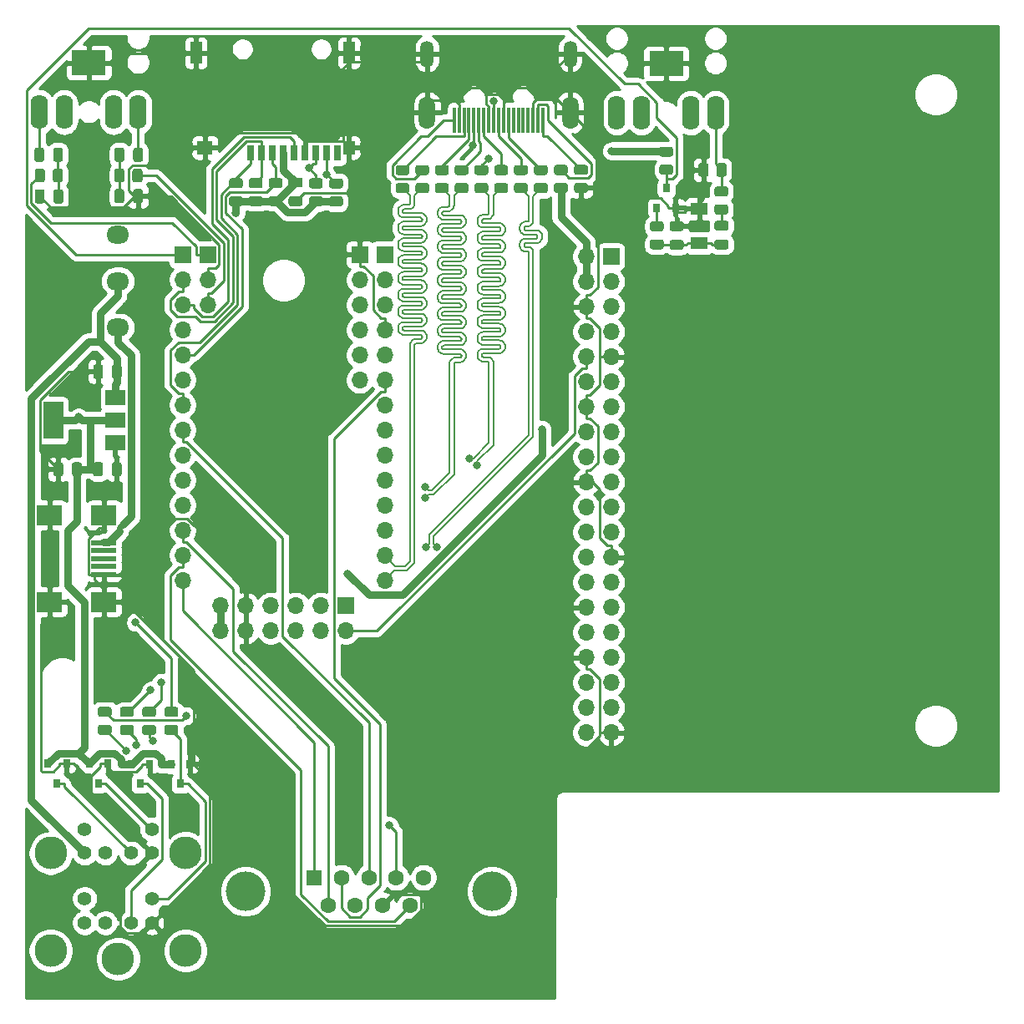
<source format=gbr>
%TF.GenerationSoftware,KiCad,Pcbnew,(5.1.8)-1*%
%TF.CreationDate,2021-04-17T11:25:56+02:00*%
%TF.ProjectId,CYC10 Board,43594331-3020-4426-9f61-72642e6b6963,rev?*%
%TF.SameCoordinates,Original*%
%TF.FileFunction,Copper,L1,Top*%
%TF.FilePolarity,Positive*%
%FSLAX46Y46*%
G04 Gerber Fmt 4.6, Leading zero omitted, Abs format (unit mm)*
G04 Created by KiCad (PCBNEW (5.1.8)-1) date 2021-04-17 11:25:56*
%MOMM*%
%LPD*%
G01*
G04 APERTURE LIST*
%TA.AperFunction,SMDPad,CuDef*%
%ADD10R,0.800000X0.900000*%
%TD*%
%TA.AperFunction,ComponentPad*%
%ADD11R,3.500000X2.500000*%
%TD*%
%TA.AperFunction,ComponentPad*%
%ADD12O,1.750000X3.500000*%
%TD*%
%TA.AperFunction,SMDPad,CuDef*%
%ADD13R,1.700000X1.300000*%
%TD*%
%TA.AperFunction,ComponentPad*%
%ADD14C,3.316000*%
%TD*%
%TA.AperFunction,ComponentPad*%
%ADD15C,1.408000*%
%TD*%
%TA.AperFunction,ComponentPad*%
%ADD16R,1.700000X1.700000*%
%TD*%
%TA.AperFunction,ComponentPad*%
%ADD17O,1.700000X1.700000*%
%TD*%
%TA.AperFunction,SMDPad,CuDef*%
%ADD18R,0.300000X2.600000*%
%TD*%
%TA.AperFunction,ComponentPad*%
%ADD19O,1.650000X3.300000*%
%TD*%
%TA.AperFunction,ComponentPad*%
%ADD20O,1.350000X2.700000*%
%TD*%
%TA.AperFunction,SMDPad,CuDef*%
%ADD21R,0.700000X1.600000*%
%TD*%
%TA.AperFunction,SMDPad,CuDef*%
%ADD22R,1.200000X1.400000*%
%TD*%
%TA.AperFunction,SMDPad,CuDef*%
%ADD23R,1.600000X1.400000*%
%TD*%
%TA.AperFunction,SMDPad,CuDef*%
%ADD24R,1.200000X2.200000*%
%TD*%
%TA.AperFunction,SMDPad,CuDef*%
%ADD25R,2.000000X1.500000*%
%TD*%
%TA.AperFunction,SMDPad,CuDef*%
%ADD26R,2.000000X3.800000*%
%TD*%
%TA.AperFunction,ComponentPad*%
%ADD27O,2.300000X1.800000*%
%TD*%
%TA.AperFunction,SMDPad,CuDef*%
%ADD28R,2.500000X0.500000*%
%TD*%
%TA.AperFunction,SMDPad,CuDef*%
%ADD29R,2.500000X2.000000*%
%TD*%
%TA.AperFunction,ComponentPad*%
%ADD30C,4.000000*%
%TD*%
%TA.AperFunction,ComponentPad*%
%ADD31C,1.600000*%
%TD*%
%TA.AperFunction,ComponentPad*%
%ADD32R,1.600000X1.600000*%
%TD*%
%TA.AperFunction,ViaPad*%
%ADD33C,0.800000*%
%TD*%
%TA.AperFunction,Conductor*%
%ADD34C,0.250000*%
%TD*%
%TA.AperFunction,Conductor*%
%ADD35C,0.800000*%
%TD*%
%TA.AperFunction,Conductor*%
%ADD36C,0.200000*%
%TD*%
%TA.AperFunction,Conductor*%
%ADD37C,0.499800*%
%TD*%
%TA.AperFunction,Conductor*%
%ADD38C,0.254000*%
%TD*%
%TA.AperFunction,Conductor*%
%ADD39C,0.100000*%
%TD*%
G04 APERTURE END LIST*
%TO.P,R31,2*%
%TO.N,GND*%
%TA.AperFunction,SMDPad,CuDef*%
G36*
G01*
X96313000Y-34342899D02*
X96313000Y-35242901D01*
G75*
G02*
X96063001Y-35492900I-249999J0D01*
G01*
X95537999Y-35492900D01*
G75*
G02*
X95288000Y-35242901I0J249999D01*
G01*
X95288000Y-34342899D01*
G75*
G02*
X95537999Y-34092900I249999J0D01*
G01*
X96063001Y-34092900D01*
G75*
G02*
X96313000Y-34342899I0J-249999D01*
G01*
G37*
%TD.AperFunction*%
%TO.P,R31,1*%
%TO.N,Net-(J11-Pad2)*%
%TA.AperFunction,SMDPad,CuDef*%
G36*
G01*
X98138000Y-34342899D02*
X98138000Y-35242901D01*
G75*
G02*
X97888001Y-35492900I-249999J0D01*
G01*
X97362999Y-35492900D01*
G75*
G02*
X97113000Y-35242901I0J249999D01*
G01*
X97113000Y-34342899D01*
G75*
G02*
X97362999Y-34092900I249999J0D01*
G01*
X97888001Y-34092900D01*
G75*
G02*
X98138000Y-34342899I0J-249999D01*
G01*
G37*
%TD.AperFunction*%
%TD*%
%TO.P,R30,2*%
%TO.N,Net-(J11-Pad2)*%
%TA.AperFunction,SMDPad,CuDef*%
G36*
G01*
X98062201Y-37491700D02*
X97162199Y-37491700D01*
G75*
G02*
X96912200Y-37241701I0J249999D01*
G01*
X96912200Y-36716699D01*
G75*
G02*
X97162199Y-36466700I249999J0D01*
G01*
X98062201Y-36466700D01*
G75*
G02*
X98312200Y-36716699I0J-249999D01*
G01*
X98312200Y-37241701D01*
G75*
G02*
X98062201Y-37491700I-249999J0D01*
G01*
G37*
%TD.AperFunction*%
%TO.P,R30,1*%
%TO.N,Net-(C3-Pad2)*%
%TA.AperFunction,SMDPad,CuDef*%
G36*
G01*
X98062201Y-39316700D02*
X97162199Y-39316700D01*
G75*
G02*
X96912200Y-39066701I0J249999D01*
G01*
X96912200Y-38541699D01*
G75*
G02*
X97162199Y-38291700I249999J0D01*
G01*
X98062201Y-38291700D01*
G75*
G02*
X98312200Y-38541699I0J-249999D01*
G01*
X98312200Y-39066701D01*
G75*
G02*
X98062201Y-39316700I-249999J0D01*
G01*
G37*
%TD.AperFunction*%
%TD*%
%TO.P,R29,2*%
%TO.N,Net-(C2-Pad2)*%
%TA.AperFunction,SMDPad,CuDef*%
G36*
G01*
X90614099Y-41832500D02*
X91514101Y-41832500D01*
G75*
G02*
X91764100Y-42082499I0J-249999D01*
G01*
X91764100Y-42607501D01*
G75*
G02*
X91514101Y-42857500I-249999J0D01*
G01*
X90614099Y-42857500D01*
G75*
G02*
X90364100Y-42607501I0J249999D01*
G01*
X90364100Y-42082499D01*
G75*
G02*
X90614099Y-41832500I249999J0D01*
G01*
G37*
%TD.AperFunction*%
%TO.P,R29,1*%
%TO.N,Net-(Q1-Pad1)*%
%TA.AperFunction,SMDPad,CuDef*%
G36*
G01*
X90614099Y-40007500D02*
X91514101Y-40007500D01*
G75*
G02*
X91764100Y-40257499I0J-249999D01*
G01*
X91764100Y-40782501D01*
G75*
G02*
X91514101Y-41032500I-249999J0D01*
G01*
X90614099Y-41032500D01*
G75*
G02*
X90364100Y-40782501I0J249999D01*
G01*
X90364100Y-40257499D01*
G75*
G02*
X90614099Y-40007500I249999J0D01*
G01*
G37*
%TD.AperFunction*%
%TD*%
%TO.P,R28,2*%
%TO.N,EAR*%
%TA.AperFunction,SMDPad,CuDef*%
G36*
G01*
X91574199Y-34258200D02*
X92474201Y-34258200D01*
G75*
G02*
X92724200Y-34508199I0J-249999D01*
G01*
X92724200Y-35033201D01*
G75*
G02*
X92474201Y-35283200I-249999J0D01*
G01*
X91574199Y-35283200D01*
G75*
G02*
X91324200Y-35033201I0J249999D01*
G01*
X91324200Y-34508199D01*
G75*
G02*
X91574199Y-34258200I249999J0D01*
G01*
G37*
%TD.AperFunction*%
%TO.P,R28,1*%
%TO.N,+3.3VP*%
%TA.AperFunction,SMDPad,CuDef*%
G36*
G01*
X91574199Y-32433200D02*
X92474201Y-32433200D01*
G75*
G02*
X92724200Y-32683199I0J-249999D01*
G01*
X92724200Y-33208201D01*
G75*
G02*
X92474201Y-33458200I-249999J0D01*
G01*
X91574199Y-33458200D01*
G75*
G02*
X91324200Y-33208201I0J249999D01*
G01*
X91324200Y-32683199D01*
G75*
G02*
X91574199Y-32433200I249999J0D01*
G01*
G37*
%TD.AperFunction*%
%TD*%
D10*
%TO.P,Q1,3*%
%TO.N,EAR*%
X92024200Y-36653000D03*
%TO.P,Q1,2*%
%TO.N,GND*%
X92974200Y-38653000D03*
%TO.P,Q1,1*%
%TO.N,Net-(Q1-Pad1)*%
X91074200Y-38653000D03*
%TD*%
D11*
%TO.P,J11,1*%
%TO.N,GND*%
X92014000Y-24002100D03*
D12*
%TO.P,J11,3*%
%TO.N,Net-(J11-Pad2)*%
X97014000Y-29008100D03*
%TO.P,J11,2*%
X87014000Y-29008100D03*
%TO.P,J11,11*%
%TO.N,Net-(J11-Pad11)*%
X94514000Y-29008100D03*
%TO.P,J11,10*%
%TO.N,Net-(J11-Pad10)*%
X89514000Y-29008100D03*
%TD*%
D13*
%TO.P,D5,2*%
%TO.N,GND*%
X95377000Y-38717300D03*
%TO.P,D5,1*%
%TO.N,Net-(C2-Pad2)*%
X95377000Y-42217300D03*
%TD*%
%TO.P,C3,2*%
%TO.N,Net-(C3-Pad2)*%
%TA.AperFunction,SMDPad,CuDef*%
G36*
G01*
X98112600Y-40957100D02*
X97162600Y-40957100D01*
G75*
G02*
X96912600Y-40707100I0J250000D01*
G01*
X96912600Y-40207100D01*
G75*
G02*
X97162600Y-39957100I250000J0D01*
G01*
X98112600Y-39957100D01*
G75*
G02*
X98362600Y-40207100I0J-250000D01*
G01*
X98362600Y-40707100D01*
G75*
G02*
X98112600Y-40957100I-250000J0D01*
G01*
G37*
%TD.AperFunction*%
%TO.P,C3,1*%
%TO.N,Net-(C2-Pad2)*%
%TA.AperFunction,SMDPad,CuDef*%
G36*
G01*
X98112600Y-42857100D02*
X97162600Y-42857100D01*
G75*
G02*
X96912600Y-42607100I0J250000D01*
G01*
X96912600Y-42107100D01*
G75*
G02*
X97162600Y-41857100I250000J0D01*
G01*
X98112600Y-41857100D01*
G75*
G02*
X98362600Y-42107100I0J-250000D01*
G01*
X98362600Y-42607100D01*
G75*
G02*
X98112600Y-42857100I-250000J0D01*
G01*
G37*
%TD.AperFunction*%
%TD*%
%TO.P,C2,2*%
%TO.N,Net-(C2-Pad2)*%
%TA.AperFunction,SMDPad,CuDef*%
G36*
G01*
X92605800Y-41887600D02*
X93555800Y-41887600D01*
G75*
G02*
X93805800Y-42137600I0J-250000D01*
G01*
X93805800Y-42637600D01*
G75*
G02*
X93555800Y-42887600I-250000J0D01*
G01*
X92605800Y-42887600D01*
G75*
G02*
X92355800Y-42637600I0J250000D01*
G01*
X92355800Y-42137600D01*
G75*
G02*
X92605800Y-41887600I250000J0D01*
G01*
G37*
%TD.AperFunction*%
%TO.P,C2,1*%
%TO.N,GND*%
%TA.AperFunction,SMDPad,CuDef*%
G36*
G01*
X92605800Y-39987600D02*
X93555800Y-39987600D01*
G75*
G02*
X93805800Y-40237600I0J-250000D01*
G01*
X93805800Y-40737600D01*
G75*
G02*
X93555800Y-40987600I-250000J0D01*
G01*
X92605800Y-40987600D01*
G75*
G02*
X92355800Y-40737600I0J250000D01*
G01*
X92355800Y-40237600D01*
G75*
G02*
X92605800Y-39987600I250000J0D01*
G01*
G37*
%TD.AperFunction*%
%TD*%
%TO.P,C1,2*%
%TO.N,+3.3VP*%
%TA.AperFunction,SMDPad,CuDef*%
G36*
G01*
X54932600Y-36573000D02*
X53982600Y-36573000D01*
G75*
G02*
X53732600Y-36323000I0J250000D01*
G01*
X53732600Y-35823000D01*
G75*
G02*
X53982600Y-35573000I250000J0D01*
G01*
X54932600Y-35573000D01*
G75*
G02*
X55182600Y-35823000I0J-250000D01*
G01*
X55182600Y-36323000D01*
G75*
G02*
X54932600Y-36573000I-250000J0D01*
G01*
G37*
%TD.AperFunction*%
%TO.P,C1,1*%
%TO.N,GND*%
%TA.AperFunction,SMDPad,CuDef*%
G36*
G01*
X54932600Y-38473000D02*
X53982600Y-38473000D01*
G75*
G02*
X53732600Y-38223000I0J250000D01*
G01*
X53732600Y-37723000D01*
G75*
G02*
X53982600Y-37473000I250000J0D01*
G01*
X54932600Y-37473000D01*
G75*
G02*
X55182600Y-37723000I0J-250000D01*
G01*
X55182600Y-38223000D01*
G75*
G02*
X54932600Y-38473000I-250000J0D01*
G01*
G37*
%TD.AperFunction*%
%TD*%
%TO.P,R27,2*%
%TO.N,R12_SD_CS*%
%TA.AperFunction,SMDPad,CuDef*%
G36*
G01*
X50869001Y-36651000D02*
X49968999Y-36651000D01*
G75*
G02*
X49719000Y-36401001I0J249999D01*
G01*
X49719000Y-35875999D01*
G75*
G02*
X49968999Y-35626000I249999J0D01*
G01*
X50869001Y-35626000D01*
G75*
G02*
X51119000Y-35875999I0J-249999D01*
G01*
X51119000Y-36401001D01*
G75*
G02*
X50869001Y-36651000I-249999J0D01*
G01*
G37*
%TD.AperFunction*%
%TO.P,R27,1*%
%TO.N,+3.3VP*%
%TA.AperFunction,SMDPad,CuDef*%
G36*
G01*
X50869001Y-38476000D02*
X49968999Y-38476000D01*
G75*
G02*
X49719000Y-38226001I0J249999D01*
G01*
X49719000Y-37700999D01*
G75*
G02*
X49968999Y-37451000I249999J0D01*
G01*
X50869001Y-37451000D01*
G75*
G02*
X51119000Y-37700999I0J-249999D01*
G01*
X51119000Y-38226001D01*
G75*
G02*
X50869001Y-38476000I-249999J0D01*
G01*
G37*
%TD.AperFunction*%
%TD*%
%TO.P,R26,2*%
%TO.N,T14_SD_MOSI*%
%TA.AperFunction,SMDPad,CuDef*%
G36*
G01*
X52875601Y-36645900D02*
X51975599Y-36645900D01*
G75*
G02*
X51725600Y-36395901I0J249999D01*
G01*
X51725600Y-35870899D01*
G75*
G02*
X51975599Y-35620900I249999J0D01*
G01*
X52875601Y-35620900D01*
G75*
G02*
X53125600Y-35870899I0J-249999D01*
G01*
X53125600Y-36395901D01*
G75*
G02*
X52875601Y-36645900I-249999J0D01*
G01*
G37*
%TD.AperFunction*%
%TO.P,R26,1*%
%TO.N,+3.3VP*%
%TA.AperFunction,SMDPad,CuDef*%
G36*
G01*
X52875601Y-38470900D02*
X51975599Y-38470900D01*
G75*
G02*
X51725600Y-38220901I0J249999D01*
G01*
X51725600Y-37695899D01*
G75*
G02*
X51975599Y-37445900I249999J0D01*
G01*
X52875601Y-37445900D01*
G75*
G02*
X53125600Y-37695899I0J-249999D01*
G01*
X53125600Y-38220901D01*
G75*
G02*
X52875601Y-38470900I-249999J0D01*
G01*
G37*
%TD.AperFunction*%
%TD*%
%TO.P,R25,2*%
%TO.N,R13_SD_MISO*%
%TA.AperFunction,SMDPad,CuDef*%
G36*
G01*
X56965001Y-36666200D02*
X56064999Y-36666200D01*
G75*
G02*
X55815000Y-36416201I0J249999D01*
G01*
X55815000Y-35891199D01*
G75*
G02*
X56064999Y-35641200I249999J0D01*
G01*
X56965001Y-35641200D01*
G75*
G02*
X57215000Y-35891199I0J-249999D01*
G01*
X57215000Y-36416201D01*
G75*
G02*
X56965001Y-36666200I-249999J0D01*
G01*
G37*
%TD.AperFunction*%
%TO.P,R25,1*%
%TO.N,+3.3VP*%
%TA.AperFunction,SMDPad,CuDef*%
G36*
G01*
X56965001Y-38491200D02*
X56064999Y-38491200D01*
G75*
G02*
X55815000Y-38241201I0J249999D01*
G01*
X55815000Y-37716199D01*
G75*
G02*
X56064999Y-37466200I249999J0D01*
G01*
X56965001Y-37466200D01*
G75*
G02*
X57215000Y-37716199I0J-249999D01*
G01*
X57215000Y-38241201D01*
G75*
G02*
X56965001Y-38491200I-249999J0D01*
G01*
G37*
%TD.AperFunction*%
%TD*%
%TO.P,R24,2*%
%TO.N,P14_SD_DATA1*%
%TA.AperFunction,SMDPad,CuDef*%
G36*
G01*
X59009701Y-36676400D02*
X58109699Y-36676400D01*
G75*
G02*
X57859700Y-36426401I0J249999D01*
G01*
X57859700Y-35901399D01*
G75*
G02*
X58109699Y-35651400I249999J0D01*
G01*
X59009701Y-35651400D01*
G75*
G02*
X59259700Y-35901399I0J-249999D01*
G01*
X59259700Y-36426401D01*
G75*
G02*
X59009701Y-36676400I-249999J0D01*
G01*
G37*
%TD.AperFunction*%
%TO.P,R24,1*%
%TO.N,+3.3VP*%
%TA.AperFunction,SMDPad,CuDef*%
G36*
G01*
X59009701Y-38501400D02*
X58109699Y-38501400D01*
G75*
G02*
X57859700Y-38251401I0J249999D01*
G01*
X57859700Y-37726399D01*
G75*
G02*
X58109699Y-37476400I249999J0D01*
G01*
X59009701Y-37476400D01*
G75*
G02*
X59259700Y-37726399I0J-249999D01*
G01*
X59259700Y-38251401D01*
G75*
G02*
X59009701Y-38501400I-249999J0D01*
G01*
G37*
%TD.AperFunction*%
%TD*%
%TO.P,R5,2*%
%TO.N,Net-(D4-Pad3)*%
%TA.AperFunction,SMDPad,CuDef*%
G36*
G01*
X39156199Y-91047500D02*
X40056201Y-91047500D01*
G75*
G02*
X40306200Y-91297499I0J-249999D01*
G01*
X40306200Y-91822501D01*
G75*
G02*
X40056201Y-92072500I-249999J0D01*
G01*
X39156199Y-92072500D01*
G75*
G02*
X38906200Y-91822501I0J249999D01*
G01*
X38906200Y-91297499D01*
G75*
G02*
X39156199Y-91047500I249999J0D01*
G01*
G37*
%TD.AperFunction*%
%TO.P,R5,1*%
%TO.N,K2_KDAT*%
%TA.AperFunction,SMDPad,CuDef*%
G36*
G01*
X39156199Y-89222500D02*
X40056201Y-89222500D01*
G75*
G02*
X40306200Y-89472499I0J-249999D01*
G01*
X40306200Y-89997501D01*
G75*
G02*
X40056201Y-90247500I-249999J0D01*
G01*
X39156199Y-90247500D01*
G75*
G02*
X38906200Y-89997501I0J249999D01*
G01*
X38906200Y-89472499D01*
G75*
G02*
X39156199Y-89222500I249999J0D01*
G01*
G37*
%TD.AperFunction*%
%TD*%
%TO.P,R4,2*%
%TO.N,Net-(D2-Pad3)*%
%TA.AperFunction,SMDPad,CuDef*%
G36*
G01*
X41406699Y-91055100D02*
X42306701Y-91055100D01*
G75*
G02*
X42556700Y-91305099I0J-249999D01*
G01*
X42556700Y-91830101D01*
G75*
G02*
X42306701Y-92080100I-249999J0D01*
G01*
X41406699Y-92080100D01*
G75*
G02*
X41156700Y-91830101I0J249999D01*
G01*
X41156700Y-91305099D01*
G75*
G02*
X41406699Y-91055100I249999J0D01*
G01*
G37*
%TD.AperFunction*%
%TO.P,R4,1*%
%TO.N,L2_KCLK*%
%TA.AperFunction,SMDPad,CuDef*%
G36*
G01*
X41406699Y-89230100D02*
X42306701Y-89230100D01*
G75*
G02*
X42556700Y-89480099I0J-249999D01*
G01*
X42556700Y-90005101D01*
G75*
G02*
X42306701Y-90255100I-249999J0D01*
G01*
X41406699Y-90255100D01*
G75*
G02*
X41156700Y-90005101I0J249999D01*
G01*
X41156700Y-89480099D01*
G75*
G02*
X41406699Y-89230100I249999J0D01*
G01*
G37*
%TD.AperFunction*%
%TD*%
%TO.P,R3,2*%
%TO.N,Net-(D1-Pad3)*%
%TA.AperFunction,SMDPad,CuDef*%
G36*
G01*
X34660399Y-91042400D02*
X35560401Y-91042400D01*
G75*
G02*
X35810400Y-91292399I0J-249999D01*
G01*
X35810400Y-91817401D01*
G75*
G02*
X35560401Y-92067400I-249999J0D01*
G01*
X34660399Y-92067400D01*
G75*
G02*
X34410400Y-91817401I0J249999D01*
G01*
X34410400Y-91292399D01*
G75*
G02*
X34660399Y-91042400I249999J0D01*
G01*
G37*
%TD.AperFunction*%
%TO.P,R3,1*%
%TO.N,B16_MDAT*%
%TA.AperFunction,SMDPad,CuDef*%
G36*
G01*
X34660399Y-89217400D02*
X35560401Y-89217400D01*
G75*
G02*
X35810400Y-89467399I0J-249999D01*
G01*
X35810400Y-89992401D01*
G75*
G02*
X35560401Y-90242400I-249999J0D01*
G01*
X34660399Y-90242400D01*
G75*
G02*
X34410400Y-89992401I0J249999D01*
G01*
X34410400Y-89467399D01*
G75*
G02*
X34660399Y-89217400I249999J0D01*
G01*
G37*
%TD.AperFunction*%
%TD*%
%TO.P,R2,2*%
%TO.N,Net-(D3-Pad3)*%
%TA.AperFunction,SMDPad,CuDef*%
G36*
G01*
X36903199Y-91052600D02*
X37803201Y-91052600D01*
G75*
G02*
X38053200Y-91302599I0J-249999D01*
G01*
X38053200Y-91827601D01*
G75*
G02*
X37803201Y-92077600I-249999J0D01*
G01*
X36903199Y-92077600D01*
G75*
G02*
X36653200Y-91827601I0J249999D01*
G01*
X36653200Y-91302599D01*
G75*
G02*
X36903199Y-91052600I249999J0D01*
G01*
G37*
%TD.AperFunction*%
%TO.P,R2,1*%
%TO.N,C16_MCLK*%
%TA.AperFunction,SMDPad,CuDef*%
G36*
G01*
X36903199Y-89227600D02*
X37803201Y-89227600D01*
G75*
G02*
X38053200Y-89477599I0J-249999D01*
G01*
X38053200Y-90002601D01*
G75*
G02*
X37803201Y-90252600I-249999J0D01*
G01*
X36903199Y-90252600D01*
G75*
G02*
X36653200Y-90002601I0J249999D01*
G01*
X36653200Y-89477599D01*
G75*
G02*
X36903199Y-89227600I249999J0D01*
G01*
G37*
%TD.AperFunction*%
%TD*%
%TO.P,R18,2*%
%TO.N,+5V*%
%TA.AperFunction,SMDPad,CuDef*%
G36*
G01*
X80898599Y-36112400D02*
X81798601Y-36112400D01*
G75*
G02*
X82048600Y-36362399I0J-249999D01*
G01*
X82048600Y-36887401D01*
G75*
G02*
X81798601Y-37137400I-249999J0D01*
G01*
X80898599Y-37137400D01*
G75*
G02*
X80648600Y-36887401I0J249999D01*
G01*
X80648600Y-36362399D01*
G75*
G02*
X80898599Y-36112400I249999J0D01*
G01*
G37*
%TD.AperFunction*%
%TO.P,R18,1*%
%TO.N,Net-(J8-Pad18)*%
%TA.AperFunction,SMDPad,CuDef*%
G36*
G01*
X80898599Y-34287400D02*
X81798601Y-34287400D01*
G75*
G02*
X82048600Y-34537399I0J-249999D01*
G01*
X82048600Y-35062401D01*
G75*
G02*
X81798601Y-35312400I-249999J0D01*
G01*
X80898599Y-35312400D01*
G75*
G02*
X80648600Y-35062401I0J249999D01*
G01*
X80648600Y-34537399D01*
G75*
G02*
X80898599Y-34287400I249999J0D01*
G01*
G37*
%TD.AperFunction*%
%TD*%
%TO.P,R22,2*%
%TO.N,R11_RIGHT*%
%TA.AperFunction,SMDPad,CuDef*%
G36*
G01*
X37908200Y-35814401D02*
X37908200Y-34914399D01*
G75*
G02*
X38158199Y-34664400I249999J0D01*
G01*
X38683201Y-34664400D01*
G75*
G02*
X38933200Y-34914399I0J-249999D01*
G01*
X38933200Y-35814401D01*
G75*
G02*
X38683201Y-36064400I-249999J0D01*
G01*
X38158199Y-36064400D01*
G75*
G02*
X37908200Y-35814401I0J249999D01*
G01*
G37*
%TD.AperFunction*%
%TO.P,R22,1*%
%TO.N,Net-(C17-Pad2)*%
%TA.AperFunction,SMDPad,CuDef*%
G36*
G01*
X36083200Y-35814401D02*
X36083200Y-34914399D01*
G75*
G02*
X36333199Y-34664400I249999J0D01*
G01*
X36858201Y-34664400D01*
G75*
G02*
X37108200Y-34914399I0J-249999D01*
G01*
X37108200Y-35814401D01*
G75*
G02*
X36858201Y-36064400I-249999J0D01*
G01*
X36333199Y-36064400D01*
G75*
G02*
X36083200Y-35814401I0J249999D01*
G01*
G37*
%TD.AperFunction*%
%TD*%
%TO.P,R21,2*%
%TO.N,T12_LEFT*%
%TA.AperFunction,SMDPad,CuDef*%
G36*
G01*
X29048800Y-34909299D02*
X29048800Y-35809301D01*
G75*
G02*
X28798801Y-36059300I-249999J0D01*
G01*
X28273799Y-36059300D01*
G75*
G02*
X28023800Y-35809301I0J249999D01*
G01*
X28023800Y-34909299D01*
G75*
G02*
X28273799Y-34659300I249999J0D01*
G01*
X28798801Y-34659300D01*
G75*
G02*
X29048800Y-34909299I0J-249999D01*
G01*
G37*
%TD.AperFunction*%
%TO.P,R21,1*%
%TO.N,Net-(C16-Pad2)*%
%TA.AperFunction,SMDPad,CuDef*%
G36*
G01*
X30873800Y-34909299D02*
X30873800Y-35809301D01*
G75*
G02*
X30623801Y-36059300I-249999J0D01*
G01*
X30098799Y-36059300D01*
G75*
G02*
X29848800Y-35809301I0J249999D01*
G01*
X29848800Y-34909299D01*
G75*
G02*
X30098799Y-34659300I249999J0D01*
G01*
X30623801Y-34659300D01*
G75*
G02*
X30873800Y-34909299I0J-249999D01*
G01*
G37*
%TD.AperFunction*%
%TD*%
%TO.P,R17,2*%
%TO.N,Net-(J8-Pad19)*%
%TA.AperFunction,SMDPad,CuDef*%
G36*
G01*
X83840701Y-35307300D02*
X82940699Y-35307300D01*
G75*
G02*
X82690700Y-35057301I0J249999D01*
G01*
X82690700Y-34532299D01*
G75*
G02*
X82940699Y-34282300I249999J0D01*
G01*
X83840701Y-34282300D01*
G75*
G02*
X84090700Y-34532299I0J-249999D01*
G01*
X84090700Y-35057301D01*
G75*
G02*
X83840701Y-35307300I-249999J0D01*
G01*
G37*
%TD.AperFunction*%
%TO.P,R17,1*%
%TO.N,GND*%
%TA.AperFunction,SMDPad,CuDef*%
G36*
G01*
X83840701Y-37132300D02*
X82940699Y-37132300D01*
G75*
G02*
X82690700Y-36882301I0J249999D01*
G01*
X82690700Y-36357299D01*
G75*
G02*
X82940699Y-36107300I249999J0D01*
G01*
X83840701Y-36107300D01*
G75*
G02*
X84090700Y-36357299I0J-249999D01*
G01*
X84090700Y-36882301D01*
G75*
G02*
X83840701Y-37132300I-249999J0D01*
G01*
G37*
%TD.AperFunction*%
%TD*%
%TO.P,R16,2*%
%TO.N,TMDSC_N*%
%TA.AperFunction,SMDPad,CuDef*%
G36*
G01*
X78866599Y-36120000D02*
X79766601Y-36120000D01*
G75*
G02*
X80016600Y-36369999I0J-249999D01*
G01*
X80016600Y-36895001D01*
G75*
G02*
X79766601Y-37145000I-249999J0D01*
G01*
X78866599Y-37145000D01*
G75*
G02*
X78616600Y-36895001I0J249999D01*
G01*
X78616600Y-36369999D01*
G75*
G02*
X78866599Y-36120000I249999J0D01*
G01*
G37*
%TD.AperFunction*%
%TO.P,R16,1*%
%TO.N,Net-(J8-Pad12)*%
%TA.AperFunction,SMDPad,CuDef*%
G36*
G01*
X78866599Y-34295000D02*
X79766601Y-34295000D01*
G75*
G02*
X80016600Y-34544999I0J-249999D01*
G01*
X80016600Y-35070001D01*
G75*
G02*
X79766601Y-35320000I-249999J0D01*
G01*
X78866599Y-35320000D01*
G75*
G02*
X78616600Y-35070001I0J249999D01*
G01*
X78616600Y-34544999D01*
G75*
G02*
X78866599Y-34295000I249999J0D01*
G01*
G37*
%TD.AperFunction*%
%TD*%
%TO.P,R15,2*%
%TO.N,TMDSC_P*%
%TA.AperFunction,SMDPad,CuDef*%
G36*
G01*
X76847299Y-36120000D02*
X77747301Y-36120000D01*
G75*
G02*
X77997300Y-36369999I0J-249999D01*
G01*
X77997300Y-36895001D01*
G75*
G02*
X77747301Y-37145000I-249999J0D01*
G01*
X76847299Y-37145000D01*
G75*
G02*
X76597300Y-36895001I0J249999D01*
G01*
X76597300Y-36369999D01*
G75*
G02*
X76847299Y-36120000I249999J0D01*
G01*
G37*
%TD.AperFunction*%
%TO.P,R15,1*%
%TO.N,Net-(J8-Pad10)*%
%TA.AperFunction,SMDPad,CuDef*%
G36*
G01*
X76847299Y-34295000D02*
X77747301Y-34295000D01*
G75*
G02*
X77997300Y-34544999I0J-249999D01*
G01*
X77997300Y-35070001D01*
G75*
G02*
X77747301Y-35320000I-249999J0D01*
G01*
X76847299Y-35320000D01*
G75*
G02*
X76597300Y-35070001I0J249999D01*
G01*
X76597300Y-34544999D01*
G75*
G02*
X76847299Y-34295000I249999J0D01*
G01*
G37*
%TD.AperFunction*%
%TD*%
%TO.P,R14,2*%
%TO.N,TMDS_0_N*%
%TA.AperFunction,SMDPad,CuDef*%
G36*
G01*
X72836599Y-36122600D02*
X73736601Y-36122600D01*
G75*
G02*
X73986600Y-36372599I0J-249999D01*
G01*
X73986600Y-36897601D01*
G75*
G02*
X73736601Y-37147600I-249999J0D01*
G01*
X72836599Y-37147600D01*
G75*
G02*
X72586600Y-36897601I0J249999D01*
G01*
X72586600Y-36372599D01*
G75*
G02*
X72836599Y-36122600I249999J0D01*
G01*
G37*
%TD.AperFunction*%
%TO.P,R14,1*%
%TO.N,Net-(J8-Pad9)*%
%TA.AperFunction,SMDPad,CuDef*%
G36*
G01*
X72836599Y-34297600D02*
X73736601Y-34297600D01*
G75*
G02*
X73986600Y-34547599I0J-249999D01*
G01*
X73986600Y-35072601D01*
G75*
G02*
X73736601Y-35322600I-249999J0D01*
G01*
X72836599Y-35322600D01*
G75*
G02*
X72586600Y-35072601I0J249999D01*
G01*
X72586600Y-34547599D01*
G75*
G02*
X72836599Y-34297600I249999J0D01*
G01*
G37*
%TD.AperFunction*%
%TD*%
%TO.P,R13,2*%
%TO.N,TMDS_0_P*%
%TA.AperFunction,SMDPad,CuDef*%
G36*
G01*
X74843199Y-36117500D02*
X75743201Y-36117500D01*
G75*
G02*
X75993200Y-36367499I0J-249999D01*
G01*
X75993200Y-36892501D01*
G75*
G02*
X75743201Y-37142500I-249999J0D01*
G01*
X74843199Y-37142500D01*
G75*
G02*
X74593200Y-36892501I0J249999D01*
G01*
X74593200Y-36367499D01*
G75*
G02*
X74843199Y-36117500I249999J0D01*
G01*
G37*
%TD.AperFunction*%
%TO.P,R13,1*%
%TO.N,Net-(J8-Pad7)*%
%TA.AperFunction,SMDPad,CuDef*%
G36*
G01*
X74843199Y-34292500D02*
X75743201Y-34292500D01*
G75*
G02*
X75993200Y-34542499I0J-249999D01*
G01*
X75993200Y-35067501D01*
G75*
G02*
X75743201Y-35317500I-249999J0D01*
G01*
X74843199Y-35317500D01*
G75*
G02*
X74593200Y-35067501I0J249999D01*
G01*
X74593200Y-34542499D01*
G75*
G02*
X74843199Y-34292500I249999J0D01*
G01*
G37*
%TD.AperFunction*%
%TD*%
%TO.P,R12,2*%
%TO.N,TMDS_1_N*%
%TA.AperFunction,SMDPad,CuDef*%
G36*
G01*
X70832599Y-36122600D02*
X71732601Y-36122600D01*
G75*
G02*
X71982600Y-36372599I0J-249999D01*
G01*
X71982600Y-36897601D01*
G75*
G02*
X71732601Y-37147600I-249999J0D01*
G01*
X70832599Y-37147600D01*
G75*
G02*
X70582600Y-36897601I0J249999D01*
G01*
X70582600Y-36372599D01*
G75*
G02*
X70832599Y-36122600I249999J0D01*
G01*
G37*
%TD.AperFunction*%
%TO.P,R12,1*%
%TO.N,Net-(J8-Pad6)*%
%TA.AperFunction,SMDPad,CuDef*%
G36*
G01*
X70832599Y-34297600D02*
X71732601Y-34297600D01*
G75*
G02*
X71982600Y-34547599I0J-249999D01*
G01*
X71982600Y-35072601D01*
G75*
G02*
X71732601Y-35322600I-249999J0D01*
G01*
X70832599Y-35322600D01*
G75*
G02*
X70582600Y-35072601I0J249999D01*
G01*
X70582600Y-34547599D01*
G75*
G02*
X70832599Y-34297600I249999J0D01*
G01*
G37*
%TD.AperFunction*%
%TD*%
%TO.P,R11,2*%
%TO.N,TMDS_1_P*%
%TA.AperFunction,SMDPad,CuDef*%
G36*
G01*
X68838699Y-36125100D02*
X69738701Y-36125100D01*
G75*
G02*
X69988700Y-36375099I0J-249999D01*
G01*
X69988700Y-36900101D01*
G75*
G02*
X69738701Y-37150100I-249999J0D01*
G01*
X68838699Y-37150100D01*
G75*
G02*
X68588700Y-36900101I0J249999D01*
G01*
X68588700Y-36375099D01*
G75*
G02*
X68838699Y-36125100I249999J0D01*
G01*
G37*
%TD.AperFunction*%
%TO.P,R11,1*%
%TO.N,Net-(J8-Pad4)*%
%TA.AperFunction,SMDPad,CuDef*%
G36*
G01*
X68838699Y-34300100D02*
X69738701Y-34300100D01*
G75*
G02*
X69988700Y-34550099I0J-249999D01*
G01*
X69988700Y-35075101D01*
G75*
G02*
X69738701Y-35325100I-249999J0D01*
G01*
X68838699Y-35325100D01*
G75*
G02*
X68588700Y-35075101I0J249999D01*
G01*
X68588700Y-34550099D01*
G75*
G02*
X68838699Y-34300100I249999J0D01*
G01*
G37*
%TD.AperFunction*%
%TD*%
%TO.P,R10,2*%
%TO.N,TMDS_2_N*%
%TA.AperFunction,SMDPad,CuDef*%
G36*
G01*
X64843199Y-36132700D02*
X65743201Y-36132700D01*
G75*
G02*
X65993200Y-36382699I0J-249999D01*
G01*
X65993200Y-36907701D01*
G75*
G02*
X65743201Y-37157700I-249999J0D01*
G01*
X64843199Y-37157700D01*
G75*
G02*
X64593200Y-36907701I0J249999D01*
G01*
X64593200Y-36382699D01*
G75*
G02*
X64843199Y-36132700I249999J0D01*
G01*
G37*
%TD.AperFunction*%
%TO.P,R10,1*%
%TO.N,Net-(J8-Pad3)*%
%TA.AperFunction,SMDPad,CuDef*%
G36*
G01*
X64843199Y-34307700D02*
X65743201Y-34307700D01*
G75*
G02*
X65993200Y-34557699I0J-249999D01*
G01*
X65993200Y-35082701D01*
G75*
G02*
X65743201Y-35332700I-249999J0D01*
G01*
X64843199Y-35332700D01*
G75*
G02*
X64593200Y-35082701I0J249999D01*
G01*
X64593200Y-34557699D01*
G75*
G02*
X64843199Y-34307700I249999J0D01*
G01*
G37*
%TD.AperFunction*%
%TD*%
%TO.P,R9,2*%
%TO.N,TMDS_2_P*%
%TA.AperFunction,SMDPad,CuDef*%
G36*
G01*
X66842199Y-36130200D02*
X67742201Y-36130200D01*
G75*
G02*
X67992200Y-36380199I0J-249999D01*
G01*
X67992200Y-36905201D01*
G75*
G02*
X67742201Y-37155200I-249999J0D01*
G01*
X66842199Y-37155200D01*
G75*
G02*
X66592200Y-36905201I0J249999D01*
G01*
X66592200Y-36380199D01*
G75*
G02*
X66842199Y-36130200I249999J0D01*
G01*
G37*
%TD.AperFunction*%
%TO.P,R9,1*%
%TO.N,Net-(J8-Pad1)*%
%TA.AperFunction,SMDPad,CuDef*%
G36*
G01*
X66842199Y-34305200D02*
X67742201Y-34305200D01*
G75*
G02*
X67992200Y-34555199I0J-249999D01*
G01*
X67992200Y-35080201D01*
G75*
G02*
X67742201Y-35330200I-249999J0D01*
G01*
X66842199Y-35330200D01*
G75*
G02*
X66592200Y-35080201I0J249999D01*
G01*
X66592200Y-34555199D01*
G75*
G02*
X66842199Y-34305200I249999J0D01*
G01*
G37*
%TD.AperFunction*%
%TD*%
%TO.P,C19,2*%
%TO.N,Net-(C19-Pad2)*%
%TA.AperFunction,SMDPad,CuDef*%
G36*
G01*
X37988700Y-33738800D02*
X37988700Y-32788800D01*
G75*
G02*
X38238700Y-32538800I250000J0D01*
G01*
X38738700Y-32538800D01*
G75*
G02*
X38988700Y-32788800I0J-250000D01*
G01*
X38988700Y-33738800D01*
G75*
G02*
X38738700Y-33988800I-250000J0D01*
G01*
X38238700Y-33988800D01*
G75*
G02*
X37988700Y-33738800I0J250000D01*
G01*
G37*
%TD.AperFunction*%
%TO.P,C19,1*%
%TO.N,Net-(C17-Pad2)*%
%TA.AperFunction,SMDPad,CuDef*%
G36*
G01*
X36088700Y-33738800D02*
X36088700Y-32788800D01*
G75*
G02*
X36338700Y-32538800I250000J0D01*
G01*
X36838700Y-32538800D01*
G75*
G02*
X37088700Y-32788800I0J-250000D01*
G01*
X37088700Y-33738800D01*
G75*
G02*
X36838700Y-33988800I-250000J0D01*
G01*
X36338700Y-33988800D01*
G75*
G02*
X36088700Y-33738800I0J250000D01*
G01*
G37*
%TD.AperFunction*%
%TD*%
%TO.P,C18,2*%
%TO.N,Net-(C18-Pad2)*%
%TA.AperFunction,SMDPad,CuDef*%
G36*
G01*
X28973400Y-32788800D02*
X28973400Y-33738800D01*
G75*
G02*
X28723400Y-33988800I-250000J0D01*
G01*
X28223400Y-33988800D01*
G75*
G02*
X27973400Y-33738800I0J250000D01*
G01*
X27973400Y-32788800D01*
G75*
G02*
X28223400Y-32538800I250000J0D01*
G01*
X28723400Y-32538800D01*
G75*
G02*
X28973400Y-32788800I0J-250000D01*
G01*
G37*
%TD.AperFunction*%
%TO.P,C18,1*%
%TO.N,Net-(C16-Pad2)*%
%TA.AperFunction,SMDPad,CuDef*%
G36*
G01*
X30873400Y-32788800D02*
X30873400Y-33738800D01*
G75*
G02*
X30623400Y-33988800I-250000J0D01*
G01*
X30123400Y-33988800D01*
G75*
G02*
X29873400Y-33738800I0J250000D01*
G01*
X29873400Y-32788800D01*
G75*
G02*
X30123400Y-32538800I250000J0D01*
G01*
X30623400Y-32538800D01*
G75*
G02*
X30873400Y-32788800I0J-250000D01*
G01*
G37*
%TD.AperFunction*%
%TD*%
%TO.P,C17,2*%
%TO.N,Net-(C17-Pad2)*%
%TA.AperFunction,SMDPad,CuDef*%
G36*
G01*
X37083600Y-36982400D02*
X37083600Y-37932400D01*
G75*
G02*
X36833600Y-38182400I-250000J0D01*
G01*
X36333600Y-38182400D01*
G75*
G02*
X36083600Y-37932400I0J250000D01*
G01*
X36083600Y-36982400D01*
G75*
G02*
X36333600Y-36732400I250000J0D01*
G01*
X36833600Y-36732400D01*
G75*
G02*
X37083600Y-36982400I0J-250000D01*
G01*
G37*
%TD.AperFunction*%
%TO.P,C17,1*%
%TO.N,GND*%
%TA.AperFunction,SMDPad,CuDef*%
G36*
G01*
X38983600Y-36982400D02*
X38983600Y-37932400D01*
G75*
G02*
X38733600Y-38182400I-250000J0D01*
G01*
X38233600Y-38182400D01*
G75*
G02*
X37983600Y-37932400I0J250000D01*
G01*
X37983600Y-36982400D01*
G75*
G02*
X38233600Y-36732400I250000J0D01*
G01*
X38733600Y-36732400D01*
G75*
G02*
X38983600Y-36982400I0J-250000D01*
G01*
G37*
%TD.AperFunction*%
%TD*%
%TO.P,C16,2*%
%TO.N,Net-(C16-Pad2)*%
%TA.AperFunction,SMDPad,CuDef*%
G36*
G01*
X29914000Y-37960300D02*
X29914000Y-37010300D01*
G75*
G02*
X30164000Y-36760300I250000J0D01*
G01*
X30664000Y-36760300D01*
G75*
G02*
X30914000Y-37010300I0J-250000D01*
G01*
X30914000Y-37960300D01*
G75*
G02*
X30664000Y-38210300I-250000J0D01*
G01*
X30164000Y-38210300D01*
G75*
G02*
X29914000Y-37960300I0J250000D01*
G01*
G37*
%TD.AperFunction*%
%TO.P,C16,1*%
%TO.N,GND*%
%TA.AperFunction,SMDPad,CuDef*%
G36*
G01*
X28014000Y-37960300D02*
X28014000Y-37010300D01*
G75*
G02*
X28264000Y-36760300I250000J0D01*
G01*
X28764000Y-36760300D01*
G75*
G02*
X29014000Y-37010300I0J-250000D01*
G01*
X29014000Y-37960300D01*
G75*
G02*
X28764000Y-38210300I-250000J0D01*
G01*
X28264000Y-38210300D01*
G75*
G02*
X28014000Y-37960300I0J250000D01*
G01*
G37*
%TD.AperFunction*%
%TD*%
%TO.P,C13,2*%
%TO.N,+3.3VP*%
%TA.AperFunction,SMDPad,CuDef*%
G36*
G01*
X31786000Y-65618400D02*
X31786000Y-64668400D01*
G75*
G02*
X32036000Y-64418400I250000J0D01*
G01*
X32536000Y-64418400D01*
G75*
G02*
X32786000Y-64668400I0J-250000D01*
G01*
X32786000Y-65618400D01*
G75*
G02*
X32536000Y-65868400I-250000J0D01*
G01*
X32036000Y-65868400D01*
G75*
G02*
X31786000Y-65618400I0J250000D01*
G01*
G37*
%TD.AperFunction*%
%TO.P,C13,1*%
%TO.N,GND*%
%TA.AperFunction,SMDPad,CuDef*%
G36*
G01*
X29886000Y-65618400D02*
X29886000Y-64668400D01*
G75*
G02*
X30136000Y-64418400I250000J0D01*
G01*
X30636000Y-64418400D01*
G75*
G02*
X30886000Y-64668400I0J-250000D01*
G01*
X30886000Y-65618400D01*
G75*
G02*
X30636000Y-65868400I-250000J0D01*
G01*
X30136000Y-65868400D01*
G75*
G02*
X29886000Y-65618400I0J250000D01*
G01*
G37*
%TD.AperFunction*%
%TD*%
%TO.P,C12,2*%
%TO.N,GND*%
%TA.AperFunction,SMDPad,CuDef*%
G36*
G01*
X35827100Y-65618400D02*
X35827100Y-64668400D01*
G75*
G02*
X36077100Y-64418400I250000J0D01*
G01*
X36577100Y-64418400D01*
G75*
G02*
X36827100Y-64668400I0J-250000D01*
G01*
X36827100Y-65618400D01*
G75*
G02*
X36577100Y-65868400I-250000J0D01*
G01*
X36077100Y-65868400D01*
G75*
G02*
X35827100Y-65618400I0J250000D01*
G01*
G37*
%TD.AperFunction*%
%TO.P,C12,1*%
%TO.N,+3.3VP*%
%TA.AperFunction,SMDPad,CuDef*%
G36*
G01*
X33927100Y-65618400D02*
X33927100Y-64668400D01*
G75*
G02*
X34177100Y-64418400I250000J0D01*
G01*
X34677100Y-64418400D01*
G75*
G02*
X34927100Y-64668400I0J-250000D01*
G01*
X34927100Y-65618400D01*
G75*
G02*
X34677100Y-65868400I-250000J0D01*
G01*
X34177100Y-65868400D01*
G75*
G02*
X33927100Y-65618400I0J250000D01*
G01*
G37*
%TD.AperFunction*%
%TD*%
%TO.P,C9,2*%
%TO.N,GND*%
%TA.AperFunction,SMDPad,CuDef*%
G36*
G01*
X34939800Y-54770000D02*
X34939800Y-55720000D01*
G75*
G02*
X34689800Y-55970000I-250000J0D01*
G01*
X34189800Y-55970000D01*
G75*
G02*
X33939800Y-55720000I0J250000D01*
G01*
X33939800Y-54770000D01*
G75*
G02*
X34189800Y-54520000I250000J0D01*
G01*
X34689800Y-54520000D01*
G75*
G02*
X34939800Y-54770000I0J-250000D01*
G01*
G37*
%TD.AperFunction*%
%TO.P,C9,1*%
%TO.N,+5V*%
%TA.AperFunction,SMDPad,CuDef*%
G36*
G01*
X36839800Y-54770000D02*
X36839800Y-55720000D01*
G75*
G02*
X36589800Y-55970000I-250000J0D01*
G01*
X36089800Y-55970000D01*
G75*
G02*
X35839800Y-55720000I0J250000D01*
G01*
X35839800Y-54770000D01*
G75*
G02*
X36089800Y-54520000I250000J0D01*
G01*
X36589800Y-54520000D01*
G75*
G02*
X36839800Y-54770000I0J-250000D01*
G01*
G37*
%TD.AperFunction*%
%TD*%
D14*
%TO.P,J10,Z5*%
%TO.N,N/C*%
X43319300Y-113954000D03*
%TO.P,J10,Z4*%
X36469300Y-114754000D03*
%TO.P,J10,Z3*%
X29619300Y-113954000D03*
%TO.P,J10,Z2*%
X43319300Y-104054000D03*
%TO.P,J10,Z1*%
X29619300Y-104054000D03*
D15*
%TO.P,J10,3*%
%TO.N,GND*%
X39869300Y-111104000D03*
%TO.P,J10,1*%
%TO.N,Net-(D4-Pad3)*%
X37769300Y-111104000D03*
%TO.P,J10,2*%
%TO.N,Net-(J10-Pad2)*%
X35169300Y-111104000D03*
%TO.P,J10,4*%
%TO.N,+5V*%
X33069300Y-111104000D03*
%TO.P,J10,5*%
%TO.N,Net-(D2-Pad3)*%
X39869300Y-108654000D03*
%TO.P,J10,6*%
%TO.N,Net-(J10-Pad6)*%
X33069300Y-108654000D03*
%TO.P,J10,11*%
%TO.N,Net-(D3-Pad3)*%
X39869300Y-101604000D03*
%TO.P,J10,12*%
%TO.N,Net-(J10-Pad12)*%
X33069300Y-101604000D03*
%TO.P,J10,10*%
%TO.N,+5V*%
X33069300Y-104054000D03*
%TO.P,J10,9*%
%TO.N,GND*%
X39869300Y-104054000D03*
%TO.P,J10,8*%
%TO.N,Net-(J10-Pad8)*%
X35169300Y-104054000D03*
%TO.P,J10,7*%
%TO.N,Net-(D1-Pad3)*%
X37769300Y-104054000D03*
%TD*%
%TO.P,R1,2*%
%TO.N,R14_SD_DATA2*%
%TA.AperFunction,SMDPad,CuDef*%
G36*
G01*
X48859902Y-36653500D02*
X47959898Y-36653500D01*
G75*
G02*
X47709900Y-36403502I0J249998D01*
G01*
X47709900Y-35878498D01*
G75*
G02*
X47959898Y-35628500I249998J0D01*
G01*
X48859902Y-35628500D01*
G75*
G02*
X49109900Y-35878498I0J-249998D01*
G01*
X49109900Y-36403502D01*
G75*
G02*
X48859902Y-36653500I-249998J0D01*
G01*
G37*
%TD.AperFunction*%
%TO.P,R1,1*%
%TO.N,+3.3VP*%
%TA.AperFunction,SMDPad,CuDef*%
G36*
G01*
X48859902Y-38478500D02*
X47959898Y-38478500D01*
G75*
G02*
X47709900Y-38228502I0J249998D01*
G01*
X47709900Y-37703498D01*
G75*
G02*
X47959898Y-37453500I249998J0D01*
G01*
X48859902Y-37453500D01*
G75*
G02*
X49109900Y-37703498I0J-249998D01*
G01*
X49109900Y-38228502D01*
G75*
G02*
X48859902Y-38478500I-249998J0D01*
G01*
G37*
%TD.AperFunction*%
%TD*%
D16*
%TO.P,J13,1*%
%TO.N,Net-(J13-Pad1)*%
X86441300Y-43568600D03*
D17*
%TO.P,J13,2*%
%TO.N,+5V*%
X83901300Y-43568600D03*
%TO.P,J13,3*%
%TO.N,Net-(J13-Pad3)*%
X86441300Y-46108600D03*
%TO.P,J13,4*%
%TO.N,+5V*%
X83901300Y-46108600D03*
%TO.P,J13,5*%
%TO.N,Net-(J13-Pad5)*%
X86441300Y-48648600D03*
%TO.P,J13,6*%
%TO.N,GND*%
X83901300Y-48648600D03*
%TO.P,J13,7*%
%TO.N,TMS*%
X86441300Y-51188600D03*
%TO.P,J13,8*%
%TO.N,D16_PI_RX*%
X83901300Y-51188600D03*
%TO.P,J13,9*%
%TO.N,GND*%
X86441300Y-53728600D03*
%TO.P,J13,10*%
%TO.N,D15_PI_TX*%
X83901300Y-53728600D03*
%TO.P,J13,11*%
%TO.N,TCK*%
X86441300Y-56268600D03*
%TO.P,J13,12*%
%TO.N,Net-(J13-Pad12)*%
X83901300Y-56268600D03*
%TO.P,J13,13*%
%TO.N,TDO*%
X86441300Y-58808600D03*
%TO.P,J13,14*%
%TO.N,GND*%
X83901300Y-58808600D03*
%TO.P,J13,15*%
%TO.N,TDI*%
X86441300Y-61348600D03*
%TO.P,J13,16*%
%TO.N,Net-(J13-Pad16)*%
X83901300Y-61348600D03*
%TO.P,J13,17*%
%TO.N,Net-(J13-Pad17)*%
X86441300Y-63888600D03*
%TO.P,J13,18*%
%TO.N,Net-(J13-Pad18)*%
X83901300Y-63888600D03*
%TO.P,J13,19*%
%TO.N,F16_PI_MOSI*%
X86441300Y-66428600D03*
%TO.P,J13,20*%
%TO.N,GND*%
X83901300Y-66428600D03*
%TO.P,J13,21*%
%TO.N,F15_PI_MISO*%
X86441300Y-68968600D03*
%TO.P,J13,22*%
%TO.N,Net-(J13-Pad22)*%
X83901300Y-68968600D03*
%TO.P,J13,23*%
%TO.N,F13_PI_CLK*%
X86441300Y-71508600D03*
%TO.P,J13,24*%
%TO.N,C15_PI_CS*%
X83901300Y-71508600D03*
%TO.P,J13,25*%
%TO.N,GND*%
X86441300Y-74048600D03*
%TO.P,J13,26*%
%TO.N,Net-(J13-Pad26)*%
X83901300Y-74048600D03*
%TO.P,J13,27*%
%TO.N,Net-(J13-Pad27)*%
X86441300Y-76588600D03*
%TO.P,J13,28*%
%TO.N,Net-(J13-Pad28)*%
X83901300Y-76588600D03*
%TO.P,J13,29*%
%TO.N,Net-(J13-Pad29)*%
X86441300Y-79128600D03*
%TO.P,J13,30*%
%TO.N,GND*%
X83901300Y-79128600D03*
%TO.P,J13,31*%
%TO.N,Net-(J13-Pad31)*%
X86441300Y-81668600D03*
%TO.P,J13,32*%
%TO.N,Net-(J13-Pad32)*%
X83901300Y-81668600D03*
%TO.P,J13,33*%
%TO.N,Net-(J13-Pad33)*%
X86441300Y-84208600D03*
%TO.P,J13,34*%
%TO.N,GND*%
X83901300Y-84208600D03*
%TO.P,J13,35*%
%TO.N,Net-(J13-Pad35)*%
X86441300Y-86748600D03*
%TO.P,J13,36*%
%TO.N,Net-(J13-Pad36)*%
X83901300Y-86748600D03*
%TO.P,J13,37*%
%TO.N,Net-(J13-Pad37)*%
X86441300Y-89288600D03*
%TO.P,J13,38*%
%TO.N,Net-(J13-Pad38)*%
X83901300Y-89288600D03*
%TO.P,J13,39*%
%TO.N,GND*%
X86441300Y-91828600D03*
%TO.P,J13,40*%
%TO.N,Net-(J13-Pad40)*%
X83901300Y-91828600D03*
%TD*%
D11*
%TO.P,J12,1*%
%TO.N,GND*%
X33495000Y-23936100D03*
D12*
%TO.P,J12,3*%
%TO.N,Net-(C19-Pad2)*%
X38495000Y-28942100D03*
%TO.P,J12,2*%
%TO.N,Net-(C18-Pad2)*%
X28495000Y-28942100D03*
%TO.P,J12,11*%
%TO.N,Net-(J12-Pad11)*%
X35995000Y-28942100D03*
%TO.P,J12,10*%
%TO.N,Net-(J12-Pad10)*%
X30995000Y-28942100D03*
%TD*%
D18*
%TO.P,J8,1*%
%TO.N,Net-(J8-Pad1)*%
X70531600Y-29759900D03*
%TO.P,J8,2*%
%TO.N,GND*%
X71031600Y-29759900D03*
%TO.P,J8,3*%
%TO.N,Net-(J8-Pad3)*%
X71531600Y-29759900D03*
%TO.P,J8,4*%
%TO.N,Net-(J8-Pad4)*%
X72031600Y-29759900D03*
%TO.P,J8,5*%
%TO.N,GND*%
X72531600Y-29759900D03*
%TO.P,J8,6*%
%TO.N,Net-(J8-Pad6)*%
X73031600Y-29759900D03*
%TO.P,J8,7*%
%TO.N,Net-(J8-Pad7)*%
X73531600Y-29759900D03*
%TO.P,J8,8*%
%TO.N,GND*%
X74031600Y-29759900D03*
%TO.P,J8,9*%
%TO.N,Net-(J8-Pad9)*%
X74531600Y-29759900D03*
%TO.P,J8,10*%
%TO.N,Net-(J8-Pad10)*%
X75031600Y-29759900D03*
%TO.P,J8,11*%
%TO.N,GND*%
X75531600Y-29759900D03*
%TO.P,J8,12*%
%TO.N,Net-(J8-Pad12)*%
X76031600Y-29759900D03*
%TO.P,J8,13*%
%TO.N,Net-(J8-Pad13)*%
X76531600Y-29759900D03*
%TO.P,J8,14*%
%TO.N,Net-(J8-Pad14)*%
X77031600Y-29759900D03*
%TO.P,J8,15*%
%TO.N,Net-(J8-Pad15)*%
X77531600Y-29759900D03*
%TO.P,J8,16*%
%TO.N,Net-(J8-Pad16)*%
X78031600Y-29759900D03*
%TO.P,J8,17*%
%TO.N,GND*%
X78531600Y-29759900D03*
%TO.P,J8,18*%
%TO.N,Net-(J8-Pad18)*%
X79031600Y-29759900D03*
%TO.P,J8,19*%
%TO.N,Net-(J8-Pad19)*%
X79531600Y-29759900D03*
D19*
%TO.P,J8,SH*%
%TO.N,GND*%
X67781600Y-28999900D03*
X82281600Y-28999900D03*
D20*
X82281600Y-23039900D03*
X67781600Y-23039900D03*
%TD*%
D21*
%TO.P,J7,3*%
%TO.N,T14_SD_MOSI*%
X52123300Y-33042500D03*
%TO.P,J7,2*%
%TO.N,R12_SD_CS*%
X51023300Y-33042500D03*
%TO.P,J7,1*%
%TO.N,R14_SD_DATA2*%
X49923300Y-33042500D03*
%TO.P,J7,4*%
%TO.N,+3.3VP*%
X53223300Y-33042500D03*
%TO.P,J7,5*%
%TO.N,T13_SD_CLK*%
X54323300Y-33042500D03*
%TO.P,J7,6*%
%TO.N,GND*%
X55423300Y-33042500D03*
%TO.P,J7,8*%
%TO.N,P14_SD_DATA1*%
X57623300Y-33042500D03*
%TO.P,J7,7*%
%TO.N,R13_SD_MISO*%
X56523300Y-33042500D03*
%TO.P,J7,9*%
%TO.N,Net-(J7-Pad9)*%
X58723300Y-33042500D03*
D22*
%TO.P,J7,6*%
%TO.N,GND*%
X59873300Y-32542500D03*
D23*
X45273300Y-32542500D03*
D24*
X59873300Y-22942500D03*
X44373300Y-22942500D03*
%TD*%
D10*
%TO.P,D2,3*%
%TO.N,Net-(D2-Pad3)*%
X42783700Y-97017500D03*
%TO.P,D2,2*%
%TO.N,+3.3VP*%
X41833700Y-95017500D03*
%TO.P,D2,1*%
%TO.N,GND*%
X43733700Y-95017500D03*
%TD*%
D25*
%TO.P,U2,1*%
%TO.N,GND*%
X36172500Y-62480200D03*
%TO.P,U2,3*%
%TO.N,+5V*%
X36172500Y-57880200D03*
%TO.P,U2,2*%
%TO.N,+3.3VP*%
X36172500Y-60180200D03*
D26*
X29872500Y-60180200D03*
%TD*%
D10*
%TO.P,D4,3*%
%TO.N,Net-(D4-Pad3)*%
X38699400Y-97009500D03*
%TO.P,D4,2*%
%TO.N,+3.3VP*%
X37749400Y-95009500D03*
%TO.P,D4,1*%
%TO.N,GND*%
X39649400Y-95009500D03*
%TD*%
%TO.P,D3,3*%
%TO.N,Net-(D3-Pad3)*%
X34465300Y-96981700D03*
%TO.P,D3,2*%
%TO.N,+3.3VP*%
X33515300Y-94981700D03*
%TO.P,D3,1*%
%TO.N,GND*%
X35415300Y-94981700D03*
%TD*%
%TO.P,D1,3*%
%TO.N,Net-(D1-Pad3)*%
X30279300Y-96986700D03*
%TO.P,D1,2*%
%TO.N,+3.3VP*%
X29329300Y-94986700D03*
%TO.P,D1,1*%
%TO.N,GND*%
X31229300Y-94986700D03*
%TD*%
D27*
%TO.P,SW1,1*%
%TO.N,IN_5V*%
X36449000Y-50765400D03*
%TO.P,SW1,2*%
%TO.N,+5V*%
X36449000Y-46065400D03*
%TO.P,SW1,3*%
%TO.N,Net-(SW1-Pad3)*%
X36449000Y-41365400D03*
%TD*%
D28*
%TO.P,J9,5*%
%TO.N,GND*%
X35025600Y-75788300D03*
%TO.P,J9,4*%
%TO.N,Net-(J9-Pad4)*%
X35025600Y-74988300D03*
%TO.P,J9,3*%
%TO.N,Net-(J9-Pad3)*%
X35025600Y-74188300D03*
%TO.P,J9,2*%
%TO.N,Net-(J9-Pad2)*%
X35025600Y-73388300D03*
%TO.P,J9,1*%
%TO.N,IN_5V*%
X35025600Y-72588300D03*
D29*
%TO.P,J9,6*%
%TO.N,GND*%
X35025600Y-78588300D03*
X35025600Y-69788300D03*
X29525600Y-78588300D03*
X29525600Y-69788300D03*
%TD*%
D30*
%TO.P,J6,0*%
%TO.N,N/C*%
X74389900Y-107938000D03*
X49389900Y-107938000D03*
D31*
%TO.P,J6,9*%
%TO.N,K16_JOY_FIRE2*%
X66044900Y-109358000D03*
%TO.P,J6,8*%
%TO.N,GND*%
X63274900Y-109358000D03*
%TO.P,J6,7*%
%TO.N,Net-(J6-Pad7)*%
X60504900Y-109358000D03*
%TO.P,J6,6*%
%TO.N,K15_JOY_FIRE1*%
X57734900Y-109358000D03*
%TO.P,J6,5*%
%TO.N,+5V*%
X67429900Y-106518000D03*
%TO.P,J6,4*%
%TO.N,N16_JOY_RIGHT*%
X64659900Y-106518000D03*
%TO.P,J6,3*%
%TO.N,T15_JOY_LEFT*%
X61889900Y-106518000D03*
%TO.P,J6,2*%
%TO.N,R1_JOY_DOWN*%
X59119900Y-106518000D03*
D32*
%TO.P,J6,1*%
%TO.N,J14_JOY_UP*%
X56349900Y-106518000D03*
%TD*%
D16*
%TO.P,J5,1*%
%TO.N,F13_PI_CLK*%
X59551700Y-78963500D03*
D17*
%TO.P,J5,7*%
%TO.N,D15_PI_TX*%
X59551700Y-81503500D03*
%TO.P,J5,2*%
%TO.N,F15_PI_MISO*%
X57011700Y-78963500D03*
%TO.P,J5,8*%
%TO.N,C15_PI_CS*%
X57011700Y-81503500D03*
%TO.P,J5,3*%
%TO.N,F16_PI_MOSI*%
X54471700Y-78963500D03*
%TO.P,J5,9*%
%TO.N,B16_MDAT*%
X54471700Y-81503500D03*
%TO.P,J5,4*%
%TO.N,D16_PI_RX*%
X51931700Y-78963500D03*
%TO.P,J5,10*%
%TO.N,C16_MCLK*%
X51931700Y-81503500D03*
%TO.P,J5,5*%
%TO.N,GND*%
X49391700Y-78963500D03*
%TO.P,J5,11*%
X49391700Y-81503500D03*
%TO.P,J5,6*%
%TO.N,+3.3V*%
X46851700Y-78963500D03*
%TO.P,J5,12*%
X46851700Y-81503500D03*
%TD*%
%TO.P,J4,14*%
%TO.N,TMDS_2_P*%
X63490000Y-76398100D03*
%TO.P,J4,13*%
%TO.N,TMDS_2_N*%
X63490000Y-73858100D03*
%TO.P,J4,12*%
%TO.N,TMDS_0_P*%
X63490000Y-71318100D03*
%TO.P,J4,11*%
%TO.N,TMDS_1_N*%
X63490000Y-68778100D03*
%TO.P,J4,10*%
%TO.N,TMDS_1_P*%
X63490000Y-66238100D03*
%TO.P,J4,9*%
%TO.N,K2_KDAT*%
X63490000Y-63698100D03*
%TO.P,J4,8*%
%TO.N,L2_KCLK*%
X63490000Y-61158100D03*
%TO.P,J4,7*%
%TO.N,TMDS_0_N*%
X63490000Y-58618100D03*
%TO.P,J4,6*%
%TO.N,R1_JOY_DOWN*%
X63490000Y-56078100D03*
%TO.P,J4,5*%
%TO.N,RESET*%
X63490000Y-53538100D03*
%TO.P,J4,4*%
%TO.N,GND*%
X63490000Y-50998100D03*
%TO.P,J4,3*%
%TO.N,+3.3V*%
X63490000Y-48458100D03*
%TO.P,J4,2*%
%TO.N,VIN*%
X63490000Y-45918100D03*
D16*
%TO.P,J4,1*%
%TO.N,+5V*%
X63490000Y-43378100D03*
%TD*%
D17*
%TO.P,J3,6*%
%TO.N,TMS*%
X60950000Y-56078100D03*
%TO.P,J3,5*%
%TO.N,TDI*%
X60950000Y-53538100D03*
%TO.P,J3,4*%
%TO.N,TDO*%
X60950000Y-50998100D03*
%TO.P,J3,3*%
%TO.N,TCK*%
X60950000Y-48458100D03*
%TO.P,J3,2*%
%TO.N,Net-(J3-Pad2)*%
X60950000Y-45918100D03*
D16*
%TO.P,J3,1*%
%TO.N,GND*%
X60950000Y-43378100D03*
%TD*%
D17*
%TO.P,J2,3*%
%TO.N,R11_RIGHT*%
X45539700Y-48458100D03*
%TO.P,J2,2*%
%TO.N,GND*%
X45539700Y-45918100D03*
D16*
%TO.P,J2,1*%
%TO.N,T12_LEFT*%
X45539700Y-43378100D03*
%TD*%
D17*
%TO.P,J1,14*%
%TO.N,J14_JOY_UP*%
X42999700Y-76388000D03*
%TO.P,J1,13*%
%TO.N,K16_JOY_FIRE2*%
X42999700Y-73848000D03*
%TO.P,J1,12*%
%TO.N,K15_JOY_FIRE1*%
X42999700Y-71308000D03*
%TO.P,J1,11*%
%TO.N,TMDSC_N*%
X42999700Y-68768000D03*
%TO.P,J1,10*%
%TO.N,TMDSC_P*%
X42999700Y-66228000D03*
%TO.P,J1,9*%
%TO.N,N16_JOY_RIGHT*%
X42999700Y-63688000D03*
%TO.P,J1,8*%
%TO.N,T15_JOY_LEFT*%
X42999700Y-61148000D03*
%TO.P,J1,7*%
%TO.N,R14_SD_DATA2*%
X42999700Y-58608000D03*
%TO.P,J1,6*%
%TO.N,P14_SD_DATA1*%
X42999700Y-56068000D03*
%TO.P,J1,5*%
%TO.N,T14_SD_MOSI*%
X42999700Y-53528000D03*
%TO.P,J1,4*%
%TO.N,R13_SD_MISO*%
X42999700Y-50988000D03*
%TO.P,J1,3*%
%TO.N,T13_SD_CLK*%
X42999700Y-48448000D03*
%TO.P,J1,2*%
%TO.N,R12_SD_CS*%
X42999700Y-45908000D03*
D16*
%TO.P,J1,1*%
%TO.N,EAR*%
X42999700Y-43368000D03*
%TD*%
D33*
%TO.N,GND*%
X72444700Y-32312500D03*
%TO.N,+3.3V*%
X59716100Y-75704900D03*
X79433500Y-61091000D03*
%TO.N,+3.3VP*%
X48409900Y-39144800D03*
X32430400Y-59848500D03*
X86487100Y-32871200D03*
%TO.N,TMDSC_N*%
X68736700Y-73012300D03*
%TO.N,TMDSC_P*%
X67686700Y-73012300D03*
%TO.N,N16_JOY_RIGHT*%
X63982800Y-101261000D03*
%TO.N,P14_SD_DATA1*%
X57561300Y-35241900D03*
%TO.N,R13_SD_MISO*%
X55780000Y-34607000D03*
%TO.N,TMDS_0_P*%
X72840000Y-64767900D03*
%TO.N,TMDS_1_N*%
X67617300Y-68002600D03*
%TO.N,TMDS_1_P*%
X67617300Y-66952600D03*
%TO.N,TMDS_0_N*%
X72097500Y-64025400D03*
%TO.N,Net-(J8-Pad9)*%
X74005100Y-33628800D03*
X74564400Y-27855900D03*
%TO.N,Net-(D1-Pad3)*%
X37300300Y-93646700D03*
%TO.N,Net-(D3-Pad3)*%
X38331500Y-93111800D03*
%TO.N,Net-(D4-Pad3)*%
X40008100Y-92679400D03*
%TO.N,K2_KDAT*%
X40848000Y-86764800D03*
%TO.N,L2_KCLK*%
X38231600Y-80655500D03*
%TO.N,B16_MDAT*%
X43403500Y-90130500D03*
%TO.N,C16_MCLK*%
X39759300Y-87539400D03*
%TD*%
D34*
%TO.N,GND*%
X78841500Y-27657000D02*
X78531600Y-27966900D01*
X78531600Y-27966900D02*
X78531600Y-29759900D01*
X75531600Y-27634800D02*
X76704800Y-26461600D01*
X76704800Y-26461600D02*
X77882300Y-26461600D01*
X77882300Y-26461600D02*
X78841500Y-27420800D01*
X78841500Y-27420800D02*
X78841500Y-27657000D01*
X83901300Y-65840900D02*
X85266000Y-67205600D01*
X85266000Y-67205600D02*
X85266000Y-72065400D01*
X85266000Y-72065400D02*
X86073900Y-72873300D01*
X86073900Y-72873300D02*
X86441300Y-72873300D01*
X86441300Y-72873300D02*
X86441300Y-74048600D01*
X83901300Y-66428600D02*
X83901300Y-65840900D01*
X29525600Y-69788300D02*
X29525600Y-68463000D01*
X29525600Y-68463000D02*
X30386000Y-67602600D01*
X30386000Y-67602600D02*
X30386000Y-65143400D01*
X29525600Y-78588300D02*
X29525600Y-69788300D01*
X44373300Y-22971700D02*
X36534700Y-22971700D01*
X36534700Y-22971700D02*
X35570300Y-23936100D01*
X35570300Y-23936100D02*
X33495000Y-23936100D01*
X44373300Y-22942500D02*
X44373300Y-22971700D01*
X59873300Y-37110800D02*
X55319800Y-37110800D01*
X55319800Y-37110800D02*
X54457600Y-37973000D01*
X60950000Y-43378100D02*
X60950000Y-42202800D01*
X60950000Y-42202800D02*
X59873300Y-41126100D01*
X59873300Y-41126100D02*
X59873300Y-37110800D01*
X45273300Y-32542500D02*
X44148000Y-32542500D01*
X44148000Y-32542500D02*
X42364000Y-34326500D01*
X42364000Y-34326500D02*
X37922500Y-34326500D01*
X37922500Y-34326500D02*
X37572600Y-34676400D01*
X37572600Y-34676400D02*
X37572600Y-36854000D01*
X37572600Y-36854000D02*
X38149400Y-37430700D01*
X45273300Y-31016600D02*
X45273300Y-32542500D01*
X34073100Y-75788300D02*
X34073100Y-76310500D01*
X34073100Y-76310500D02*
X35025600Y-77263000D01*
X35025600Y-77263000D02*
X35025600Y-78588300D01*
X35025600Y-69788300D02*
X35025600Y-71113600D01*
X35025600Y-71113600D02*
X34528600Y-71113600D01*
X34528600Y-71113600D02*
X33450300Y-72191900D01*
X33450300Y-72191900D02*
X33450300Y-75788300D01*
X33450300Y-75788300D02*
X34073100Y-75788300D01*
X33738800Y-96259300D02*
X34690000Y-95308100D01*
X34690000Y-95308100D02*
X34690000Y-94981700D01*
X34690000Y-94981700D02*
X35052700Y-94981700D01*
X39869300Y-104054000D02*
X33738800Y-97923500D01*
X33738800Y-97923500D02*
X33738800Y-96259300D01*
X35052700Y-94981700D02*
X35855900Y-95784900D01*
X35855900Y-95784900D02*
X38330000Y-95784900D01*
X38330000Y-95784900D02*
X38924100Y-95190800D01*
X38924100Y-95190800D02*
X38924100Y-95009500D01*
X38924100Y-95009500D02*
X39649400Y-95009500D01*
X35415300Y-94981700D02*
X35052700Y-94981700D01*
X45775600Y-105198000D02*
X45775600Y-96696700D01*
X45775600Y-96696700D02*
X44096400Y-95017500D01*
X39869300Y-111104000D02*
X45775600Y-105198000D01*
X85266000Y-91828600D02*
X85266000Y-92195900D01*
X85266000Y-92195900D02*
X69243700Y-108218000D01*
X69243700Y-108218000D02*
X67203300Y-108218000D01*
X35025600Y-75788300D02*
X36600900Y-75788300D01*
X36600900Y-75788300D02*
X42266000Y-70123200D01*
X42266000Y-70123200D02*
X43486300Y-70123200D01*
X43486300Y-70123200D02*
X49391700Y-76028600D01*
X49391700Y-76028600D02*
X49391700Y-78963500D01*
X39869300Y-104054000D02*
X36716600Y-107207000D01*
X36716600Y-107207000D02*
X36716600Y-111544000D01*
X36716600Y-111544000D02*
X37315700Y-112143000D01*
X37315700Y-112143000D02*
X38830600Y-112143000D01*
X38830600Y-112143000D02*
X39869300Y-111104000D01*
X35025600Y-75788300D02*
X34073100Y-75788300D01*
X49391700Y-81503500D02*
X49391700Y-78963500D01*
X35025600Y-78588300D02*
X37190200Y-78588300D01*
X37190200Y-78588300D02*
X44128800Y-85526900D01*
X44128800Y-85526900D02*
X44128800Y-94985100D01*
X44128800Y-94985100D02*
X44096400Y-95017500D01*
X43733700Y-95017500D02*
X44096400Y-95017500D01*
X38149400Y-37430700D02*
X38176000Y-37457400D01*
X38176000Y-37457400D02*
X38483600Y-37457400D01*
X38149400Y-37430700D02*
X37028900Y-38551200D01*
X37028900Y-38551200D02*
X29579900Y-38551200D01*
X29579900Y-38551200D02*
X28514000Y-37485300D01*
X55423300Y-31917200D02*
X54522700Y-31016600D01*
X54522700Y-31016600D02*
X45273300Y-31016600D01*
X45539700Y-45918100D02*
X45539700Y-44742800D01*
X45539700Y-44742800D02*
X46347700Y-44742800D01*
X46347700Y-44742800D02*
X46715100Y-44375400D01*
X46715100Y-44375400D02*
X46715100Y-42364500D01*
X46715100Y-42364500D02*
X41808000Y-37457400D01*
X41808000Y-37457400D02*
X38483600Y-37457400D01*
X30386000Y-65143400D02*
X28547100Y-63304500D01*
X28547100Y-63304500D02*
X28547100Y-58142600D01*
X28547100Y-58142600D02*
X31444700Y-55245000D01*
X31444700Y-55245000D02*
X34439800Y-55245000D01*
X59248000Y-31917200D02*
X59873300Y-32542500D01*
X59873300Y-22942500D02*
X59873300Y-23877500D01*
X59873300Y-37110800D02*
X59873300Y-32542500D01*
X55423300Y-33042500D02*
X55423300Y-31917200D01*
X44373300Y-22971700D02*
X44373300Y-24367800D01*
X44373300Y-24367800D02*
X45273300Y-25267800D01*
X45273300Y-25267800D02*
X45273300Y-31016600D01*
X83901300Y-84208600D02*
X83901300Y-85383900D01*
X83901300Y-85383900D02*
X84268600Y-85383900D01*
X84268600Y-85383900D02*
X85266000Y-86381300D01*
X85266000Y-86381300D02*
X85266000Y-91828600D01*
X86441300Y-91828600D02*
X85266000Y-91828600D01*
X75531600Y-27634800D02*
X74993800Y-27097000D01*
X74993800Y-27097000D02*
X73806700Y-27097000D01*
X67781600Y-27692200D02*
X70589200Y-27692200D01*
X70589200Y-27692200D02*
X70755100Y-27858100D01*
X73806700Y-27097000D02*
X73135500Y-26425800D01*
X73135500Y-26425800D02*
X72187400Y-26425800D01*
X72187400Y-26425800D02*
X70755100Y-27858100D01*
X73806700Y-27097000D02*
X73806700Y-28124900D01*
X73806700Y-28124900D02*
X74031600Y-28349800D01*
X74031600Y-28349800D02*
X74031600Y-29759900D01*
X71031600Y-29759900D02*
X71031600Y-28134600D01*
X71031600Y-28134600D02*
X70755100Y-27858100D01*
X67781600Y-23877500D02*
X67781600Y-27692200D01*
X86441300Y-53728600D02*
X85266000Y-53728600D01*
X83901300Y-48648600D02*
X83901300Y-49823900D01*
X83901300Y-49823900D02*
X84268700Y-49823900D01*
X84268700Y-49823900D02*
X85266000Y-50821200D01*
X85266000Y-50821200D02*
X85266000Y-53728600D01*
X84456100Y-36619800D02*
X84906400Y-36169500D01*
X84906400Y-36169500D02*
X84906400Y-31624700D01*
X84906400Y-31624700D02*
X82281600Y-28999900D01*
X72531600Y-29759900D02*
X72531600Y-32225600D01*
X72531600Y-32225600D02*
X72444700Y-32312500D01*
X83901300Y-65840900D02*
X83901300Y-65253300D01*
X83901300Y-65253300D02*
X84268600Y-65253300D01*
X84268600Y-65253300D02*
X85076600Y-64445300D01*
X85076600Y-64445300D02*
X85076600Y-60791800D01*
X85076600Y-60791800D02*
X84268700Y-59983900D01*
X84268700Y-59983900D02*
X83901300Y-59983900D01*
X83901300Y-59983900D02*
X83901300Y-58808600D01*
X83901300Y-58808600D02*
X83901300Y-57633300D01*
X83901300Y-57633300D02*
X84268700Y-57633300D01*
X84268700Y-57633300D02*
X85266000Y-56636000D01*
X85266000Y-56636000D02*
X85266000Y-53728600D01*
X80938700Y-27657000D02*
X82281600Y-28999900D01*
X67781600Y-28999900D02*
X67781600Y-27692200D01*
X31229300Y-94986700D02*
X30504000Y-94986700D01*
X30504000Y-94986700D02*
X30504000Y-95168000D01*
X30504000Y-95168000D02*
X29909900Y-95762100D01*
X29909900Y-95762100D02*
X28757100Y-95762100D01*
X28757100Y-95762100D02*
X28603900Y-95608900D01*
X28603900Y-95608900D02*
X28603900Y-80835300D01*
X28603900Y-80835300D02*
X29525600Y-79913600D01*
X29525600Y-79913600D02*
X29525600Y-78588300D01*
X31229300Y-94986700D02*
X31954600Y-94986700D01*
X31954600Y-94986700D02*
X33227200Y-96259300D01*
X33227200Y-96259300D02*
X33738800Y-96259300D01*
X75531600Y-29759900D02*
X75531600Y-27634800D01*
X36172500Y-62480200D02*
X36172500Y-63555500D01*
X36172500Y-63555500D02*
X36327100Y-63710100D01*
X36327100Y-63710100D02*
X36327100Y-65143400D01*
X35025600Y-69788300D02*
X35025600Y-68463000D01*
X35025600Y-68463000D02*
X36327100Y-67161500D01*
X36327100Y-67161500D02*
X36327100Y-65143400D01*
X60950000Y-43378100D02*
X60950000Y-44553400D01*
X60950000Y-44553400D02*
X61317400Y-44553400D01*
X61317400Y-44553400D02*
X62314700Y-45550700D01*
X62314700Y-45550700D02*
X62314700Y-49014900D01*
X62314700Y-49014900D02*
X63122600Y-49822800D01*
X63122600Y-49822800D02*
X63490000Y-49822800D01*
X63490000Y-49822800D02*
X63490000Y-50998100D01*
X78841500Y-27657000D02*
X80938700Y-27657000D01*
X80938700Y-27657000D02*
X80938700Y-24382800D01*
X80938700Y-24382800D02*
X82281600Y-23039900D01*
X84456100Y-36619800D02*
X83390700Y-36619800D01*
X67781600Y-23039900D02*
X67781600Y-23877500D01*
X67781600Y-23877500D02*
X59873300Y-23877500D01*
X55423300Y-31917200D02*
X59248000Y-31917200D01*
X59248000Y-31917200D02*
X59248000Y-24502800D01*
X59248000Y-24502800D02*
X59873300Y-23877500D01*
X45775600Y-105198000D02*
X51173600Y-105198000D01*
X51173600Y-105198000D02*
X57397900Y-111422000D01*
X57397900Y-111422000D02*
X65646900Y-111422000D01*
X65646900Y-111422000D02*
X67203300Y-109866000D01*
X67203300Y-109866000D02*
X67203300Y-108218000D01*
X67203300Y-108218000D02*
X64414700Y-108218000D01*
X64414700Y-108218000D02*
X63274900Y-109358000D01*
X92974200Y-39040600D02*
X92974200Y-39428300D01*
X92974200Y-39428300D02*
X93080800Y-39534900D01*
X93080800Y-39534900D02*
X93080800Y-40487600D01*
X92974200Y-38653000D02*
X92974200Y-39040600D01*
X92974200Y-39040600D02*
X93878400Y-39040600D01*
X93878400Y-39040600D02*
X94201700Y-38717300D01*
X94201700Y-38717300D02*
X94789400Y-38717300D01*
X95377000Y-38717300D02*
X94789400Y-38717300D01*
X94789400Y-38717300D02*
X95800500Y-37706200D01*
X95800500Y-37706200D02*
X95800500Y-34792900D01*
X83901300Y-48648600D02*
X83901300Y-47473300D01*
X83901300Y-47473300D02*
X84268700Y-47473300D01*
X84268700Y-47473300D02*
X85076600Y-46665400D01*
X85076600Y-46665400D02*
X85076600Y-37671600D01*
X85076600Y-37671600D02*
X85076600Y-37240300D01*
X85076600Y-37240300D02*
X84456100Y-36619800D01*
X85076600Y-37671600D02*
X91448800Y-37671600D01*
X91448800Y-37671600D02*
X92248900Y-38471700D01*
X92248900Y-38471700D02*
X92248900Y-38653000D01*
X92248900Y-38653000D02*
X92974200Y-38653000D01*
D35*
%TO.N,+3.3V*%
X59716100Y-75704900D02*
X61887200Y-77876000D01*
X61887200Y-77876000D02*
X65291000Y-77876000D01*
X65291000Y-77876000D02*
X79433500Y-63733500D01*
X79433500Y-63733500D02*
X79433500Y-61091000D01*
X46851700Y-78963500D02*
X46851700Y-81503500D01*
%TO.N,+5V*%
X83901300Y-43568600D02*
X83901300Y-42118300D01*
X83901300Y-42118300D02*
X81348600Y-39565600D01*
X81348600Y-39565600D02*
X81348600Y-36624900D01*
X83901300Y-46108600D02*
X83901300Y-43568600D01*
X34662200Y-52216400D02*
X36339800Y-53894000D01*
X36339800Y-53894000D02*
X36339800Y-55245000D01*
X36339800Y-55245000D02*
X36339800Y-56362600D01*
X36339800Y-56362600D02*
X36172500Y-56529900D01*
X36172500Y-56529900D02*
X36172500Y-57880200D01*
X36449000Y-46065400D02*
X36449000Y-47565700D01*
X36449000Y-47565700D02*
X34662200Y-49352500D01*
X34662200Y-49352500D02*
X34662200Y-52216400D01*
X34662200Y-52216400D02*
X33429200Y-52216400D01*
X33429200Y-52216400D02*
X27662200Y-57983400D01*
X27662200Y-57983400D02*
X27662200Y-98646900D01*
X27662200Y-98646900D02*
X33069300Y-104054000D01*
%TO.N,+3.3VP*%
X32470000Y-93936400D02*
X33515300Y-94981700D01*
X29329300Y-94986700D02*
X30379600Y-93936400D01*
X30379600Y-93936400D02*
X32470000Y-93936400D01*
X33667200Y-65143400D02*
X34427100Y-65143400D01*
X32286000Y-65143400D02*
X33667200Y-65143400D01*
X54429200Y-36044600D02*
X54457600Y-36073000D01*
X53223300Y-33042500D02*
X53223300Y-34838700D01*
X53223300Y-34838700D02*
X54429200Y-36044600D01*
X48409900Y-37966000D02*
X50416500Y-37966000D01*
X50416500Y-37966000D02*
X50419000Y-37963500D01*
X48409900Y-37966000D02*
X48409900Y-39144800D01*
X52522800Y-37965800D02*
X52433000Y-37965800D01*
X52433000Y-37965800D02*
X52425600Y-37958400D01*
X50419000Y-37963500D02*
X52420500Y-37963500D01*
X52420500Y-37963500D02*
X52425600Y-37958400D01*
X33667200Y-60180200D02*
X33667200Y-65143400D01*
X33667200Y-60180200D02*
X32762100Y-60180200D01*
X32762100Y-60180200D02*
X32430400Y-59848500D01*
X32470000Y-93936400D02*
X33016700Y-93389700D01*
X33016700Y-93389700D02*
X33016700Y-78629400D01*
X33016700Y-78629400D02*
X31341900Y-76954600D01*
X31341900Y-76954600D02*
X31341900Y-71358200D01*
X31341900Y-71358200D02*
X32286000Y-70414100D01*
X32286000Y-70414100D02*
X32286000Y-65143400D01*
X29872500Y-60180200D02*
X32098700Y-60180200D01*
X32098700Y-60180200D02*
X32430400Y-59848500D01*
X36172500Y-60180200D02*
X33667200Y-60180200D01*
X37749400Y-95009500D02*
X36749100Y-95009500D01*
X36749100Y-95009500D02*
X36749100Y-94534700D01*
X36749100Y-94534700D02*
X36116800Y-93902400D01*
X36116800Y-93902400D02*
X34594600Y-93902400D01*
X34594600Y-93902400D02*
X33515300Y-94981700D01*
X58559700Y-37988900D02*
X56525200Y-37988900D01*
X56525200Y-37988900D02*
X56515000Y-37978700D01*
X41833700Y-95017500D02*
X40833400Y-95017500D01*
X40833400Y-95017500D02*
X40833400Y-94470500D01*
X40833400Y-94470500D02*
X40265700Y-93902800D01*
X40265700Y-93902800D02*
X38955200Y-93902800D01*
X38955200Y-93902800D02*
X37848500Y-95009500D01*
X37848500Y-95009500D02*
X37749400Y-95009500D01*
X54429200Y-36044600D02*
X54429200Y-36059400D01*
X54429200Y-36059400D02*
X52522800Y-37965800D01*
X52522800Y-37965800D02*
X53636500Y-39079500D01*
X53636500Y-39079500D02*
X55414200Y-39079500D01*
X55414200Y-39079500D02*
X56515000Y-37978700D01*
X86487100Y-32871200D02*
X91949700Y-32871200D01*
X91949700Y-32871200D02*
X92024200Y-32945700D01*
D34*
%TO.N,J14_JOY_UP*%
X42999700Y-76388000D02*
X42999700Y-79467400D01*
X42999700Y-79467400D02*
X56349900Y-92817600D01*
X56349900Y-92817600D02*
X56349900Y-106518000D01*
%TO.N,K16_JOY_FIRE2*%
X42999700Y-73848000D02*
X42999700Y-75023300D01*
X42999700Y-75023300D02*
X42632400Y-75023300D01*
X42632400Y-75023300D02*
X41784500Y-75871200D01*
X41784500Y-75871200D02*
X41784500Y-82389400D01*
X41784500Y-82389400D02*
X55014000Y-95618900D01*
X55014000Y-95618900D02*
X55014000Y-108229000D01*
X55014000Y-108229000D02*
X57757100Y-110972000D01*
X57757100Y-110972000D02*
X64431200Y-110972000D01*
X64431200Y-110972000D02*
X66044900Y-109358000D01*
%TO.N,K15_JOY_FIRE1*%
X42999700Y-71308000D02*
X42999700Y-72483300D01*
X42999700Y-72483300D02*
X43367000Y-72483300D01*
X43367000Y-72483300D02*
X48121700Y-77238000D01*
X48121700Y-77238000D02*
X48121700Y-83579300D01*
X48121700Y-83579300D02*
X57734900Y-93192500D01*
X57734900Y-93192500D02*
X57734900Y-109358000D01*
D36*
%TO.N,TMDSC_N*%
X79316600Y-36723900D02*
X79316600Y-36632500D01*
X68736700Y-73012300D02*
X68436700Y-72712300D01*
X68436700Y-72712300D02*
X68436700Y-71934600D01*
X68436700Y-71934600D02*
X78531900Y-61839300D01*
X78531900Y-61839300D02*
X78531900Y-43126700D01*
X78531900Y-43126700D02*
X78518700Y-43009500D01*
X78518700Y-43009500D02*
X78479800Y-42898300D01*
X78479800Y-42898300D02*
X78417100Y-42798500D01*
X78417100Y-42798500D02*
X78333700Y-42715100D01*
X78333700Y-42715100D02*
X78233900Y-42652400D01*
X78233900Y-42652400D02*
X78122700Y-42613500D01*
X78122700Y-42613500D02*
X78005500Y-42600300D01*
X78005500Y-42600300D02*
X77748300Y-42600300D01*
X77748300Y-42600300D02*
X77724100Y-42597500D01*
X77724100Y-42597500D02*
X77701100Y-42589500D01*
X77701100Y-42589500D02*
X77680500Y-42576600D01*
X77680500Y-42576600D02*
X77663300Y-42559400D01*
X77663300Y-42559400D02*
X77650400Y-42538800D01*
X77650400Y-42538800D02*
X77642300Y-42515800D01*
X77642300Y-42515800D02*
X77639600Y-42491600D01*
X77639600Y-42491600D02*
X77639600Y-42308900D01*
X77639600Y-42308900D02*
X77642300Y-42284800D01*
X77642300Y-42284800D02*
X77650400Y-42261800D01*
X77650400Y-42261800D02*
X77663300Y-42241200D01*
X77663300Y-42241200D02*
X77680500Y-42224000D01*
X77680500Y-42224000D02*
X77701100Y-42211000D01*
X77701100Y-42211000D02*
X77724100Y-42203000D01*
X77724100Y-42203000D02*
X77748300Y-42200300D01*
X77748300Y-42200300D02*
X78897900Y-42200300D01*
X78897900Y-42200300D02*
X79015000Y-42187100D01*
X79015000Y-42187100D02*
X79126300Y-42148100D01*
X79126300Y-42148100D02*
X79226100Y-42085400D01*
X79226100Y-42085400D02*
X79309400Y-42002100D01*
X79309400Y-42002100D02*
X79372100Y-41902300D01*
X79372100Y-41902300D02*
X79411100Y-41791000D01*
X79411100Y-41791000D02*
X79424300Y-41673900D01*
X79424300Y-41673900D02*
X79424300Y-41426700D01*
X79424300Y-41426700D02*
X79411100Y-41309500D01*
X79411100Y-41309500D02*
X79372100Y-41198300D01*
X79372100Y-41198300D02*
X79309400Y-41098500D01*
X79309400Y-41098500D02*
X79226100Y-41015100D01*
X79226100Y-41015100D02*
X79126300Y-40952400D01*
X79126300Y-40952400D02*
X79015000Y-40913500D01*
X79015000Y-40913500D02*
X78897900Y-40900300D01*
X78897900Y-40900300D02*
X77748300Y-40900300D01*
X77748300Y-40900300D02*
X77724100Y-40897600D01*
X77724100Y-40897600D02*
X77701100Y-40889600D01*
X77701100Y-40889600D02*
X77680500Y-40876600D01*
X77680500Y-40876600D02*
X77663300Y-40859400D01*
X77663300Y-40859400D02*
X77650400Y-40838800D01*
X77650400Y-40838800D02*
X77642300Y-40815800D01*
X77642300Y-40815800D02*
X77639600Y-40791700D01*
X77639600Y-40791700D02*
X77639600Y-40609000D01*
X77639600Y-40609000D02*
X77642300Y-40584800D01*
X77642300Y-40584800D02*
X77650400Y-40561900D01*
X77650400Y-40561900D02*
X77663300Y-40541200D01*
X77663300Y-40541200D02*
X77680500Y-40524000D01*
X77680500Y-40524000D02*
X77701100Y-40511100D01*
X77701100Y-40511100D02*
X77724100Y-40503100D01*
X77724100Y-40503100D02*
X77748300Y-40500300D01*
X77748300Y-40500300D02*
X78005500Y-40500300D01*
X78005500Y-40500300D02*
X78122700Y-40487100D01*
X78122700Y-40487100D02*
X78233900Y-40448200D01*
X78233900Y-40448200D02*
X78333700Y-40385500D01*
X78333700Y-40385500D02*
X78417100Y-40302100D01*
X78417100Y-40302100D02*
X78479800Y-40202300D01*
X78479800Y-40202300D02*
X78518700Y-40091100D01*
X78518700Y-40091100D02*
X78531900Y-39974000D01*
X78531900Y-39974000D02*
X78531900Y-37508600D01*
X78531900Y-37508600D02*
X79316600Y-36723900D01*
%TO.N,TMDSC_P*%
X78046900Y-39929300D02*
X78039300Y-39929300D01*
X78039300Y-39929300D02*
X78020400Y-39948200D01*
X78046900Y-39929300D02*
X78052800Y-39923400D01*
X78041000Y-39935200D02*
X78046900Y-39929300D01*
X78080600Y-39953700D02*
X78081900Y-39941700D01*
X78080600Y-39953700D02*
X78080500Y-39953700D01*
X78080500Y-39953700D02*
X78071200Y-39963000D01*
X78071200Y-39963000D02*
X78071200Y-39988800D01*
X78079200Y-39965800D02*
X78080600Y-39953700D01*
X78081900Y-39941700D02*
X78081900Y-37508600D01*
X78081900Y-37508600D02*
X77297300Y-36723900D01*
X78052800Y-39923400D02*
X78063600Y-39923400D01*
X78063600Y-39923400D02*
X78081900Y-39941700D01*
X78052800Y-39923400D02*
X78058200Y-39918000D01*
X78075200Y-39885900D02*
X78058200Y-39902900D01*
X78058200Y-39902900D02*
X78058200Y-39918000D01*
X78075200Y-39885900D02*
X78079200Y-39874400D01*
X78071200Y-39897400D02*
X78075200Y-39885900D01*
X77297300Y-36723900D02*
X77297300Y-36632500D01*
X78036000Y-40029700D02*
X78041000Y-40026600D01*
X78020400Y-40039600D02*
X78036000Y-40029700D01*
X78064700Y-39999100D02*
X78036000Y-40027800D01*
X78036000Y-40027800D02*
X78036000Y-40029700D01*
X78064700Y-39999100D02*
X78071200Y-39988800D01*
X78058200Y-40009400D02*
X78064700Y-39999100D01*
X67686700Y-73012300D02*
X67986700Y-72712300D01*
X67986700Y-72712300D02*
X67986700Y-71748200D01*
X67986700Y-71748200D02*
X78081900Y-61652900D01*
X78081900Y-61652900D02*
X78081900Y-43158900D01*
X78081900Y-43158900D02*
X78079200Y-43134800D01*
X78079200Y-43134800D02*
X78071200Y-43111800D01*
X78071200Y-43111800D02*
X78058200Y-43091200D01*
X78058200Y-43091200D02*
X78041000Y-43074000D01*
X78041000Y-43074000D02*
X78020400Y-43061000D01*
X78020400Y-43061000D02*
X77997400Y-43053000D01*
X77997400Y-43053000D02*
X77973300Y-43050300D01*
X77973300Y-43050300D02*
X77716000Y-43050300D01*
X77716000Y-43050300D02*
X77598800Y-43037100D01*
X77598800Y-43037100D02*
X77487600Y-42998100D01*
X77487600Y-42998100D02*
X77387800Y-42935400D01*
X77387800Y-42935400D02*
X77304400Y-42852100D01*
X77304400Y-42852100D02*
X77241700Y-42752300D01*
X77241700Y-42752300D02*
X77202800Y-42641000D01*
X77202800Y-42641000D02*
X77189600Y-42523900D01*
X77189600Y-42523900D02*
X77189600Y-42276700D01*
X77189600Y-42276700D02*
X77202800Y-42159500D01*
X77202800Y-42159500D02*
X77241700Y-42048300D01*
X77241700Y-42048300D02*
X77304400Y-41948500D01*
X77304400Y-41948500D02*
X77387800Y-41865100D01*
X77387800Y-41865100D02*
X77487600Y-41802400D01*
X77487600Y-41802400D02*
X77598800Y-41763500D01*
X77598800Y-41763500D02*
X77716000Y-41750300D01*
X77716000Y-41750300D02*
X78865600Y-41750300D01*
X78865600Y-41750300D02*
X78889800Y-41747500D01*
X78889800Y-41747500D02*
X78912700Y-41739500D01*
X78912700Y-41739500D02*
X78933400Y-41726600D01*
X78933400Y-41726600D02*
X78950600Y-41709400D01*
X78950600Y-41709400D02*
X78963500Y-41688800D01*
X78963500Y-41688800D02*
X78971500Y-41665800D01*
X78971500Y-41665800D02*
X78974300Y-41641600D01*
X78974300Y-41641600D02*
X78974300Y-41458900D01*
X78974300Y-41458900D02*
X78971500Y-41434800D01*
X78971500Y-41434800D02*
X78963500Y-41411800D01*
X78963500Y-41411800D02*
X78950600Y-41391200D01*
X78950600Y-41391200D02*
X78933400Y-41374000D01*
X78933400Y-41374000D02*
X78912700Y-41361000D01*
X78912700Y-41361000D02*
X78889800Y-41353000D01*
X78889800Y-41353000D02*
X78865600Y-41350300D01*
X78865600Y-41350300D02*
X77716000Y-41350300D01*
X77716000Y-41350300D02*
X77598800Y-41337100D01*
X77598800Y-41337100D02*
X77487600Y-41298200D01*
X77487600Y-41298200D02*
X77387800Y-41235500D01*
X77387800Y-41235500D02*
X77304400Y-41152100D01*
X77304400Y-41152100D02*
X77241700Y-41052300D01*
X77241700Y-41052300D02*
X77202800Y-40941100D01*
X77202800Y-40941100D02*
X77189600Y-40824000D01*
X77189600Y-40824000D02*
X77189600Y-40576700D01*
X77189600Y-40576700D02*
X77202800Y-40459600D01*
X77202800Y-40459600D02*
X77241700Y-40348300D01*
X77241700Y-40348300D02*
X77304400Y-40248500D01*
X77304400Y-40248500D02*
X77387800Y-40165200D01*
X77387800Y-40165200D02*
X77487600Y-40102500D01*
X77487600Y-40102500D02*
X77598800Y-40063500D01*
X77598800Y-40063500D02*
X77716000Y-40050300D01*
X77716000Y-40050300D02*
X77973300Y-40050300D01*
X77973300Y-40050300D02*
X77995600Y-40047800D01*
X77995600Y-40047800D02*
X78012200Y-40047800D01*
X78012200Y-40047800D02*
X78020400Y-40039600D01*
X77995600Y-40047800D02*
X77997400Y-40047600D01*
X77997400Y-39956200D02*
X78020400Y-39948200D01*
D34*
%TO.N,N16_JOY_RIGHT*%
X63982800Y-101261000D02*
X64659900Y-101938000D01*
X64659900Y-101938000D02*
X64659900Y-106518000D01*
%TO.N,T15_JOY_LEFT*%
X42999700Y-61148000D02*
X42999700Y-62323300D01*
X42999700Y-62323300D02*
X43342900Y-62323300D01*
X43342900Y-62323300D02*
X53147200Y-72127600D01*
X53147200Y-72127600D02*
X53147200Y-82079300D01*
X53147200Y-82079300D02*
X61889900Y-90822000D01*
X61889900Y-90822000D02*
X61889900Y-106518000D01*
%TO.N,R14_SD_DATA2*%
X48409900Y-36141000D02*
X48409900Y-35681200D01*
X48409900Y-35681200D02*
X49923300Y-34167800D01*
X49923300Y-34167800D02*
X49923300Y-33042500D01*
X42999700Y-58608000D02*
X42999700Y-57432700D01*
X42999700Y-57432700D02*
X42632400Y-57432700D01*
X42632400Y-57432700D02*
X41788600Y-56588900D01*
X41788600Y-56588900D02*
X41788600Y-53067700D01*
X41788600Y-53067700D02*
X42598300Y-52258000D01*
X42598300Y-52258000D02*
X44768500Y-52258000D01*
X44768500Y-52258000D02*
X48568200Y-48458300D01*
X48568200Y-48458300D02*
X48568200Y-41327400D01*
X48568200Y-41327400D02*
X46909800Y-39669000D01*
X46909800Y-39669000D02*
X46909800Y-37272100D01*
X46909800Y-37272100D02*
X48040900Y-36141000D01*
X48040900Y-36141000D02*
X48409900Y-36141000D01*
%TO.N,P14_SD_DATA1*%
X58559700Y-36163900D02*
X57599500Y-35203700D01*
X57561300Y-35241900D02*
X57599500Y-35203700D01*
X57599500Y-35203700D02*
X57599500Y-34191600D01*
X57599500Y-34191600D02*
X57623300Y-34167800D01*
X57623300Y-34167800D02*
X57623300Y-33042500D01*
%TO.N,T14_SD_MOSI*%
X52425600Y-36133400D02*
X52425600Y-34470100D01*
X52425600Y-34470100D02*
X52123300Y-34167800D01*
X52123300Y-34167800D02*
X52123300Y-33042500D01*
X42999700Y-53528000D02*
X44175000Y-53528000D01*
X44175000Y-53528000D02*
X49018500Y-48684500D01*
X49018500Y-48684500D02*
X49018500Y-40798300D01*
X49018500Y-40798300D02*
X47371900Y-39151700D01*
X47371900Y-39151700D02*
X47371900Y-37446900D01*
X47371900Y-37446900D02*
X47767800Y-37051000D01*
X47767800Y-37051000D02*
X51508000Y-37051000D01*
X51508000Y-37051000D02*
X52425600Y-36133400D01*
%TO.N,R13_SD_MISO*%
X55780000Y-34607000D02*
X56219200Y-34167800D01*
X56219200Y-34167800D02*
X56523300Y-34167800D01*
X56523300Y-34167800D02*
X56523300Y-33042500D01*
X55780000Y-34607000D02*
X56515000Y-35342000D01*
X56515000Y-35342000D02*
X56515000Y-36153700D01*
%TO.N,T13_SD_CLK*%
X42999700Y-48448000D02*
X44175000Y-48448000D01*
X44175000Y-48448000D02*
X44175000Y-48815300D01*
X44175000Y-48815300D02*
X45023400Y-49663700D01*
X45023400Y-49663700D02*
X46069300Y-49663700D01*
X46069300Y-49663700D02*
X47627500Y-48105500D01*
X47627500Y-48105500D02*
X47627500Y-41885600D01*
X47627500Y-41885600D02*
X46009200Y-40267300D01*
X46009200Y-40267300D02*
X46009200Y-34707800D01*
X46009200Y-34707800D02*
X49250100Y-31466900D01*
X49250100Y-31466900D02*
X53873000Y-31466900D01*
X53873000Y-31466900D02*
X54323300Y-31917200D01*
X54323300Y-31917200D02*
X54323300Y-33042500D01*
%TO.N,R12_SD_CS*%
X42999700Y-45908000D02*
X42999700Y-47083300D01*
X42999700Y-47083300D02*
X42632400Y-47083300D01*
X42632400Y-47083300D02*
X41788600Y-47927100D01*
X41788600Y-47927100D02*
X41788600Y-48948400D01*
X41788600Y-48948400D02*
X42463600Y-49623400D01*
X42463600Y-49623400D02*
X44264400Y-49623400D01*
X44264400Y-49623400D02*
X44788000Y-50147000D01*
X44788000Y-50147000D02*
X46226300Y-50147000D01*
X46226300Y-50147000D02*
X48117900Y-48255400D01*
X48117900Y-48255400D02*
X48117900Y-41514200D01*
X48117900Y-41514200D02*
X46459500Y-39855800D01*
X46459500Y-39855800D02*
X46459500Y-34894400D01*
X46459500Y-34894400D02*
X49436700Y-31917200D01*
X49436700Y-31917200D02*
X51023300Y-31917200D01*
X51023300Y-31917200D02*
X51023300Y-33042500D01*
X51023300Y-33042500D02*
X51023300Y-35534200D01*
X51023300Y-35534200D02*
X50419000Y-36138500D01*
D36*
%TO.N,TMDS_2_P*%
X67292200Y-36642700D02*
X66516500Y-37418400D01*
X66516500Y-37418400D02*
X66516500Y-38161500D01*
X66516500Y-38161500D02*
X66501100Y-38297800D01*
X66501100Y-38297800D02*
X66455800Y-38427200D01*
X66455800Y-38427200D02*
X66382800Y-38543300D01*
X66382800Y-38543300D02*
X66285900Y-38640300D01*
X66285900Y-38640300D02*
X66169700Y-38713300D01*
X66169700Y-38713300D02*
X66040300Y-38758600D01*
X66040300Y-38758600D02*
X65904000Y-38773900D01*
X65904000Y-38773900D02*
X65491500Y-38773900D01*
X65491500Y-38773900D02*
X65447000Y-38778900D01*
X65447000Y-38778900D02*
X65404700Y-38793700D01*
X65404700Y-38793700D02*
X65366800Y-38817600D01*
X65366800Y-38817600D02*
X65335100Y-38849200D01*
X65335100Y-38849200D02*
X65311300Y-38887100D01*
X65311300Y-38887100D02*
X65296500Y-38929400D01*
X65296500Y-38929400D02*
X65291500Y-38973900D01*
X65291500Y-38973900D02*
X65296500Y-39018400D01*
X65296500Y-39018400D02*
X65311300Y-39060700D01*
X65311300Y-39060700D02*
X65335100Y-39098600D01*
X65335100Y-39098600D02*
X65366800Y-39130300D01*
X65366800Y-39130300D02*
X65404700Y-39154100D01*
X65404700Y-39154100D02*
X65447000Y-39168900D01*
X65447000Y-39168900D02*
X65491500Y-39173900D01*
X65491500Y-39173900D02*
X67129000Y-39173900D01*
X67129000Y-39173900D02*
X67265300Y-39189300D01*
X67265300Y-39189300D02*
X67394700Y-39234600D01*
X67394700Y-39234600D02*
X67510900Y-39307500D01*
X67510900Y-39307500D02*
X67607800Y-39404500D01*
X67607800Y-39404500D02*
X67680800Y-39520600D01*
X67680800Y-39520600D02*
X67726100Y-39650100D01*
X67726100Y-39650100D02*
X67741500Y-39786400D01*
X67741500Y-39786400D02*
X67741500Y-39861500D01*
X67741500Y-39861500D02*
X67726100Y-39997800D01*
X67726100Y-39997800D02*
X67680800Y-40127200D01*
X67680800Y-40127200D02*
X67607800Y-40243300D01*
X67607800Y-40243300D02*
X67510900Y-40340300D01*
X67510900Y-40340300D02*
X67394700Y-40413300D01*
X67394700Y-40413300D02*
X67265300Y-40458600D01*
X67265300Y-40458600D02*
X67129000Y-40473900D01*
X67129000Y-40473900D02*
X65491500Y-40473900D01*
X65491500Y-40473900D02*
X65447000Y-40478900D01*
X65447000Y-40478900D02*
X65404700Y-40493700D01*
X65404700Y-40493700D02*
X65366800Y-40517600D01*
X65366800Y-40517600D02*
X65335100Y-40549200D01*
X65335100Y-40549200D02*
X65311300Y-40587100D01*
X65311300Y-40587100D02*
X65296500Y-40629400D01*
X65296500Y-40629400D02*
X65291500Y-40673900D01*
X65291500Y-40673900D02*
X65296500Y-40718400D01*
X65296500Y-40718400D02*
X65311300Y-40760700D01*
X65311300Y-40760700D02*
X65335100Y-40798600D01*
X65335100Y-40798600D02*
X65366800Y-40830300D01*
X65366800Y-40830300D02*
X65404700Y-40854100D01*
X65404700Y-40854100D02*
X65447000Y-40868900D01*
X65447000Y-40868900D02*
X65491500Y-40873900D01*
X65491500Y-40873900D02*
X67129000Y-40873900D01*
X67129000Y-40873900D02*
X67265300Y-40889300D01*
X67265300Y-40889300D02*
X67394700Y-40934600D01*
X67394700Y-40934600D02*
X67510900Y-41007500D01*
X67510900Y-41007500D02*
X67607800Y-41104500D01*
X67607800Y-41104500D02*
X67680800Y-41220600D01*
X67680800Y-41220600D02*
X67726100Y-41350100D01*
X67726100Y-41350100D02*
X67741500Y-41486400D01*
X67741500Y-41486400D02*
X67741500Y-41561500D01*
X67741500Y-41561500D02*
X67726100Y-41697800D01*
X67726100Y-41697800D02*
X67680800Y-41827200D01*
X67680800Y-41827200D02*
X67607800Y-41943300D01*
X67607800Y-41943300D02*
X67510900Y-42040300D01*
X67510900Y-42040300D02*
X67394700Y-42113300D01*
X67394700Y-42113300D02*
X67265300Y-42158600D01*
X67265300Y-42158600D02*
X67129000Y-42173900D01*
X67129000Y-42173900D02*
X65491500Y-42173900D01*
X65491500Y-42173900D02*
X65447000Y-42178900D01*
X65447000Y-42178900D02*
X65404700Y-42193700D01*
X65404700Y-42193700D02*
X65366800Y-42217600D01*
X65366800Y-42217600D02*
X65335100Y-42249200D01*
X65335100Y-42249200D02*
X65311300Y-42287100D01*
X65311300Y-42287100D02*
X65296500Y-42329400D01*
X65296500Y-42329400D02*
X65291500Y-42373900D01*
X65291500Y-42373900D02*
X65296500Y-42418400D01*
X65296500Y-42418400D02*
X65311300Y-42460700D01*
X65311300Y-42460700D02*
X65335100Y-42498600D01*
X65335100Y-42498600D02*
X65366800Y-42530300D01*
X65366800Y-42530300D02*
X65404700Y-42554100D01*
X65404700Y-42554100D02*
X65447000Y-42568900D01*
X65447000Y-42568900D02*
X65491500Y-42573900D01*
X65491500Y-42573900D02*
X67129000Y-42573900D01*
X67129000Y-42573900D02*
X67265300Y-42589300D01*
X67265300Y-42589300D02*
X67394700Y-42634600D01*
X67394700Y-42634600D02*
X67510900Y-42707500D01*
X67510900Y-42707500D02*
X67607800Y-42804500D01*
X67607800Y-42804500D02*
X67680800Y-42920600D01*
X67680800Y-42920600D02*
X67726100Y-43050100D01*
X67726100Y-43050100D02*
X67741500Y-43186400D01*
X67741500Y-43186400D02*
X67741500Y-43261500D01*
X67741500Y-43261500D02*
X67726100Y-43397800D01*
X67726100Y-43397800D02*
X67680800Y-43527200D01*
X67680800Y-43527200D02*
X67607800Y-43643300D01*
X67607800Y-43643300D02*
X67510900Y-43740300D01*
X67510900Y-43740300D02*
X67394700Y-43813300D01*
X67394700Y-43813300D02*
X67265300Y-43858600D01*
X67265300Y-43858600D02*
X67129000Y-43873900D01*
X67129000Y-43873900D02*
X65491500Y-43873900D01*
X65491500Y-43873900D02*
X65447000Y-43878900D01*
X65447000Y-43878900D02*
X65404700Y-43893700D01*
X65404700Y-43893700D02*
X65366800Y-43917600D01*
X65366800Y-43917600D02*
X65335100Y-43949200D01*
X65335100Y-43949200D02*
X65311300Y-43987100D01*
X65311300Y-43987100D02*
X65296500Y-44029400D01*
X65296500Y-44029400D02*
X65291500Y-44073900D01*
X65291500Y-44073900D02*
X65296500Y-44118400D01*
X65296500Y-44118400D02*
X65311300Y-44160700D01*
X65311300Y-44160700D02*
X65335100Y-44198600D01*
X65335100Y-44198600D02*
X65366800Y-44230300D01*
X65366800Y-44230300D02*
X65404700Y-44254100D01*
X65404700Y-44254100D02*
X65447000Y-44268900D01*
X65447000Y-44268900D02*
X65491500Y-44273900D01*
X65491500Y-44273900D02*
X67129000Y-44273900D01*
X67129000Y-44273900D02*
X67265300Y-44289300D01*
X67265300Y-44289300D02*
X67394700Y-44334600D01*
X67394700Y-44334600D02*
X67510900Y-44407500D01*
X67510900Y-44407500D02*
X67607800Y-44504500D01*
X67607800Y-44504500D02*
X67680800Y-44620600D01*
X67680800Y-44620600D02*
X67726100Y-44750100D01*
X67726100Y-44750100D02*
X67741500Y-44886400D01*
X67741500Y-44886400D02*
X67741500Y-44961500D01*
X67741500Y-44961500D02*
X67726100Y-45097800D01*
X67726100Y-45097800D02*
X67680800Y-45227200D01*
X67680800Y-45227200D02*
X67607800Y-45343300D01*
X67607800Y-45343300D02*
X67510900Y-45440300D01*
X67510900Y-45440300D02*
X67394700Y-45513300D01*
X67394700Y-45513300D02*
X67265300Y-45558600D01*
X67265300Y-45558600D02*
X67129000Y-45573900D01*
X67129000Y-45573900D02*
X65491500Y-45573900D01*
X65491500Y-45573900D02*
X65447000Y-45578900D01*
X65447000Y-45578900D02*
X65404700Y-45593700D01*
X65404700Y-45593700D02*
X65366800Y-45617600D01*
X65366800Y-45617600D02*
X65335100Y-45649200D01*
X65335100Y-45649200D02*
X65311300Y-45687100D01*
X65311300Y-45687100D02*
X65296500Y-45729400D01*
X65296500Y-45729400D02*
X65291500Y-45773900D01*
X65291500Y-45773900D02*
X65296500Y-45818400D01*
X65296500Y-45818400D02*
X65311300Y-45860700D01*
X65311300Y-45860700D02*
X65335100Y-45898600D01*
X65335100Y-45898600D02*
X65366800Y-45930300D01*
X65366800Y-45930300D02*
X65404700Y-45954100D01*
X65404700Y-45954100D02*
X65447000Y-45968900D01*
X65447000Y-45968900D02*
X65491500Y-45973900D01*
X65491500Y-45973900D02*
X67129000Y-45973900D01*
X67129000Y-45973900D02*
X67265300Y-45989300D01*
X67265300Y-45989300D02*
X67394700Y-46034600D01*
X67394700Y-46034600D02*
X67510900Y-46107500D01*
X67510900Y-46107500D02*
X67607800Y-46204500D01*
X67607800Y-46204500D02*
X67680800Y-46320600D01*
X67680800Y-46320600D02*
X67726100Y-46450100D01*
X67726100Y-46450100D02*
X67741500Y-46586400D01*
X67741500Y-46586400D02*
X67741500Y-46661500D01*
X67741500Y-46661500D02*
X67726100Y-46797800D01*
X67726100Y-46797800D02*
X67680800Y-46927200D01*
X67680800Y-46927200D02*
X67607800Y-47043300D01*
X67607800Y-47043300D02*
X67510900Y-47140300D01*
X67510900Y-47140300D02*
X67394700Y-47213300D01*
X67394700Y-47213300D02*
X67265300Y-47258600D01*
X67265300Y-47258600D02*
X67129000Y-47273900D01*
X67129000Y-47273900D02*
X65491500Y-47273900D01*
X65491500Y-47273900D02*
X65447000Y-47278900D01*
X65447000Y-47278900D02*
X65404700Y-47293700D01*
X65404700Y-47293700D02*
X65366800Y-47317600D01*
X65366800Y-47317600D02*
X65335100Y-47349200D01*
X65335100Y-47349200D02*
X65311300Y-47387100D01*
X65311300Y-47387100D02*
X65296500Y-47429400D01*
X65296500Y-47429400D02*
X65291500Y-47473900D01*
X65291500Y-47473900D02*
X65296500Y-47518400D01*
X65296500Y-47518400D02*
X65311300Y-47560700D01*
X65311300Y-47560700D02*
X65335100Y-47598600D01*
X65335100Y-47598600D02*
X65366800Y-47630300D01*
X65366800Y-47630300D02*
X65404700Y-47654100D01*
X65404700Y-47654100D02*
X65447000Y-47668900D01*
X65447000Y-47668900D02*
X65491500Y-47673900D01*
X65491500Y-47673900D02*
X67129000Y-47673900D01*
X67129000Y-47673900D02*
X67265300Y-47689300D01*
X67265300Y-47689300D02*
X67394700Y-47734600D01*
X67394700Y-47734600D02*
X67510900Y-47807500D01*
X67510900Y-47807500D02*
X67607800Y-47904500D01*
X67607800Y-47904500D02*
X67680800Y-48020600D01*
X67680800Y-48020600D02*
X67726100Y-48150100D01*
X67726100Y-48150100D02*
X67741500Y-48286400D01*
X67741500Y-48286400D02*
X67741500Y-48361500D01*
X67741500Y-48361500D02*
X67726100Y-48497800D01*
X67726100Y-48497800D02*
X67680800Y-48627200D01*
X67680800Y-48627200D02*
X67607800Y-48743300D01*
X67607800Y-48743300D02*
X67510900Y-48840300D01*
X67510900Y-48840300D02*
X67394700Y-48913300D01*
X67394700Y-48913300D02*
X67265300Y-48958600D01*
X67265300Y-48958600D02*
X67129000Y-48973900D01*
X67129000Y-48973900D02*
X65491500Y-48973900D01*
X65491500Y-48973900D02*
X65447000Y-48978900D01*
X65447000Y-48978900D02*
X65404700Y-48993700D01*
X65404700Y-48993700D02*
X65366800Y-49017600D01*
X65366800Y-49017600D02*
X65335100Y-49049200D01*
X65335100Y-49049200D02*
X65311300Y-49087100D01*
X65311300Y-49087100D02*
X65296500Y-49129400D01*
X65296500Y-49129400D02*
X65291500Y-49173900D01*
X65291500Y-49173900D02*
X65296500Y-49218400D01*
X65296500Y-49218400D02*
X65311300Y-49260700D01*
X65311300Y-49260700D02*
X65335100Y-49298600D01*
X65335100Y-49298600D02*
X65366800Y-49330300D01*
X65366800Y-49330300D02*
X65404700Y-49354100D01*
X65404700Y-49354100D02*
X65447000Y-49368900D01*
X65447000Y-49368900D02*
X65491500Y-49373900D01*
X65491500Y-49373900D02*
X67129000Y-49373900D01*
X67129000Y-49373900D02*
X67265300Y-49389300D01*
X67265300Y-49389300D02*
X67394700Y-49434600D01*
X67394700Y-49434600D02*
X67510900Y-49507500D01*
X67510900Y-49507500D02*
X67607800Y-49604500D01*
X67607800Y-49604500D02*
X67680800Y-49720600D01*
X67680800Y-49720600D02*
X67726100Y-49850100D01*
X67726100Y-49850100D02*
X67741500Y-49986400D01*
X67741500Y-49986400D02*
X67741500Y-50061500D01*
X67741500Y-50061500D02*
X67726100Y-50197800D01*
X67726100Y-50197800D02*
X67680800Y-50327200D01*
X67680800Y-50327200D02*
X67607800Y-50443300D01*
X67607800Y-50443300D02*
X67510900Y-50540300D01*
X67510900Y-50540300D02*
X67394700Y-50613300D01*
X67394700Y-50613300D02*
X67265300Y-50658600D01*
X67265300Y-50658600D02*
X67129000Y-50673900D01*
X67129000Y-50673900D02*
X65491500Y-50673900D01*
X65491500Y-50673900D02*
X65447000Y-50678900D01*
X65447000Y-50678900D02*
X65404700Y-50693700D01*
X65404700Y-50693700D02*
X65366800Y-50717600D01*
X65366800Y-50717600D02*
X65335100Y-50749200D01*
X65335100Y-50749200D02*
X65311300Y-50787100D01*
X65311300Y-50787100D02*
X65296500Y-50829400D01*
X65296500Y-50829400D02*
X65291500Y-50873900D01*
X65291500Y-50873900D02*
X65296500Y-50918400D01*
X65296500Y-50918400D02*
X65311300Y-50960700D01*
X65311300Y-50960700D02*
X65335100Y-50998600D01*
X65335100Y-50998600D02*
X65366800Y-51030300D01*
X65366800Y-51030300D02*
X65404700Y-51054100D01*
X65404700Y-51054100D02*
X65447000Y-51068900D01*
X65447000Y-51068900D02*
X65491500Y-51073900D01*
X65491500Y-51073900D02*
X67129000Y-51073900D01*
X67129000Y-51073900D02*
X67265300Y-51089300D01*
X67265300Y-51089300D02*
X67394700Y-51134600D01*
X67394700Y-51134600D02*
X67510900Y-51207500D01*
X67510900Y-51207500D02*
X67607800Y-51304500D01*
X67607800Y-51304500D02*
X67680800Y-51420600D01*
X67680800Y-51420600D02*
X67726100Y-51550100D01*
X67726100Y-51550100D02*
X67741500Y-51686400D01*
X67741500Y-51686400D02*
X67741500Y-51761500D01*
X67741500Y-51761500D02*
X67726100Y-51897800D01*
X67726100Y-51897800D02*
X67680800Y-52027200D01*
X67680800Y-52027200D02*
X67607800Y-52143300D01*
X67607800Y-52143300D02*
X67510900Y-52240300D01*
X67510900Y-52240300D02*
X67394700Y-52313300D01*
X67394700Y-52313300D02*
X67265300Y-52358600D01*
X67265300Y-52358600D02*
X67129000Y-52373900D01*
X67129000Y-52373900D02*
X66716500Y-52373900D01*
X66716500Y-52373900D02*
X66672000Y-52378900D01*
X66672000Y-52378900D02*
X66629700Y-52393700D01*
X66629700Y-52393700D02*
X66591800Y-52417600D01*
X66591800Y-52417600D02*
X66560100Y-52449200D01*
X66560100Y-52449200D02*
X66536300Y-52487100D01*
X66536300Y-52487100D02*
X66521500Y-52529400D01*
X66521500Y-52529400D02*
X66516500Y-52573900D01*
X66516500Y-52573900D02*
X66516500Y-74614300D01*
X66516500Y-74614300D02*
X65749700Y-75381100D01*
X63490000Y-76398100D02*
X64493300Y-75394800D01*
X64493300Y-75394800D02*
X65735900Y-75394800D01*
X65735900Y-75394800D02*
X65749700Y-75381100D01*
X65749700Y-75381100D02*
X65734400Y-75396300D01*
%TO.N,TMDS_2_N*%
X65293200Y-36645200D02*
X66066500Y-37418400D01*
X66066500Y-37418400D02*
X66066500Y-38123900D01*
X66066500Y-38123900D02*
X66061400Y-38168400D01*
X66061400Y-38168400D02*
X66046700Y-38210700D01*
X66046700Y-38210700D02*
X66022800Y-38248600D01*
X66022800Y-38248600D02*
X65991200Y-38280300D01*
X65991200Y-38280300D02*
X65953200Y-38304100D01*
X65953200Y-38304100D02*
X65911000Y-38318900D01*
X65911000Y-38318900D02*
X65866500Y-38323900D01*
X65866500Y-38323900D02*
X65453900Y-38323900D01*
X65453900Y-38323900D02*
X65317600Y-38339300D01*
X65317600Y-38339300D02*
X65188200Y-38384600D01*
X65188200Y-38384600D02*
X65072100Y-38457500D01*
X65072100Y-38457500D02*
X64975100Y-38554500D01*
X64975100Y-38554500D02*
X64902100Y-38670600D01*
X64902100Y-38670600D02*
X64856800Y-38800100D01*
X64856800Y-38800100D02*
X64841500Y-38936400D01*
X64841500Y-38936400D02*
X64841500Y-39011500D01*
X64841500Y-39011500D02*
X64856800Y-39147800D01*
X64856800Y-39147800D02*
X64902100Y-39277200D01*
X64902100Y-39277200D02*
X64975100Y-39393300D01*
X64975100Y-39393300D02*
X65072100Y-39490300D01*
X65072100Y-39490300D02*
X65188200Y-39563300D01*
X65188200Y-39563300D02*
X65317600Y-39608600D01*
X65317600Y-39608600D02*
X65453900Y-39623900D01*
X65453900Y-39623900D02*
X67091500Y-39623900D01*
X67091500Y-39623900D02*
X67136000Y-39628900D01*
X67136000Y-39628900D02*
X67178200Y-39643700D01*
X67178200Y-39643700D02*
X67216200Y-39667600D01*
X67216200Y-39667600D02*
X67247800Y-39699200D01*
X67247800Y-39699200D02*
X67271700Y-39737100D01*
X67271700Y-39737100D02*
X67286400Y-39779400D01*
X67286400Y-39779400D02*
X67291500Y-39823900D01*
X67291500Y-39823900D02*
X67286400Y-39868400D01*
X67286400Y-39868400D02*
X67271700Y-39910700D01*
X67271700Y-39910700D02*
X67247800Y-39948600D01*
X67247800Y-39948600D02*
X67216200Y-39980300D01*
X67216200Y-39980300D02*
X67178200Y-40004100D01*
X67178200Y-40004100D02*
X67136000Y-40018900D01*
X67136000Y-40018900D02*
X67091500Y-40023900D01*
X67091500Y-40023900D02*
X65453900Y-40023900D01*
X65453900Y-40023900D02*
X65317600Y-40039300D01*
X65317600Y-40039300D02*
X65188200Y-40084600D01*
X65188200Y-40084600D02*
X65072100Y-40157500D01*
X65072100Y-40157500D02*
X64975100Y-40254500D01*
X64975100Y-40254500D02*
X64902100Y-40370600D01*
X64902100Y-40370600D02*
X64856800Y-40500100D01*
X64856800Y-40500100D02*
X64841500Y-40636400D01*
X64841500Y-40636400D02*
X64841500Y-40711500D01*
X64841500Y-40711500D02*
X64856800Y-40847800D01*
X64856800Y-40847800D02*
X64902100Y-40977200D01*
X64902100Y-40977200D02*
X64975100Y-41093300D01*
X64975100Y-41093300D02*
X65072100Y-41190300D01*
X65072100Y-41190300D02*
X65188200Y-41263300D01*
X65188200Y-41263300D02*
X65317600Y-41308600D01*
X65317600Y-41308600D02*
X65453900Y-41323900D01*
X65453900Y-41323900D02*
X67091500Y-41323900D01*
X67091500Y-41323900D02*
X67136000Y-41328900D01*
X67136000Y-41328900D02*
X67178200Y-41343700D01*
X67178200Y-41343700D02*
X67216200Y-41367600D01*
X67216200Y-41367600D02*
X67247800Y-41399200D01*
X67247800Y-41399200D02*
X67271700Y-41437100D01*
X67271700Y-41437100D02*
X67286400Y-41479400D01*
X67286400Y-41479400D02*
X67291500Y-41523900D01*
X67291500Y-41523900D02*
X67286400Y-41568400D01*
X67286400Y-41568400D02*
X67271700Y-41610700D01*
X67271700Y-41610700D02*
X67247800Y-41648600D01*
X67247800Y-41648600D02*
X67216200Y-41680300D01*
X67216200Y-41680300D02*
X67178200Y-41704100D01*
X67178200Y-41704100D02*
X67136000Y-41718900D01*
X67136000Y-41718900D02*
X67091500Y-41723900D01*
X67091500Y-41723900D02*
X65453900Y-41723900D01*
X65453900Y-41723900D02*
X65317600Y-41739300D01*
X65317600Y-41739300D02*
X65188200Y-41784600D01*
X65188200Y-41784600D02*
X65072100Y-41857500D01*
X65072100Y-41857500D02*
X64975100Y-41954500D01*
X64975100Y-41954500D02*
X64902100Y-42070600D01*
X64902100Y-42070600D02*
X64856800Y-42200100D01*
X64856800Y-42200100D02*
X64841500Y-42336400D01*
X64841500Y-42336400D02*
X64841500Y-42411500D01*
X64841500Y-42411500D02*
X64856800Y-42547800D01*
X64856800Y-42547800D02*
X64902100Y-42677200D01*
X64902100Y-42677200D02*
X64975100Y-42793300D01*
X64975100Y-42793300D02*
X65072100Y-42890300D01*
X65072100Y-42890300D02*
X65188200Y-42963300D01*
X65188200Y-42963300D02*
X65317600Y-43008600D01*
X65317600Y-43008600D02*
X65453900Y-43023900D01*
X65453900Y-43023900D02*
X67091500Y-43023900D01*
X67091500Y-43023900D02*
X67136000Y-43028900D01*
X67136000Y-43028900D02*
X67178200Y-43043700D01*
X67178200Y-43043700D02*
X67216200Y-43067600D01*
X67216200Y-43067600D02*
X67247800Y-43099200D01*
X67247800Y-43099200D02*
X67271700Y-43137100D01*
X67271700Y-43137100D02*
X67286400Y-43179400D01*
X67286400Y-43179400D02*
X67291500Y-43223900D01*
X67291500Y-43223900D02*
X67286400Y-43268400D01*
X67286400Y-43268400D02*
X67271700Y-43310700D01*
X67271700Y-43310700D02*
X67247800Y-43348600D01*
X67247800Y-43348600D02*
X67216200Y-43380300D01*
X67216200Y-43380300D02*
X67178200Y-43404100D01*
X67178200Y-43404100D02*
X67136000Y-43418900D01*
X67136000Y-43418900D02*
X67091500Y-43423900D01*
X67091500Y-43423900D02*
X65453900Y-43423900D01*
X65453900Y-43423900D02*
X65317600Y-43439300D01*
X65317600Y-43439300D02*
X65188200Y-43484600D01*
X65188200Y-43484600D02*
X65072100Y-43557500D01*
X65072100Y-43557500D02*
X64975100Y-43654500D01*
X64975100Y-43654500D02*
X64902100Y-43770600D01*
X64902100Y-43770600D02*
X64856800Y-43900100D01*
X64856800Y-43900100D02*
X64841500Y-44036400D01*
X64841500Y-44036400D02*
X64841500Y-44111500D01*
X64841500Y-44111500D02*
X64856800Y-44247800D01*
X64856800Y-44247800D02*
X64902100Y-44377200D01*
X64902100Y-44377200D02*
X64975100Y-44493300D01*
X64975100Y-44493300D02*
X65072100Y-44590300D01*
X65072100Y-44590300D02*
X65188200Y-44663300D01*
X65188200Y-44663300D02*
X65317600Y-44708600D01*
X65317600Y-44708600D02*
X65453900Y-44723900D01*
X65453900Y-44723900D02*
X67091500Y-44723900D01*
X67091500Y-44723900D02*
X67136000Y-44728900D01*
X67136000Y-44728900D02*
X67178200Y-44743700D01*
X67178200Y-44743700D02*
X67216200Y-44767600D01*
X67216200Y-44767600D02*
X67247800Y-44799200D01*
X67247800Y-44799200D02*
X67271700Y-44837100D01*
X67271700Y-44837100D02*
X67286400Y-44879400D01*
X67286400Y-44879400D02*
X67291500Y-44923900D01*
X67291500Y-44923900D02*
X67286400Y-44968400D01*
X67286400Y-44968400D02*
X67271700Y-45010700D01*
X67271700Y-45010700D02*
X67247800Y-45048600D01*
X67247800Y-45048600D02*
X67216200Y-45080300D01*
X67216200Y-45080300D02*
X67178200Y-45104100D01*
X67178200Y-45104100D02*
X67136000Y-45118900D01*
X67136000Y-45118900D02*
X67091500Y-45123900D01*
X67091500Y-45123900D02*
X65453900Y-45123900D01*
X65453900Y-45123900D02*
X65317600Y-45139300D01*
X65317600Y-45139300D02*
X65188200Y-45184600D01*
X65188200Y-45184600D02*
X65072100Y-45257500D01*
X65072100Y-45257500D02*
X64975100Y-45354500D01*
X64975100Y-45354500D02*
X64902100Y-45470600D01*
X64902100Y-45470600D02*
X64856800Y-45600100D01*
X64856800Y-45600100D02*
X64841500Y-45736400D01*
X64841500Y-45736400D02*
X64841500Y-45811500D01*
X64841500Y-45811500D02*
X64856800Y-45947800D01*
X64856800Y-45947800D02*
X64902100Y-46077200D01*
X64902100Y-46077200D02*
X64975100Y-46193300D01*
X64975100Y-46193300D02*
X65072100Y-46290300D01*
X65072100Y-46290300D02*
X65188200Y-46363300D01*
X65188200Y-46363300D02*
X65317600Y-46408600D01*
X65317600Y-46408600D02*
X65453900Y-46423900D01*
X65453900Y-46423900D02*
X67091500Y-46423900D01*
X67091500Y-46423900D02*
X67136000Y-46428900D01*
X67136000Y-46428900D02*
X67178200Y-46443700D01*
X67178200Y-46443700D02*
X67216200Y-46467600D01*
X67216200Y-46467600D02*
X67247800Y-46499200D01*
X67247800Y-46499200D02*
X67271700Y-46537100D01*
X67271700Y-46537100D02*
X67286400Y-46579400D01*
X67286400Y-46579400D02*
X67291500Y-46623900D01*
X67291500Y-46623900D02*
X67286400Y-46668400D01*
X67286400Y-46668400D02*
X67271700Y-46710700D01*
X67271700Y-46710700D02*
X67247800Y-46748600D01*
X67247800Y-46748600D02*
X67216200Y-46780300D01*
X67216200Y-46780300D02*
X67178200Y-46804100D01*
X67178200Y-46804100D02*
X67136000Y-46818900D01*
X67136000Y-46818900D02*
X67091500Y-46823900D01*
X67091500Y-46823900D02*
X65453900Y-46823900D01*
X65453900Y-46823900D02*
X65317600Y-46839300D01*
X65317600Y-46839300D02*
X65188200Y-46884600D01*
X65188200Y-46884600D02*
X65072100Y-46957500D01*
X65072100Y-46957500D02*
X64975100Y-47054500D01*
X64975100Y-47054500D02*
X64902100Y-47170600D01*
X64902100Y-47170600D02*
X64856800Y-47300100D01*
X64856800Y-47300100D02*
X64841500Y-47436400D01*
X64841500Y-47436400D02*
X64841500Y-47511500D01*
X64841500Y-47511500D02*
X64856800Y-47647800D01*
X64856800Y-47647800D02*
X64902100Y-47777200D01*
X64902100Y-47777200D02*
X64975100Y-47893300D01*
X64975100Y-47893300D02*
X65072100Y-47990300D01*
X65072100Y-47990300D02*
X65188200Y-48063300D01*
X65188200Y-48063300D02*
X65317600Y-48108600D01*
X65317600Y-48108600D02*
X65453900Y-48123900D01*
X65453900Y-48123900D02*
X67091500Y-48123900D01*
X67091500Y-48123900D02*
X67136000Y-48128900D01*
X67136000Y-48128900D02*
X67178200Y-48143700D01*
X67178200Y-48143700D02*
X67216200Y-48167600D01*
X67216200Y-48167600D02*
X67247800Y-48199200D01*
X67247800Y-48199200D02*
X67271700Y-48237100D01*
X67271700Y-48237100D02*
X67286400Y-48279400D01*
X67286400Y-48279400D02*
X67291500Y-48323900D01*
X67291500Y-48323900D02*
X67286400Y-48368400D01*
X67286400Y-48368400D02*
X67271700Y-48410700D01*
X67271700Y-48410700D02*
X67247800Y-48448600D01*
X67247800Y-48448600D02*
X67216200Y-48480300D01*
X67216200Y-48480300D02*
X67178200Y-48504100D01*
X67178200Y-48504100D02*
X67136000Y-48518900D01*
X67136000Y-48518900D02*
X67091500Y-48523900D01*
X67091500Y-48523900D02*
X65453900Y-48523900D01*
X65453900Y-48523900D02*
X65317600Y-48539300D01*
X65317600Y-48539300D02*
X65188200Y-48584600D01*
X65188200Y-48584600D02*
X65072100Y-48657500D01*
X65072100Y-48657500D02*
X64975100Y-48754500D01*
X64975100Y-48754500D02*
X64902100Y-48870600D01*
X64902100Y-48870600D02*
X64856800Y-49000100D01*
X64856800Y-49000100D02*
X64841500Y-49136400D01*
X64841500Y-49136400D02*
X64841500Y-49211500D01*
X64841500Y-49211500D02*
X64856800Y-49347800D01*
X64856800Y-49347800D02*
X64902100Y-49477200D01*
X64902100Y-49477200D02*
X64975100Y-49593300D01*
X64975100Y-49593300D02*
X65072100Y-49690300D01*
X65072100Y-49690300D02*
X65188200Y-49763300D01*
X65188200Y-49763300D02*
X65317600Y-49808600D01*
X65317600Y-49808600D02*
X65453900Y-49823900D01*
X65453900Y-49823900D02*
X67091500Y-49823900D01*
X67091500Y-49823900D02*
X67136000Y-49828900D01*
X67136000Y-49828900D02*
X67178200Y-49843700D01*
X67178200Y-49843700D02*
X67216200Y-49867600D01*
X67216200Y-49867600D02*
X67247800Y-49899200D01*
X67247800Y-49899200D02*
X67271700Y-49937100D01*
X67271700Y-49937100D02*
X67286400Y-49979400D01*
X67286400Y-49979400D02*
X67291500Y-50023900D01*
X67291500Y-50023900D02*
X67286400Y-50068400D01*
X67286400Y-50068400D02*
X67271700Y-50110700D01*
X67271700Y-50110700D02*
X67247800Y-50148600D01*
X67247800Y-50148600D02*
X67216200Y-50180300D01*
X67216200Y-50180300D02*
X67178200Y-50204100D01*
X67178200Y-50204100D02*
X67136000Y-50218900D01*
X67136000Y-50218900D02*
X67091500Y-50223900D01*
X67091500Y-50223900D02*
X65453900Y-50223900D01*
X65453900Y-50223900D02*
X65317600Y-50239300D01*
X65317600Y-50239300D02*
X65188200Y-50284600D01*
X65188200Y-50284600D02*
X65072100Y-50357500D01*
X65072100Y-50357500D02*
X64975100Y-50454500D01*
X64975100Y-50454500D02*
X64902100Y-50570600D01*
X64902100Y-50570600D02*
X64856800Y-50700100D01*
X64856800Y-50700100D02*
X64841500Y-50836400D01*
X64841500Y-50836400D02*
X64841500Y-50911500D01*
X64841500Y-50911500D02*
X64856800Y-51047800D01*
X64856800Y-51047800D02*
X64902100Y-51177200D01*
X64902100Y-51177200D02*
X64975100Y-51293300D01*
X64975100Y-51293300D02*
X65072100Y-51390300D01*
X65072100Y-51390300D02*
X65188200Y-51463300D01*
X65188200Y-51463300D02*
X65317600Y-51508600D01*
X65317600Y-51508600D02*
X65453900Y-51523900D01*
X65453900Y-51523900D02*
X67091500Y-51523900D01*
X67091500Y-51523900D02*
X67136000Y-51528900D01*
X67136000Y-51528900D02*
X67178200Y-51543700D01*
X67178200Y-51543700D02*
X67216200Y-51567600D01*
X67216200Y-51567600D02*
X67247800Y-51599200D01*
X67247800Y-51599200D02*
X67271700Y-51637100D01*
X67271700Y-51637100D02*
X67286400Y-51679400D01*
X67286400Y-51679400D02*
X67291500Y-51723900D01*
X67291500Y-51723900D02*
X67286400Y-51768400D01*
X67286400Y-51768400D02*
X67271700Y-51810700D01*
X67271700Y-51810700D02*
X67247800Y-51848600D01*
X67247800Y-51848600D02*
X67216200Y-51880300D01*
X67216200Y-51880300D02*
X67178200Y-51904100D01*
X67178200Y-51904100D02*
X67136000Y-51918900D01*
X67136000Y-51918900D02*
X67091500Y-51923900D01*
X67091500Y-51923900D02*
X66678900Y-51923900D01*
X66678900Y-51923900D02*
X66542600Y-51939300D01*
X66542600Y-51939300D02*
X66413200Y-51984600D01*
X66413200Y-51984600D02*
X66297100Y-52057500D01*
X66297100Y-52057500D02*
X66200100Y-52154500D01*
X66200100Y-52154500D02*
X66127100Y-52270600D01*
X66127100Y-52270600D02*
X66081800Y-52400100D01*
X66081800Y-52400100D02*
X66066500Y-52536400D01*
X66066500Y-52536400D02*
X66066500Y-74427900D01*
X66066500Y-74427900D02*
X65548000Y-74946300D01*
X65548000Y-74946300D02*
X64578200Y-74946300D01*
X64578200Y-74946300D02*
X63490000Y-73858100D01*
%TO.N,TMDS_0_P*%
X75293200Y-36630000D02*
X74512400Y-37410800D01*
X74512400Y-37410800D02*
X74512400Y-39160100D01*
X74512400Y-39160100D02*
X74497000Y-39296400D01*
X74497000Y-39296400D02*
X74451700Y-39425800D01*
X74451700Y-39425800D02*
X74378800Y-39542000D01*
X74378800Y-39542000D02*
X74281800Y-39638900D01*
X74281800Y-39638900D02*
X74165700Y-39711900D01*
X74165700Y-39711900D02*
X74036200Y-39757200D01*
X74036200Y-39757200D02*
X73899900Y-39772600D01*
X73899900Y-39772600D02*
X73532700Y-39772600D01*
X73532700Y-39772600D02*
X73488200Y-39777600D01*
X73488200Y-39777600D02*
X73446000Y-39792400D01*
X73446000Y-39792400D02*
X73408000Y-39816200D01*
X73408000Y-39816200D02*
X73376400Y-39847900D01*
X73376400Y-39847900D02*
X73352500Y-39885800D01*
X73352500Y-39885800D02*
X73337800Y-39928100D01*
X73337800Y-39928100D02*
X73332700Y-39972600D01*
X73332700Y-39972600D02*
X73337800Y-40017100D01*
X73337800Y-40017100D02*
X73352500Y-40059300D01*
X73352500Y-40059300D02*
X73376400Y-40097300D01*
X73376400Y-40097300D02*
X73408000Y-40128900D01*
X73408000Y-40128900D02*
X73446000Y-40152800D01*
X73446000Y-40152800D02*
X73488200Y-40167500D01*
X73488200Y-40167500D02*
X73532700Y-40172600D01*
X73532700Y-40172600D02*
X75079600Y-40172600D01*
X75079600Y-40172600D02*
X75215900Y-40187900D01*
X75215900Y-40187900D02*
X75345300Y-40233200D01*
X75345300Y-40233200D02*
X75461400Y-40306200D01*
X75461400Y-40306200D02*
X75558400Y-40403200D01*
X75558400Y-40403200D02*
X75631400Y-40519300D01*
X75631400Y-40519300D02*
X75676700Y-40648700D01*
X75676700Y-40648700D02*
X75692000Y-40785000D01*
X75692000Y-40785000D02*
X75692000Y-40860100D01*
X75692000Y-40860100D02*
X75676700Y-40996400D01*
X75676700Y-40996400D02*
X75631400Y-41125800D01*
X75631400Y-41125800D02*
X75558400Y-41242000D01*
X75558400Y-41242000D02*
X75461400Y-41338900D01*
X75461400Y-41338900D02*
X75345300Y-41411900D01*
X75345300Y-41411900D02*
X75215900Y-41457200D01*
X75215900Y-41457200D02*
X75079600Y-41472600D01*
X75079600Y-41472600D02*
X73532700Y-41472600D01*
X73532700Y-41472600D02*
X73488200Y-41477600D01*
X73488200Y-41477600D02*
X73446000Y-41492400D01*
X73446000Y-41492400D02*
X73408000Y-41516200D01*
X73408000Y-41516200D02*
X73376400Y-41547900D01*
X73376400Y-41547900D02*
X73352500Y-41585800D01*
X73352500Y-41585800D02*
X73337800Y-41628100D01*
X73337800Y-41628100D02*
X73332700Y-41672600D01*
X73332700Y-41672600D02*
X73337800Y-41717100D01*
X73337800Y-41717100D02*
X73352500Y-41759300D01*
X73352500Y-41759300D02*
X73376400Y-41797300D01*
X73376400Y-41797300D02*
X73408000Y-41828900D01*
X73408000Y-41828900D02*
X73446000Y-41852800D01*
X73446000Y-41852800D02*
X73488200Y-41867500D01*
X73488200Y-41867500D02*
X73532700Y-41872600D01*
X73532700Y-41872600D02*
X75079600Y-41872600D01*
X75079600Y-41872600D02*
X75215900Y-41887900D01*
X75215900Y-41887900D02*
X75345300Y-41933200D01*
X75345300Y-41933200D02*
X75461400Y-42006200D01*
X75461400Y-42006200D02*
X75558400Y-42103200D01*
X75558400Y-42103200D02*
X75631400Y-42219300D01*
X75631400Y-42219300D02*
X75676700Y-42348700D01*
X75676700Y-42348700D02*
X75692000Y-42485000D01*
X75692000Y-42485000D02*
X75692000Y-42560100D01*
X75692000Y-42560100D02*
X75676700Y-42696400D01*
X75676700Y-42696400D02*
X75631400Y-42825800D01*
X75631400Y-42825800D02*
X75558400Y-42942000D01*
X75558400Y-42942000D02*
X75461400Y-43038900D01*
X75461400Y-43038900D02*
X75345300Y-43111900D01*
X75345300Y-43111900D02*
X75215900Y-43157200D01*
X75215900Y-43157200D02*
X75079600Y-43172600D01*
X75079600Y-43172600D02*
X73532700Y-43172600D01*
X73532700Y-43172600D02*
X73488200Y-43177600D01*
X73488200Y-43177600D02*
X73446000Y-43192400D01*
X73446000Y-43192400D02*
X73408000Y-43216200D01*
X73408000Y-43216200D02*
X73376400Y-43247900D01*
X73376400Y-43247900D02*
X73352500Y-43285800D01*
X73352500Y-43285800D02*
X73337800Y-43328100D01*
X73337800Y-43328100D02*
X73332700Y-43372600D01*
X73332700Y-43372600D02*
X73337800Y-43417100D01*
X73337800Y-43417100D02*
X73352500Y-43459300D01*
X73352500Y-43459300D02*
X73376400Y-43497300D01*
X73376400Y-43497300D02*
X73408000Y-43528900D01*
X73408000Y-43528900D02*
X73446000Y-43552800D01*
X73446000Y-43552800D02*
X73488200Y-43567500D01*
X73488200Y-43567500D02*
X73532700Y-43572600D01*
X73532700Y-43572600D02*
X75079600Y-43572600D01*
X75079600Y-43572600D02*
X75215900Y-43587900D01*
X75215900Y-43587900D02*
X75345300Y-43633200D01*
X75345300Y-43633200D02*
X75461400Y-43706200D01*
X75461400Y-43706200D02*
X75558400Y-43803200D01*
X75558400Y-43803200D02*
X75631400Y-43919300D01*
X75631400Y-43919300D02*
X75676700Y-44048700D01*
X75676700Y-44048700D02*
X75692000Y-44185000D01*
X75692000Y-44185000D02*
X75692000Y-44260100D01*
X75692000Y-44260100D02*
X75676700Y-44396400D01*
X75676700Y-44396400D02*
X75631400Y-44525800D01*
X75631400Y-44525800D02*
X75558400Y-44642000D01*
X75558400Y-44642000D02*
X75461400Y-44738900D01*
X75461400Y-44738900D02*
X75345300Y-44811900D01*
X75345300Y-44811900D02*
X75215900Y-44857200D01*
X75215900Y-44857200D02*
X75079600Y-44872600D01*
X75079600Y-44872600D02*
X73532700Y-44872600D01*
X73532700Y-44872600D02*
X73488200Y-44877600D01*
X73488200Y-44877600D02*
X73446000Y-44892400D01*
X73446000Y-44892400D02*
X73408000Y-44916200D01*
X73408000Y-44916200D02*
X73376400Y-44947900D01*
X73376400Y-44947900D02*
X73352500Y-44985800D01*
X73352500Y-44985800D02*
X73337800Y-45028100D01*
X73337800Y-45028100D02*
X73332700Y-45072600D01*
X73332700Y-45072600D02*
X73337800Y-45117100D01*
X73337800Y-45117100D02*
X73352500Y-45159300D01*
X73352500Y-45159300D02*
X73376400Y-45197300D01*
X73376400Y-45197300D02*
X73408000Y-45228900D01*
X73408000Y-45228900D02*
X73446000Y-45252800D01*
X73446000Y-45252800D02*
X73488200Y-45267500D01*
X73488200Y-45267500D02*
X73532700Y-45272600D01*
X73532700Y-45272600D02*
X75079600Y-45272600D01*
X75079600Y-45272600D02*
X75215900Y-45287900D01*
X75215900Y-45287900D02*
X75345300Y-45333200D01*
X75345300Y-45333200D02*
X75461400Y-45406200D01*
X75461400Y-45406200D02*
X75558400Y-45503200D01*
X75558400Y-45503200D02*
X75631400Y-45619300D01*
X75631400Y-45619300D02*
X75676700Y-45748700D01*
X75676700Y-45748700D02*
X75692000Y-45885000D01*
X75692000Y-45885000D02*
X75692000Y-45960100D01*
X75692000Y-45960100D02*
X75676700Y-46096400D01*
X75676700Y-46096400D02*
X75631400Y-46225800D01*
X75631400Y-46225800D02*
X75558400Y-46342000D01*
X75558400Y-46342000D02*
X75461400Y-46438900D01*
X75461400Y-46438900D02*
X75345300Y-46511900D01*
X75345300Y-46511900D02*
X75215900Y-46557200D01*
X75215900Y-46557200D02*
X75079600Y-46572600D01*
X75079600Y-46572600D02*
X73532700Y-46572600D01*
X73532700Y-46572600D02*
X73488200Y-46577600D01*
X73488200Y-46577600D02*
X73446000Y-46592400D01*
X73446000Y-46592400D02*
X73408000Y-46616200D01*
X73408000Y-46616200D02*
X73376400Y-46647900D01*
X73376400Y-46647900D02*
X73352500Y-46685800D01*
X73352500Y-46685800D02*
X73337800Y-46728100D01*
X73337800Y-46728100D02*
X73332700Y-46772600D01*
X73332700Y-46772600D02*
X73337800Y-46817100D01*
X73337800Y-46817100D02*
X73352500Y-46859300D01*
X73352500Y-46859300D02*
X73376400Y-46897300D01*
X73376400Y-46897300D02*
X73408000Y-46928900D01*
X73408000Y-46928900D02*
X73446000Y-46952800D01*
X73446000Y-46952800D02*
X73488200Y-46967500D01*
X73488200Y-46967500D02*
X73532700Y-46972600D01*
X73532700Y-46972600D02*
X75079600Y-46972600D01*
X75079600Y-46972600D02*
X75215900Y-46987900D01*
X75215900Y-46987900D02*
X75345300Y-47033200D01*
X75345300Y-47033200D02*
X75461400Y-47106200D01*
X75461400Y-47106200D02*
X75558400Y-47203200D01*
X75558400Y-47203200D02*
X75631400Y-47319300D01*
X75631400Y-47319300D02*
X75676700Y-47448700D01*
X75676700Y-47448700D02*
X75692000Y-47585000D01*
X75692000Y-47585000D02*
X75692000Y-47660100D01*
X75692000Y-47660100D02*
X75676700Y-47796400D01*
X75676700Y-47796400D02*
X75631400Y-47925800D01*
X75631400Y-47925800D02*
X75558400Y-48042000D01*
X75558400Y-48042000D02*
X75461400Y-48138900D01*
X75461400Y-48138900D02*
X75345300Y-48211900D01*
X75345300Y-48211900D02*
X75215900Y-48257200D01*
X75215900Y-48257200D02*
X75079600Y-48272600D01*
X75079600Y-48272600D02*
X73532700Y-48272600D01*
X73532700Y-48272600D02*
X73488200Y-48277600D01*
X73488200Y-48277600D02*
X73446000Y-48292400D01*
X73446000Y-48292400D02*
X73408000Y-48316200D01*
X73408000Y-48316200D02*
X73376400Y-48347900D01*
X73376400Y-48347900D02*
X73352500Y-48385800D01*
X73352500Y-48385800D02*
X73337800Y-48428100D01*
X73337800Y-48428100D02*
X73332700Y-48472600D01*
X73332700Y-48472600D02*
X73337800Y-48517100D01*
X73337800Y-48517100D02*
X73352500Y-48559300D01*
X73352500Y-48559300D02*
X73376400Y-48597300D01*
X73376400Y-48597300D02*
X73408000Y-48628900D01*
X73408000Y-48628900D02*
X73446000Y-48652800D01*
X73446000Y-48652800D02*
X73488200Y-48667500D01*
X73488200Y-48667500D02*
X73532700Y-48672600D01*
X73532700Y-48672600D02*
X75079600Y-48672600D01*
X75079600Y-48672600D02*
X75215900Y-48687900D01*
X75215900Y-48687900D02*
X75345300Y-48733200D01*
X75345300Y-48733200D02*
X75461400Y-48806200D01*
X75461400Y-48806200D02*
X75558400Y-48903200D01*
X75558400Y-48903200D02*
X75631400Y-49019300D01*
X75631400Y-49019300D02*
X75676700Y-49148700D01*
X75676700Y-49148700D02*
X75692000Y-49285000D01*
X75692000Y-49285000D02*
X75692000Y-49360100D01*
X75692000Y-49360100D02*
X75676700Y-49496400D01*
X75676700Y-49496400D02*
X75631400Y-49625800D01*
X75631400Y-49625800D02*
X75558400Y-49742000D01*
X75558400Y-49742000D02*
X75461400Y-49838900D01*
X75461400Y-49838900D02*
X75345300Y-49911900D01*
X75345300Y-49911900D02*
X75215900Y-49957200D01*
X75215900Y-49957200D02*
X75079600Y-49972600D01*
X75079600Y-49972600D02*
X73532700Y-49972600D01*
X73532700Y-49972600D02*
X73488200Y-49977600D01*
X73488200Y-49977600D02*
X73446000Y-49992400D01*
X73446000Y-49992400D02*
X73408000Y-50016200D01*
X73408000Y-50016200D02*
X73376400Y-50047900D01*
X73376400Y-50047900D02*
X73352500Y-50085800D01*
X73352500Y-50085800D02*
X73337800Y-50128100D01*
X73337800Y-50128100D02*
X73332700Y-50172600D01*
X73332700Y-50172600D02*
X73337800Y-50217100D01*
X73337800Y-50217100D02*
X73352500Y-50259300D01*
X73352500Y-50259300D02*
X73376400Y-50297300D01*
X73376400Y-50297300D02*
X73408000Y-50328900D01*
X73408000Y-50328900D02*
X73446000Y-50352800D01*
X73446000Y-50352800D02*
X73488200Y-50367500D01*
X73488200Y-50367500D02*
X73532700Y-50372600D01*
X73532700Y-50372600D02*
X75079600Y-50372600D01*
X75079600Y-50372600D02*
X75215900Y-50387900D01*
X75215900Y-50387900D02*
X75345300Y-50433200D01*
X75345300Y-50433200D02*
X75461400Y-50506200D01*
X75461400Y-50506200D02*
X75558400Y-50603200D01*
X75558400Y-50603200D02*
X75631400Y-50719300D01*
X75631400Y-50719300D02*
X75676700Y-50848700D01*
X75676700Y-50848700D02*
X75692000Y-50985000D01*
X75692000Y-50985000D02*
X75692000Y-51060100D01*
X75692000Y-51060100D02*
X75676700Y-51196400D01*
X75676700Y-51196400D02*
X75631400Y-51325800D01*
X75631400Y-51325800D02*
X75558400Y-51442000D01*
X75558400Y-51442000D02*
X75461400Y-51538900D01*
X75461400Y-51538900D02*
X75345300Y-51611900D01*
X75345300Y-51611900D02*
X75215900Y-51657200D01*
X75215900Y-51657200D02*
X75079600Y-51672600D01*
X75079600Y-51672600D02*
X73532700Y-51672600D01*
X73532700Y-51672600D02*
X73488200Y-51677600D01*
X73488200Y-51677600D02*
X73446000Y-51692400D01*
X73446000Y-51692400D02*
X73408000Y-51716200D01*
X73408000Y-51716200D02*
X73376400Y-51747900D01*
X73376400Y-51747900D02*
X73352500Y-51785800D01*
X73352500Y-51785800D02*
X73337800Y-51828100D01*
X73337800Y-51828100D02*
X73332700Y-51872600D01*
X73332700Y-51872600D02*
X73337800Y-51917100D01*
X73337800Y-51917100D02*
X73352500Y-51959300D01*
X73352500Y-51959300D02*
X73376400Y-51997300D01*
X73376400Y-51997300D02*
X73408000Y-52028900D01*
X73408000Y-52028900D02*
X73446000Y-52052800D01*
X73446000Y-52052800D02*
X73488200Y-52067500D01*
X73488200Y-52067500D02*
X73532700Y-52072600D01*
X73532700Y-52072600D02*
X75079600Y-52072600D01*
X75079600Y-52072600D02*
X75215900Y-52087900D01*
X75215900Y-52087900D02*
X75345300Y-52133200D01*
X75345300Y-52133200D02*
X75461400Y-52206200D01*
X75461400Y-52206200D02*
X75558400Y-52303200D01*
X75558400Y-52303200D02*
X75631400Y-52419300D01*
X75631400Y-52419300D02*
X75676700Y-52548700D01*
X75676700Y-52548700D02*
X75692000Y-52685000D01*
X75692000Y-52685000D02*
X75692000Y-52760100D01*
X75692000Y-52760100D02*
X75676700Y-52896400D01*
X75676700Y-52896400D02*
X75631400Y-53025800D01*
X75631400Y-53025800D02*
X75558400Y-53142000D01*
X75558400Y-53142000D02*
X75461400Y-53238900D01*
X75461400Y-53238900D02*
X75345300Y-53311900D01*
X75345300Y-53311900D02*
X75215900Y-53357200D01*
X75215900Y-53357200D02*
X75079600Y-53372600D01*
X75079600Y-53372600D02*
X73532700Y-53372600D01*
X73532700Y-53372600D02*
X73488200Y-53377600D01*
X73488200Y-53377600D02*
X73446000Y-53392400D01*
X73446000Y-53392400D02*
X73408000Y-53416200D01*
X73408000Y-53416200D02*
X73376400Y-53447900D01*
X73376400Y-53447900D02*
X73352500Y-53485800D01*
X73352500Y-53485800D02*
X73337800Y-53528100D01*
X73337800Y-53528100D02*
X73332700Y-53572600D01*
X73332700Y-53572600D02*
X73337800Y-53617100D01*
X73337800Y-53617100D02*
X73352500Y-53659300D01*
X73352500Y-53659300D02*
X73376400Y-53697300D01*
X73376400Y-53697300D02*
X73408000Y-53728900D01*
X73408000Y-53728900D02*
X73446000Y-53752800D01*
X73446000Y-53752800D02*
X73488200Y-53767500D01*
X73488200Y-53767500D02*
X73532700Y-53772600D01*
X73532700Y-53772600D02*
X73899900Y-53772600D01*
X73899900Y-53772600D02*
X74036200Y-53787900D01*
X74036200Y-53787900D02*
X74165700Y-53833200D01*
X74165700Y-53833200D02*
X74281800Y-53906200D01*
X74281800Y-53906200D02*
X74378800Y-54003200D01*
X74378800Y-54003200D02*
X74451700Y-54119300D01*
X74451700Y-54119300D02*
X74497000Y-54248700D01*
X74497000Y-54248700D02*
X74512400Y-54385000D01*
X74512400Y-54385000D02*
X74512400Y-62671200D01*
X74512400Y-62671200D02*
X72840000Y-64343600D01*
X72840000Y-64343600D02*
X72840000Y-64767900D01*
%TO.N,TMDS_1_N*%
X71282600Y-36635100D02*
X70509300Y-37408300D01*
X70509300Y-37408300D02*
X70509300Y-38367200D01*
X70509300Y-38367200D02*
X70494000Y-38503500D01*
X70494000Y-38503500D02*
X70448700Y-38632900D01*
X70448700Y-38632900D02*
X70375700Y-38749100D01*
X70375700Y-38749100D02*
X70278700Y-38846000D01*
X70278700Y-38846000D02*
X70162600Y-38919000D01*
X70162600Y-38919000D02*
X70033200Y-38964300D01*
X70033200Y-38964300D02*
X69896900Y-38979700D01*
X69896900Y-38979700D02*
X69493800Y-38979700D01*
X69493800Y-38979700D02*
X69449300Y-38984700D01*
X69449300Y-38984700D02*
X69407000Y-38999500D01*
X69407000Y-38999500D02*
X69369100Y-39023300D01*
X69369100Y-39023300D02*
X69337400Y-39055000D01*
X69337400Y-39055000D02*
X69313600Y-39092900D01*
X69313600Y-39092900D02*
X69298800Y-39135200D01*
X69298800Y-39135200D02*
X69293800Y-39179700D01*
X69293800Y-39179700D02*
X69298800Y-39224200D01*
X69298800Y-39224200D02*
X69313600Y-39266400D01*
X69313600Y-39266400D02*
X69337400Y-39304400D01*
X69337400Y-39304400D02*
X69369100Y-39336000D01*
X69369100Y-39336000D02*
X69407000Y-39359900D01*
X69407000Y-39359900D02*
X69449300Y-39374600D01*
X69449300Y-39374600D02*
X69493800Y-39379700D01*
X69493800Y-39379700D02*
X71112500Y-39379700D01*
X71112500Y-39379700D02*
X71248700Y-39395000D01*
X71248700Y-39395000D02*
X71378200Y-39440300D01*
X71378200Y-39440300D02*
X71494300Y-39513300D01*
X71494300Y-39513300D02*
X71591300Y-39610200D01*
X71591300Y-39610200D02*
X71664300Y-39726400D01*
X71664300Y-39726400D02*
X71709600Y-39855800D01*
X71709600Y-39855800D02*
X71724900Y-39992100D01*
X71724900Y-39992100D02*
X71724900Y-40067200D01*
X71724900Y-40067200D02*
X71709600Y-40203500D01*
X71709600Y-40203500D02*
X71664300Y-40332900D01*
X71664300Y-40332900D02*
X71591300Y-40449100D01*
X71591300Y-40449100D02*
X71494300Y-40546000D01*
X71494300Y-40546000D02*
X71378200Y-40619000D01*
X71378200Y-40619000D02*
X71248700Y-40664300D01*
X71248700Y-40664300D02*
X71112500Y-40679700D01*
X71112500Y-40679700D02*
X69493800Y-40679700D01*
X69493800Y-40679700D02*
X69449300Y-40684700D01*
X69449300Y-40684700D02*
X69407000Y-40699500D01*
X69407000Y-40699500D02*
X69369100Y-40723300D01*
X69369100Y-40723300D02*
X69337400Y-40755000D01*
X69337400Y-40755000D02*
X69313600Y-40792900D01*
X69313600Y-40792900D02*
X69298800Y-40835200D01*
X69298800Y-40835200D02*
X69293800Y-40879700D01*
X69293800Y-40879700D02*
X69298800Y-40924200D01*
X69298800Y-40924200D02*
X69313600Y-40966400D01*
X69313600Y-40966400D02*
X69337400Y-41004400D01*
X69337400Y-41004400D02*
X69369100Y-41036000D01*
X69369100Y-41036000D02*
X69407000Y-41059900D01*
X69407000Y-41059900D02*
X69449300Y-41074600D01*
X69449300Y-41074600D02*
X69493800Y-41079700D01*
X69493800Y-41079700D02*
X71112500Y-41079700D01*
X71112500Y-41079700D02*
X71248700Y-41095000D01*
X71248700Y-41095000D02*
X71378200Y-41140300D01*
X71378200Y-41140300D02*
X71494300Y-41213300D01*
X71494300Y-41213300D02*
X71591300Y-41310200D01*
X71591300Y-41310200D02*
X71664300Y-41426400D01*
X71664300Y-41426400D02*
X71709600Y-41555800D01*
X71709600Y-41555800D02*
X71724900Y-41692100D01*
X71724900Y-41692100D02*
X71724900Y-41767200D01*
X71724900Y-41767200D02*
X71709600Y-41903500D01*
X71709600Y-41903500D02*
X71664300Y-42032900D01*
X71664300Y-42032900D02*
X71591300Y-42149100D01*
X71591300Y-42149100D02*
X71494300Y-42246000D01*
X71494300Y-42246000D02*
X71378200Y-42319000D01*
X71378200Y-42319000D02*
X71248700Y-42364300D01*
X71248700Y-42364300D02*
X71112500Y-42379700D01*
X71112500Y-42379700D02*
X69493800Y-42379700D01*
X69493800Y-42379700D02*
X69449300Y-42384700D01*
X69449300Y-42384700D02*
X69407000Y-42399500D01*
X69407000Y-42399500D02*
X69369100Y-42423300D01*
X69369100Y-42423300D02*
X69337400Y-42455000D01*
X69337400Y-42455000D02*
X69313600Y-42492900D01*
X69313600Y-42492900D02*
X69298800Y-42535200D01*
X69298800Y-42535200D02*
X69293800Y-42579700D01*
X69293800Y-42579700D02*
X69298800Y-42624200D01*
X69298800Y-42624200D02*
X69313600Y-42666400D01*
X69313600Y-42666400D02*
X69337400Y-42704400D01*
X69337400Y-42704400D02*
X69369100Y-42736000D01*
X69369100Y-42736000D02*
X69407000Y-42759900D01*
X69407000Y-42759900D02*
X69449300Y-42774600D01*
X69449300Y-42774600D02*
X69493800Y-42779700D01*
X69493800Y-42779700D02*
X71112500Y-42779700D01*
X71112500Y-42779700D02*
X71248700Y-42795000D01*
X71248700Y-42795000D02*
X71378200Y-42840300D01*
X71378200Y-42840300D02*
X71494300Y-42913300D01*
X71494300Y-42913300D02*
X71591300Y-43010200D01*
X71591300Y-43010200D02*
X71664300Y-43126400D01*
X71664300Y-43126400D02*
X71709600Y-43255800D01*
X71709600Y-43255800D02*
X71724900Y-43392100D01*
X71724900Y-43392100D02*
X71724900Y-43467200D01*
X71724900Y-43467200D02*
X71709600Y-43603500D01*
X71709600Y-43603500D02*
X71664300Y-43732900D01*
X71664300Y-43732900D02*
X71591300Y-43849100D01*
X71591300Y-43849100D02*
X71494300Y-43946000D01*
X71494300Y-43946000D02*
X71378200Y-44019000D01*
X71378200Y-44019000D02*
X71248700Y-44064300D01*
X71248700Y-44064300D02*
X71112500Y-44079700D01*
X71112500Y-44079700D02*
X69493800Y-44079700D01*
X69493800Y-44079700D02*
X69449300Y-44084700D01*
X69449300Y-44084700D02*
X69407000Y-44099500D01*
X69407000Y-44099500D02*
X69369100Y-44123300D01*
X69369100Y-44123300D02*
X69337400Y-44155000D01*
X69337400Y-44155000D02*
X69313600Y-44192900D01*
X69313600Y-44192900D02*
X69298800Y-44235200D01*
X69298800Y-44235200D02*
X69293800Y-44279700D01*
X69293800Y-44279700D02*
X69298800Y-44324200D01*
X69298800Y-44324200D02*
X69313600Y-44366400D01*
X69313600Y-44366400D02*
X69337400Y-44404400D01*
X69337400Y-44404400D02*
X69369100Y-44436000D01*
X69369100Y-44436000D02*
X69407000Y-44459900D01*
X69407000Y-44459900D02*
X69449300Y-44474600D01*
X69449300Y-44474600D02*
X69493800Y-44479700D01*
X69493800Y-44479700D02*
X71112500Y-44479700D01*
X71112500Y-44479700D02*
X71248700Y-44495000D01*
X71248700Y-44495000D02*
X71378200Y-44540300D01*
X71378200Y-44540300D02*
X71494300Y-44613300D01*
X71494300Y-44613300D02*
X71591300Y-44710200D01*
X71591300Y-44710200D02*
X71664300Y-44826400D01*
X71664300Y-44826400D02*
X71709600Y-44955800D01*
X71709600Y-44955800D02*
X71724900Y-45092100D01*
X71724900Y-45092100D02*
X71724900Y-45167200D01*
X71724900Y-45167200D02*
X71709600Y-45303500D01*
X71709600Y-45303500D02*
X71664300Y-45432900D01*
X71664300Y-45432900D02*
X71591300Y-45549100D01*
X71591300Y-45549100D02*
X71494300Y-45646000D01*
X71494300Y-45646000D02*
X71378200Y-45719000D01*
X71378200Y-45719000D02*
X71248700Y-45764300D01*
X71248700Y-45764300D02*
X71112500Y-45779700D01*
X71112500Y-45779700D02*
X69493800Y-45779700D01*
X69493800Y-45779700D02*
X69449300Y-45784700D01*
X69449300Y-45784700D02*
X69407000Y-45799500D01*
X69407000Y-45799500D02*
X69369100Y-45823300D01*
X69369100Y-45823300D02*
X69337400Y-45855000D01*
X69337400Y-45855000D02*
X69313600Y-45892900D01*
X69313600Y-45892900D02*
X69298800Y-45935200D01*
X69298800Y-45935200D02*
X69293800Y-45979700D01*
X69293800Y-45979700D02*
X69298800Y-46024200D01*
X69298800Y-46024200D02*
X69313600Y-46066400D01*
X69313600Y-46066400D02*
X69337400Y-46104400D01*
X69337400Y-46104400D02*
X69369100Y-46136000D01*
X69369100Y-46136000D02*
X69407000Y-46159900D01*
X69407000Y-46159900D02*
X69449300Y-46174600D01*
X69449300Y-46174600D02*
X69493800Y-46179700D01*
X69493800Y-46179700D02*
X71112500Y-46179700D01*
X71112500Y-46179700D02*
X71248700Y-46195000D01*
X71248700Y-46195000D02*
X71378200Y-46240300D01*
X71378200Y-46240300D02*
X71494300Y-46313300D01*
X71494300Y-46313300D02*
X71591300Y-46410200D01*
X71591300Y-46410200D02*
X71664300Y-46526400D01*
X71664300Y-46526400D02*
X71709600Y-46655800D01*
X71709600Y-46655800D02*
X71724900Y-46792100D01*
X71724900Y-46792100D02*
X71724900Y-46867200D01*
X71724900Y-46867200D02*
X71709600Y-47003500D01*
X71709600Y-47003500D02*
X71664300Y-47132900D01*
X71664300Y-47132900D02*
X71591300Y-47249100D01*
X71591300Y-47249100D02*
X71494300Y-47346000D01*
X71494300Y-47346000D02*
X71378200Y-47419000D01*
X71378200Y-47419000D02*
X71248700Y-47464300D01*
X71248700Y-47464300D02*
X71112500Y-47479700D01*
X71112500Y-47479700D02*
X69493800Y-47479700D01*
X69493800Y-47479700D02*
X69449300Y-47484700D01*
X69449300Y-47484700D02*
X69407000Y-47499500D01*
X69407000Y-47499500D02*
X69369100Y-47523300D01*
X69369100Y-47523300D02*
X69337400Y-47555000D01*
X69337400Y-47555000D02*
X69313600Y-47592900D01*
X69313600Y-47592900D02*
X69298800Y-47635200D01*
X69298800Y-47635200D02*
X69293800Y-47679700D01*
X69293800Y-47679700D02*
X69298800Y-47724200D01*
X69298800Y-47724200D02*
X69313600Y-47766400D01*
X69313600Y-47766400D02*
X69337400Y-47804400D01*
X69337400Y-47804400D02*
X69369100Y-47836000D01*
X69369100Y-47836000D02*
X69407000Y-47859900D01*
X69407000Y-47859900D02*
X69449300Y-47874600D01*
X69449300Y-47874600D02*
X69493800Y-47879700D01*
X69493800Y-47879700D02*
X71112500Y-47879700D01*
X71112500Y-47879700D02*
X71248700Y-47895000D01*
X71248700Y-47895000D02*
X71378200Y-47940300D01*
X71378200Y-47940300D02*
X71494300Y-48013300D01*
X71494300Y-48013300D02*
X71591300Y-48110200D01*
X71591300Y-48110200D02*
X71664300Y-48226400D01*
X71664300Y-48226400D02*
X71709600Y-48355800D01*
X71709600Y-48355800D02*
X71724900Y-48492100D01*
X71724900Y-48492100D02*
X71724900Y-48567200D01*
X71724900Y-48567200D02*
X71709600Y-48703500D01*
X71709600Y-48703500D02*
X71664300Y-48832900D01*
X71664300Y-48832900D02*
X71591300Y-48949100D01*
X71591300Y-48949100D02*
X71494300Y-49046000D01*
X71494300Y-49046000D02*
X71378200Y-49119000D01*
X71378200Y-49119000D02*
X71248700Y-49164300D01*
X71248700Y-49164300D02*
X71112500Y-49179700D01*
X71112500Y-49179700D02*
X69493800Y-49179700D01*
X69493800Y-49179700D02*
X69449300Y-49184700D01*
X69449300Y-49184700D02*
X69407000Y-49199500D01*
X69407000Y-49199500D02*
X69369100Y-49223300D01*
X69369100Y-49223300D02*
X69337400Y-49255000D01*
X69337400Y-49255000D02*
X69313600Y-49292900D01*
X69313600Y-49292900D02*
X69298800Y-49335200D01*
X69298800Y-49335200D02*
X69293800Y-49379700D01*
X69293800Y-49379700D02*
X69298800Y-49424200D01*
X69298800Y-49424200D02*
X69313600Y-49466400D01*
X69313600Y-49466400D02*
X69337400Y-49504400D01*
X69337400Y-49504400D02*
X69369100Y-49536000D01*
X69369100Y-49536000D02*
X69407000Y-49559900D01*
X69407000Y-49559900D02*
X69449300Y-49574600D01*
X69449300Y-49574600D02*
X69493800Y-49579700D01*
X69493800Y-49579700D02*
X71112500Y-49579700D01*
X71112500Y-49579700D02*
X71248700Y-49595000D01*
X71248700Y-49595000D02*
X71378200Y-49640300D01*
X71378200Y-49640300D02*
X71494300Y-49713300D01*
X71494300Y-49713300D02*
X71591300Y-49810200D01*
X71591300Y-49810200D02*
X71664300Y-49926400D01*
X71664300Y-49926400D02*
X71709600Y-50055800D01*
X71709600Y-50055800D02*
X71724900Y-50192100D01*
X71724900Y-50192100D02*
X71724900Y-50267200D01*
X71724900Y-50267200D02*
X71709600Y-50403500D01*
X71709600Y-50403500D02*
X71664300Y-50532900D01*
X71664300Y-50532900D02*
X71591300Y-50649100D01*
X71591300Y-50649100D02*
X71494300Y-50746000D01*
X71494300Y-50746000D02*
X71378200Y-50819000D01*
X71378200Y-50819000D02*
X71248700Y-50864300D01*
X71248700Y-50864300D02*
X71112500Y-50879700D01*
X71112500Y-50879700D02*
X69493800Y-50879700D01*
X69493800Y-50879700D02*
X69449300Y-50884700D01*
X69449300Y-50884700D02*
X69407000Y-50899500D01*
X69407000Y-50899500D02*
X69369100Y-50923300D01*
X69369100Y-50923300D02*
X69337400Y-50955000D01*
X69337400Y-50955000D02*
X69313600Y-50992900D01*
X69313600Y-50992900D02*
X69298800Y-51035200D01*
X69298800Y-51035200D02*
X69293800Y-51079700D01*
X69293800Y-51079700D02*
X69298800Y-51124200D01*
X69298800Y-51124200D02*
X69313600Y-51166400D01*
X69313600Y-51166400D02*
X69337400Y-51204400D01*
X69337400Y-51204400D02*
X69369100Y-51236000D01*
X69369100Y-51236000D02*
X69407000Y-51259900D01*
X69407000Y-51259900D02*
X69449300Y-51274600D01*
X69449300Y-51274600D02*
X69493800Y-51279700D01*
X69493800Y-51279700D02*
X71112500Y-51279700D01*
X71112500Y-51279700D02*
X71248700Y-51295000D01*
X71248700Y-51295000D02*
X71378200Y-51340300D01*
X71378200Y-51340300D02*
X71494300Y-51413300D01*
X71494300Y-51413300D02*
X71591300Y-51510200D01*
X71591300Y-51510200D02*
X71664300Y-51626400D01*
X71664300Y-51626400D02*
X71709600Y-51755800D01*
X71709600Y-51755800D02*
X71724900Y-51892100D01*
X71724900Y-51892100D02*
X71724900Y-51967200D01*
X71724900Y-51967200D02*
X71709600Y-52103500D01*
X71709600Y-52103500D02*
X71664300Y-52232900D01*
X71664300Y-52232900D02*
X71591300Y-52349100D01*
X71591300Y-52349100D02*
X71494300Y-52446000D01*
X71494300Y-52446000D02*
X71378200Y-52519000D01*
X71378200Y-52519000D02*
X71248700Y-52564300D01*
X71248700Y-52564300D02*
X71112500Y-52579700D01*
X71112500Y-52579700D02*
X69493800Y-52579700D01*
X69493800Y-52579700D02*
X69449300Y-52584700D01*
X69449300Y-52584700D02*
X69407000Y-52599500D01*
X69407000Y-52599500D02*
X69369100Y-52623300D01*
X69369100Y-52623300D02*
X69337400Y-52655000D01*
X69337400Y-52655000D02*
X69313600Y-52692900D01*
X69313600Y-52692900D02*
X69298800Y-52735200D01*
X69298800Y-52735200D02*
X69293800Y-52779700D01*
X69293800Y-52779700D02*
X69298800Y-52824200D01*
X69298800Y-52824200D02*
X69313600Y-52866400D01*
X69313600Y-52866400D02*
X69337400Y-52904400D01*
X69337400Y-52904400D02*
X69369100Y-52936000D01*
X69369100Y-52936000D02*
X69407000Y-52959900D01*
X69407000Y-52959900D02*
X69449300Y-52974600D01*
X69449300Y-52974600D02*
X69493800Y-52979700D01*
X69493800Y-52979700D02*
X71112500Y-52979700D01*
X71112500Y-52979700D02*
X71248700Y-52995000D01*
X71248700Y-52995000D02*
X71378200Y-53040300D01*
X71378200Y-53040300D02*
X71494300Y-53113300D01*
X71494300Y-53113300D02*
X71591300Y-53210200D01*
X71591300Y-53210200D02*
X71664300Y-53326400D01*
X71664300Y-53326400D02*
X71709600Y-53455800D01*
X71709600Y-53455800D02*
X71724900Y-53592100D01*
X71724900Y-53592100D02*
X71724900Y-53667200D01*
X71724900Y-53667200D02*
X71709600Y-53803500D01*
X71709600Y-53803500D02*
X71664300Y-53932900D01*
X71664300Y-53932900D02*
X71591300Y-54049100D01*
X71591300Y-54049100D02*
X71494300Y-54146000D01*
X71494300Y-54146000D02*
X71378200Y-54219000D01*
X71378200Y-54219000D02*
X71248700Y-54264300D01*
X71248700Y-54264300D02*
X71112500Y-54279700D01*
X71112500Y-54279700D02*
X70709300Y-54279700D01*
X70709300Y-54279700D02*
X70664800Y-54284700D01*
X70664800Y-54284700D02*
X70622600Y-54299500D01*
X70622600Y-54299500D02*
X70584600Y-54323300D01*
X70584600Y-54323300D02*
X70553000Y-54355000D01*
X70553000Y-54355000D02*
X70529100Y-54392900D01*
X70529100Y-54392900D02*
X70514400Y-54435200D01*
X70514400Y-54435200D02*
X70509300Y-54479700D01*
X70509300Y-54479700D02*
X70509300Y-65660800D01*
X70509300Y-65660800D02*
X68467500Y-67702600D01*
X68467500Y-67702600D02*
X67917300Y-67702600D01*
X67917300Y-67702600D02*
X67617300Y-68002600D01*
%TO.N,TMDS_1_P*%
X69288700Y-36637600D02*
X70059300Y-37408300D01*
X70059300Y-37408300D02*
X70059300Y-38329700D01*
X70059300Y-38329700D02*
X70054300Y-38374200D01*
X70054300Y-38374200D02*
X70039500Y-38416400D01*
X70039500Y-38416400D02*
X70015700Y-38454400D01*
X70015700Y-38454400D02*
X69984000Y-38486000D01*
X69984000Y-38486000D02*
X69946100Y-38509900D01*
X69946100Y-38509900D02*
X69903800Y-38524600D01*
X69903800Y-38524600D02*
X69859300Y-38529700D01*
X69859300Y-38529700D02*
X69456200Y-38529700D01*
X69456200Y-38529700D02*
X69319900Y-38545000D01*
X69319900Y-38545000D02*
X69190500Y-38590300D01*
X69190500Y-38590300D02*
X69074400Y-38663300D01*
X69074400Y-38663300D02*
X68977400Y-38760200D01*
X68977400Y-38760200D02*
X68904400Y-38876400D01*
X68904400Y-38876400D02*
X68859100Y-39005800D01*
X68859100Y-39005800D02*
X68843800Y-39142100D01*
X68843800Y-39142100D02*
X68843800Y-39217200D01*
X68843800Y-39217200D02*
X68859100Y-39353500D01*
X68859100Y-39353500D02*
X68904400Y-39482900D01*
X68904400Y-39482900D02*
X68977400Y-39599100D01*
X68977400Y-39599100D02*
X69074400Y-39696000D01*
X69074400Y-39696000D02*
X69190500Y-39769000D01*
X69190500Y-39769000D02*
X69319900Y-39814300D01*
X69319900Y-39814300D02*
X69456200Y-39829700D01*
X69456200Y-39829700D02*
X71074900Y-39829700D01*
X71074900Y-39829700D02*
X71119400Y-39834700D01*
X71119400Y-39834700D02*
X71161700Y-39849500D01*
X71161700Y-39849500D02*
X71199600Y-39873300D01*
X71199600Y-39873300D02*
X71231300Y-39905000D01*
X71231300Y-39905000D02*
X71255100Y-39942900D01*
X71255100Y-39942900D02*
X71269900Y-39985200D01*
X71269900Y-39985200D02*
X71274900Y-40029700D01*
X71274900Y-40029700D02*
X71269900Y-40074200D01*
X71269900Y-40074200D02*
X71255100Y-40116400D01*
X71255100Y-40116400D02*
X71231300Y-40154400D01*
X71231300Y-40154400D02*
X71199600Y-40186000D01*
X71199600Y-40186000D02*
X71161700Y-40209900D01*
X71161700Y-40209900D02*
X71119400Y-40224600D01*
X71119400Y-40224600D02*
X71074900Y-40229700D01*
X71074900Y-40229700D02*
X69456200Y-40229700D01*
X69456200Y-40229700D02*
X69319900Y-40245000D01*
X69319900Y-40245000D02*
X69190500Y-40290300D01*
X69190500Y-40290300D02*
X69074400Y-40363300D01*
X69074400Y-40363300D02*
X68977400Y-40460200D01*
X68977400Y-40460200D02*
X68904400Y-40576400D01*
X68904400Y-40576400D02*
X68859100Y-40705800D01*
X68859100Y-40705800D02*
X68843800Y-40842100D01*
X68843800Y-40842100D02*
X68843800Y-40917200D01*
X68843800Y-40917200D02*
X68859100Y-41053500D01*
X68859100Y-41053500D02*
X68904400Y-41182900D01*
X68904400Y-41182900D02*
X68977400Y-41299100D01*
X68977400Y-41299100D02*
X69074400Y-41396000D01*
X69074400Y-41396000D02*
X69190500Y-41469000D01*
X69190500Y-41469000D02*
X69319900Y-41514300D01*
X69319900Y-41514300D02*
X69456200Y-41529700D01*
X69456200Y-41529700D02*
X71074900Y-41529700D01*
X71074900Y-41529700D02*
X71119400Y-41534700D01*
X71119400Y-41534700D02*
X71161700Y-41549500D01*
X71161700Y-41549500D02*
X71199600Y-41573300D01*
X71199600Y-41573300D02*
X71231300Y-41605000D01*
X71231300Y-41605000D02*
X71255100Y-41642900D01*
X71255100Y-41642900D02*
X71269900Y-41685200D01*
X71269900Y-41685200D02*
X71274900Y-41729700D01*
X71274900Y-41729700D02*
X71269900Y-41774200D01*
X71269900Y-41774200D02*
X71255100Y-41816400D01*
X71255100Y-41816400D02*
X71231300Y-41854400D01*
X71231300Y-41854400D02*
X71199600Y-41886000D01*
X71199600Y-41886000D02*
X71161700Y-41909900D01*
X71161700Y-41909900D02*
X71119400Y-41924600D01*
X71119400Y-41924600D02*
X71074900Y-41929700D01*
X71074900Y-41929700D02*
X69456200Y-41929700D01*
X69456200Y-41929700D02*
X69319900Y-41945000D01*
X69319900Y-41945000D02*
X69190500Y-41990300D01*
X69190500Y-41990300D02*
X69074400Y-42063300D01*
X69074400Y-42063300D02*
X68977400Y-42160200D01*
X68977400Y-42160200D02*
X68904400Y-42276400D01*
X68904400Y-42276400D02*
X68859100Y-42405800D01*
X68859100Y-42405800D02*
X68843800Y-42542100D01*
X68843800Y-42542100D02*
X68843800Y-42617200D01*
X68843800Y-42617200D02*
X68859100Y-42753500D01*
X68859100Y-42753500D02*
X68904400Y-42882900D01*
X68904400Y-42882900D02*
X68977400Y-42999100D01*
X68977400Y-42999100D02*
X69074400Y-43096000D01*
X69074400Y-43096000D02*
X69190500Y-43169000D01*
X69190500Y-43169000D02*
X69319900Y-43214300D01*
X69319900Y-43214300D02*
X69456200Y-43229700D01*
X69456200Y-43229700D02*
X71074900Y-43229700D01*
X71074900Y-43229700D02*
X71119400Y-43234700D01*
X71119400Y-43234700D02*
X71161700Y-43249500D01*
X71161700Y-43249500D02*
X71199600Y-43273300D01*
X71199600Y-43273300D02*
X71231300Y-43305000D01*
X71231300Y-43305000D02*
X71255100Y-43342900D01*
X71255100Y-43342900D02*
X71269900Y-43385200D01*
X71269900Y-43385200D02*
X71274900Y-43429700D01*
X71274900Y-43429700D02*
X71269900Y-43474200D01*
X71269900Y-43474200D02*
X71255100Y-43516400D01*
X71255100Y-43516400D02*
X71231300Y-43554400D01*
X71231300Y-43554400D02*
X71199600Y-43586000D01*
X71199600Y-43586000D02*
X71161700Y-43609900D01*
X71161700Y-43609900D02*
X71119400Y-43624600D01*
X71119400Y-43624600D02*
X71074900Y-43629700D01*
X71074900Y-43629700D02*
X69456200Y-43629700D01*
X69456200Y-43629700D02*
X69319900Y-43645000D01*
X69319900Y-43645000D02*
X69190500Y-43690300D01*
X69190500Y-43690300D02*
X69074400Y-43763300D01*
X69074400Y-43763300D02*
X68977400Y-43860200D01*
X68977400Y-43860200D02*
X68904400Y-43976400D01*
X68904400Y-43976400D02*
X68859100Y-44105800D01*
X68859100Y-44105800D02*
X68843800Y-44242100D01*
X68843800Y-44242100D02*
X68843800Y-44317200D01*
X68843800Y-44317200D02*
X68859100Y-44453500D01*
X68859100Y-44453500D02*
X68904400Y-44582900D01*
X68904400Y-44582900D02*
X68977400Y-44699100D01*
X68977400Y-44699100D02*
X69074400Y-44796000D01*
X69074400Y-44796000D02*
X69190500Y-44869000D01*
X69190500Y-44869000D02*
X69319900Y-44914300D01*
X69319900Y-44914300D02*
X69456200Y-44929700D01*
X69456200Y-44929700D02*
X71074900Y-44929700D01*
X71074900Y-44929700D02*
X71119400Y-44934700D01*
X71119400Y-44934700D02*
X71161700Y-44949500D01*
X71161700Y-44949500D02*
X71199600Y-44973300D01*
X71199600Y-44973300D02*
X71231300Y-45005000D01*
X71231300Y-45005000D02*
X71255100Y-45042900D01*
X71255100Y-45042900D02*
X71269900Y-45085200D01*
X71269900Y-45085200D02*
X71274900Y-45129700D01*
X71274900Y-45129700D02*
X71269900Y-45174200D01*
X71269900Y-45174200D02*
X71255100Y-45216400D01*
X71255100Y-45216400D02*
X71231300Y-45254400D01*
X71231300Y-45254400D02*
X71199600Y-45286000D01*
X71199600Y-45286000D02*
X71161700Y-45309900D01*
X71161700Y-45309900D02*
X71119400Y-45324600D01*
X71119400Y-45324600D02*
X71074900Y-45329700D01*
X71074900Y-45329700D02*
X69456200Y-45329700D01*
X69456200Y-45329700D02*
X69319900Y-45345000D01*
X69319900Y-45345000D02*
X69190500Y-45390300D01*
X69190500Y-45390300D02*
X69074400Y-45463300D01*
X69074400Y-45463300D02*
X68977400Y-45560200D01*
X68977400Y-45560200D02*
X68904400Y-45676400D01*
X68904400Y-45676400D02*
X68859100Y-45805800D01*
X68859100Y-45805800D02*
X68843800Y-45942100D01*
X68843800Y-45942100D02*
X68843800Y-46017200D01*
X68843800Y-46017200D02*
X68859100Y-46153500D01*
X68859100Y-46153500D02*
X68904400Y-46282900D01*
X68904400Y-46282900D02*
X68977400Y-46399100D01*
X68977400Y-46399100D02*
X69074400Y-46496000D01*
X69074400Y-46496000D02*
X69190500Y-46569000D01*
X69190500Y-46569000D02*
X69319900Y-46614300D01*
X69319900Y-46614300D02*
X69456200Y-46629700D01*
X69456200Y-46629700D02*
X71074900Y-46629700D01*
X71074900Y-46629700D02*
X71119400Y-46634700D01*
X71119400Y-46634700D02*
X71161700Y-46649500D01*
X71161700Y-46649500D02*
X71199600Y-46673300D01*
X71199600Y-46673300D02*
X71231300Y-46705000D01*
X71231300Y-46705000D02*
X71255100Y-46742900D01*
X71255100Y-46742900D02*
X71269900Y-46785200D01*
X71269900Y-46785200D02*
X71274900Y-46829700D01*
X71274900Y-46829700D02*
X71269900Y-46874200D01*
X71269900Y-46874200D02*
X71255100Y-46916400D01*
X71255100Y-46916400D02*
X71231300Y-46954400D01*
X71231300Y-46954400D02*
X71199600Y-46986000D01*
X71199600Y-46986000D02*
X71161700Y-47009900D01*
X71161700Y-47009900D02*
X71119400Y-47024600D01*
X71119400Y-47024600D02*
X71074900Y-47029700D01*
X71074900Y-47029700D02*
X69456200Y-47029700D01*
X69456200Y-47029700D02*
X69319900Y-47045000D01*
X69319900Y-47045000D02*
X69190500Y-47090300D01*
X69190500Y-47090300D02*
X69074400Y-47163300D01*
X69074400Y-47163300D02*
X68977400Y-47260200D01*
X68977400Y-47260200D02*
X68904400Y-47376400D01*
X68904400Y-47376400D02*
X68859100Y-47505800D01*
X68859100Y-47505800D02*
X68843800Y-47642100D01*
X68843800Y-47642100D02*
X68843800Y-47717200D01*
X68843800Y-47717200D02*
X68859100Y-47853500D01*
X68859100Y-47853500D02*
X68904400Y-47982900D01*
X68904400Y-47982900D02*
X68977400Y-48099100D01*
X68977400Y-48099100D02*
X69074400Y-48196000D01*
X69074400Y-48196000D02*
X69190500Y-48269000D01*
X69190500Y-48269000D02*
X69319900Y-48314300D01*
X69319900Y-48314300D02*
X69456200Y-48329700D01*
X69456200Y-48329700D02*
X71074900Y-48329700D01*
X71074900Y-48329700D02*
X71119400Y-48334700D01*
X71119400Y-48334700D02*
X71161700Y-48349500D01*
X71161700Y-48349500D02*
X71199600Y-48373300D01*
X71199600Y-48373300D02*
X71231300Y-48405000D01*
X71231300Y-48405000D02*
X71255100Y-48442900D01*
X71255100Y-48442900D02*
X71269900Y-48485200D01*
X71269900Y-48485200D02*
X71274900Y-48529700D01*
X71274900Y-48529700D02*
X71269900Y-48574200D01*
X71269900Y-48574200D02*
X71255100Y-48616400D01*
X71255100Y-48616400D02*
X71231300Y-48654400D01*
X71231300Y-48654400D02*
X71199600Y-48686000D01*
X71199600Y-48686000D02*
X71161700Y-48709900D01*
X71161700Y-48709900D02*
X71119400Y-48724600D01*
X71119400Y-48724600D02*
X71074900Y-48729700D01*
X71074900Y-48729700D02*
X69456200Y-48729700D01*
X69456200Y-48729700D02*
X69319900Y-48745000D01*
X69319900Y-48745000D02*
X69190500Y-48790300D01*
X69190500Y-48790300D02*
X69074400Y-48863300D01*
X69074400Y-48863300D02*
X68977400Y-48960200D01*
X68977400Y-48960200D02*
X68904400Y-49076400D01*
X68904400Y-49076400D02*
X68859100Y-49205800D01*
X68859100Y-49205800D02*
X68843800Y-49342100D01*
X68843800Y-49342100D02*
X68843800Y-49417200D01*
X68843800Y-49417200D02*
X68859100Y-49553500D01*
X68859100Y-49553500D02*
X68904400Y-49682900D01*
X68904400Y-49682900D02*
X68977400Y-49799100D01*
X68977400Y-49799100D02*
X69074400Y-49896000D01*
X69074400Y-49896000D02*
X69190500Y-49969000D01*
X69190500Y-49969000D02*
X69319900Y-50014300D01*
X69319900Y-50014300D02*
X69456200Y-50029700D01*
X69456200Y-50029700D02*
X71074900Y-50029700D01*
X71074900Y-50029700D02*
X71119400Y-50034700D01*
X71119400Y-50034700D02*
X71161700Y-50049500D01*
X71161700Y-50049500D02*
X71199600Y-50073300D01*
X71199600Y-50073300D02*
X71231300Y-50105000D01*
X71231300Y-50105000D02*
X71255100Y-50142900D01*
X71255100Y-50142900D02*
X71269900Y-50185200D01*
X71269900Y-50185200D02*
X71274900Y-50229700D01*
X71274900Y-50229700D02*
X71269900Y-50274200D01*
X71269900Y-50274200D02*
X71255100Y-50316400D01*
X71255100Y-50316400D02*
X71231300Y-50354400D01*
X71231300Y-50354400D02*
X71199600Y-50386000D01*
X71199600Y-50386000D02*
X71161700Y-50409900D01*
X71161700Y-50409900D02*
X71119400Y-50424600D01*
X71119400Y-50424600D02*
X71074900Y-50429700D01*
X71074900Y-50429700D02*
X69456200Y-50429700D01*
X69456200Y-50429700D02*
X69319900Y-50445000D01*
X69319900Y-50445000D02*
X69190500Y-50490300D01*
X69190500Y-50490300D02*
X69074400Y-50563300D01*
X69074400Y-50563300D02*
X68977400Y-50660200D01*
X68977400Y-50660200D02*
X68904400Y-50776400D01*
X68904400Y-50776400D02*
X68859100Y-50905800D01*
X68859100Y-50905800D02*
X68843800Y-51042100D01*
X68843800Y-51042100D02*
X68843800Y-51117200D01*
X68843800Y-51117200D02*
X68859100Y-51253500D01*
X68859100Y-51253500D02*
X68904400Y-51382900D01*
X68904400Y-51382900D02*
X68977400Y-51499100D01*
X68977400Y-51499100D02*
X69074400Y-51596000D01*
X69074400Y-51596000D02*
X69190500Y-51669000D01*
X69190500Y-51669000D02*
X69319900Y-51714300D01*
X69319900Y-51714300D02*
X69456200Y-51729700D01*
X69456200Y-51729700D02*
X71074900Y-51729700D01*
X71074900Y-51729700D02*
X71119400Y-51734700D01*
X71119400Y-51734700D02*
X71161700Y-51749500D01*
X71161700Y-51749500D02*
X71199600Y-51773300D01*
X71199600Y-51773300D02*
X71231300Y-51805000D01*
X71231300Y-51805000D02*
X71255100Y-51842900D01*
X71255100Y-51842900D02*
X71269900Y-51885200D01*
X71269900Y-51885200D02*
X71274900Y-51929700D01*
X71274900Y-51929700D02*
X71269900Y-51974200D01*
X71269900Y-51974200D02*
X71255100Y-52016400D01*
X71255100Y-52016400D02*
X71231300Y-52054400D01*
X71231300Y-52054400D02*
X71199600Y-52086000D01*
X71199600Y-52086000D02*
X71161700Y-52109900D01*
X71161700Y-52109900D02*
X71119400Y-52124600D01*
X71119400Y-52124600D02*
X71074900Y-52129700D01*
X71074900Y-52129700D02*
X69456200Y-52129700D01*
X69456200Y-52129700D02*
X69319900Y-52145000D01*
X69319900Y-52145000D02*
X69190500Y-52190300D01*
X69190500Y-52190300D02*
X69074400Y-52263300D01*
X69074400Y-52263300D02*
X68977400Y-52360200D01*
X68977400Y-52360200D02*
X68904400Y-52476400D01*
X68904400Y-52476400D02*
X68859100Y-52605800D01*
X68859100Y-52605800D02*
X68843800Y-52742100D01*
X68843800Y-52742100D02*
X68843800Y-52817200D01*
X68843800Y-52817200D02*
X68859100Y-52953500D01*
X68859100Y-52953500D02*
X68904400Y-53082900D01*
X68904400Y-53082900D02*
X68977400Y-53199100D01*
X68977400Y-53199100D02*
X69074400Y-53296000D01*
X69074400Y-53296000D02*
X69190500Y-53369000D01*
X69190500Y-53369000D02*
X69319900Y-53414300D01*
X69319900Y-53414300D02*
X69456200Y-53429700D01*
X69456200Y-53429700D02*
X71074900Y-53429700D01*
X71074900Y-53429700D02*
X71119400Y-53434700D01*
X71119400Y-53434700D02*
X71161700Y-53449500D01*
X71161700Y-53449500D02*
X71199600Y-53473300D01*
X71199600Y-53473300D02*
X71231300Y-53505000D01*
X71231300Y-53505000D02*
X71255100Y-53542900D01*
X71255100Y-53542900D02*
X71269900Y-53585200D01*
X71269900Y-53585200D02*
X71274900Y-53629700D01*
X71274900Y-53629700D02*
X71269900Y-53674200D01*
X71269900Y-53674200D02*
X71255100Y-53716400D01*
X71255100Y-53716400D02*
X71231300Y-53754400D01*
X71231300Y-53754400D02*
X71199600Y-53786000D01*
X71199600Y-53786000D02*
X71161700Y-53809900D01*
X71161700Y-53809900D02*
X71119400Y-53824600D01*
X71119400Y-53824600D02*
X71074900Y-53829700D01*
X71074900Y-53829700D02*
X70671800Y-53829700D01*
X70671800Y-53829700D02*
X70535500Y-53845000D01*
X70535500Y-53845000D02*
X70406100Y-53890300D01*
X70406100Y-53890300D02*
X70289900Y-53963300D01*
X70289900Y-53963300D02*
X70193000Y-54060200D01*
X70193000Y-54060200D02*
X70120000Y-54176400D01*
X70120000Y-54176400D02*
X70074700Y-54305800D01*
X70074700Y-54305800D02*
X70059300Y-54442100D01*
X70059300Y-54442100D02*
X70059300Y-65474400D01*
X70059300Y-65474400D02*
X68281100Y-67252600D01*
X68281100Y-67252600D02*
X67917300Y-67252600D01*
X67917300Y-67252600D02*
X67617300Y-66952600D01*
%TO.N,TMDS_0_N*%
X73286600Y-36635100D02*
X74062400Y-37410800D01*
X74062400Y-37410800D02*
X74062400Y-39122600D01*
X74062400Y-39122600D02*
X74057400Y-39167100D01*
X74057400Y-39167100D02*
X74042600Y-39209300D01*
X74042600Y-39209300D02*
X74018700Y-39247300D01*
X74018700Y-39247300D02*
X73987100Y-39278900D01*
X73987100Y-39278900D02*
X73949200Y-39302800D01*
X73949200Y-39302800D02*
X73906900Y-39317500D01*
X73906900Y-39317500D02*
X73862400Y-39322600D01*
X73862400Y-39322600D02*
X73495200Y-39322600D01*
X73495200Y-39322600D02*
X73358900Y-39337900D01*
X73358900Y-39337900D02*
X73229500Y-39383200D01*
X73229500Y-39383200D02*
X73113300Y-39456200D01*
X73113300Y-39456200D02*
X73016400Y-39553200D01*
X73016400Y-39553200D02*
X72943400Y-39669300D01*
X72943400Y-39669300D02*
X72898100Y-39798700D01*
X72898100Y-39798700D02*
X72882700Y-39935000D01*
X72882700Y-39935000D02*
X72882700Y-40010100D01*
X72882700Y-40010100D02*
X72898100Y-40146400D01*
X72898100Y-40146400D02*
X72943400Y-40275800D01*
X72943400Y-40275800D02*
X73016400Y-40392000D01*
X73016400Y-40392000D02*
X73113300Y-40488900D01*
X73113300Y-40488900D02*
X73229500Y-40561900D01*
X73229500Y-40561900D02*
X73358900Y-40607200D01*
X73358900Y-40607200D02*
X73495200Y-40622600D01*
X73495200Y-40622600D02*
X75042000Y-40622600D01*
X75042000Y-40622600D02*
X75086500Y-40627600D01*
X75086500Y-40627600D02*
X75128800Y-40642400D01*
X75128800Y-40642400D02*
X75166700Y-40666200D01*
X75166700Y-40666200D02*
X75198400Y-40697900D01*
X75198400Y-40697900D02*
X75222200Y-40735800D01*
X75222200Y-40735800D02*
X75237000Y-40778100D01*
X75237000Y-40778100D02*
X75242000Y-40822600D01*
X75242000Y-40822600D02*
X75237000Y-40867100D01*
X75237000Y-40867100D02*
X75222200Y-40909300D01*
X75222200Y-40909300D02*
X75198400Y-40947300D01*
X75198400Y-40947300D02*
X75166700Y-40978900D01*
X75166700Y-40978900D02*
X75128800Y-41002800D01*
X75128800Y-41002800D02*
X75086500Y-41017500D01*
X75086500Y-41017500D02*
X75042000Y-41022600D01*
X75042000Y-41022600D02*
X73495200Y-41022600D01*
X73495200Y-41022600D02*
X73358900Y-41037900D01*
X73358900Y-41037900D02*
X73229500Y-41083200D01*
X73229500Y-41083200D02*
X73113300Y-41156200D01*
X73113300Y-41156200D02*
X73016400Y-41253200D01*
X73016400Y-41253200D02*
X72943400Y-41369300D01*
X72943400Y-41369300D02*
X72898100Y-41498700D01*
X72898100Y-41498700D02*
X72882700Y-41635000D01*
X72882700Y-41635000D02*
X72882700Y-41710100D01*
X72882700Y-41710100D02*
X72898100Y-41846400D01*
X72898100Y-41846400D02*
X72943400Y-41975800D01*
X72943400Y-41975800D02*
X73016400Y-42092000D01*
X73016400Y-42092000D02*
X73113300Y-42188900D01*
X73113300Y-42188900D02*
X73229500Y-42261900D01*
X73229500Y-42261900D02*
X73358900Y-42307200D01*
X73358900Y-42307200D02*
X73495200Y-42322600D01*
X73495200Y-42322600D02*
X75042000Y-42322600D01*
X75042000Y-42322600D02*
X75086500Y-42327600D01*
X75086500Y-42327600D02*
X75128800Y-42342400D01*
X75128800Y-42342400D02*
X75166700Y-42366200D01*
X75166700Y-42366200D02*
X75198400Y-42397900D01*
X75198400Y-42397900D02*
X75222200Y-42435800D01*
X75222200Y-42435800D02*
X75237000Y-42478100D01*
X75237000Y-42478100D02*
X75242000Y-42522600D01*
X75242000Y-42522600D02*
X75237000Y-42567100D01*
X75237000Y-42567100D02*
X75222200Y-42609300D01*
X75222200Y-42609300D02*
X75198400Y-42647300D01*
X75198400Y-42647300D02*
X75166700Y-42678900D01*
X75166700Y-42678900D02*
X75128800Y-42702800D01*
X75128800Y-42702800D02*
X75086500Y-42717500D01*
X75086500Y-42717500D02*
X75042000Y-42722600D01*
X75042000Y-42722600D02*
X73495200Y-42722600D01*
X73495200Y-42722600D02*
X73358900Y-42737900D01*
X73358900Y-42737900D02*
X73229500Y-42783200D01*
X73229500Y-42783200D02*
X73113300Y-42856200D01*
X73113300Y-42856200D02*
X73016400Y-42953200D01*
X73016400Y-42953200D02*
X72943400Y-43069300D01*
X72943400Y-43069300D02*
X72898100Y-43198700D01*
X72898100Y-43198700D02*
X72882700Y-43335000D01*
X72882700Y-43335000D02*
X72882700Y-43410100D01*
X72882700Y-43410100D02*
X72898100Y-43546400D01*
X72898100Y-43546400D02*
X72943400Y-43675800D01*
X72943400Y-43675800D02*
X73016400Y-43792000D01*
X73016400Y-43792000D02*
X73113300Y-43888900D01*
X73113300Y-43888900D02*
X73229500Y-43961900D01*
X73229500Y-43961900D02*
X73358900Y-44007200D01*
X73358900Y-44007200D02*
X73495200Y-44022600D01*
X73495200Y-44022600D02*
X75042000Y-44022600D01*
X75042000Y-44022600D02*
X75086500Y-44027600D01*
X75086500Y-44027600D02*
X75128800Y-44042400D01*
X75128800Y-44042400D02*
X75166700Y-44066200D01*
X75166700Y-44066200D02*
X75198400Y-44097900D01*
X75198400Y-44097900D02*
X75222200Y-44135800D01*
X75222200Y-44135800D02*
X75237000Y-44178100D01*
X75237000Y-44178100D02*
X75242000Y-44222600D01*
X75242000Y-44222600D02*
X75237000Y-44267100D01*
X75237000Y-44267100D02*
X75222200Y-44309300D01*
X75222200Y-44309300D02*
X75198400Y-44347300D01*
X75198400Y-44347300D02*
X75166700Y-44378900D01*
X75166700Y-44378900D02*
X75128800Y-44402800D01*
X75128800Y-44402800D02*
X75086500Y-44417500D01*
X75086500Y-44417500D02*
X75042000Y-44422600D01*
X75042000Y-44422600D02*
X73495200Y-44422600D01*
X73495200Y-44422600D02*
X73358900Y-44437900D01*
X73358900Y-44437900D02*
X73229500Y-44483200D01*
X73229500Y-44483200D02*
X73113300Y-44556200D01*
X73113300Y-44556200D02*
X73016400Y-44653200D01*
X73016400Y-44653200D02*
X72943400Y-44769300D01*
X72943400Y-44769300D02*
X72898100Y-44898700D01*
X72898100Y-44898700D02*
X72882700Y-45035000D01*
X72882700Y-45035000D02*
X72882700Y-45110100D01*
X72882700Y-45110100D02*
X72898100Y-45246400D01*
X72898100Y-45246400D02*
X72943400Y-45375800D01*
X72943400Y-45375800D02*
X73016400Y-45492000D01*
X73016400Y-45492000D02*
X73113300Y-45588900D01*
X73113300Y-45588900D02*
X73229500Y-45661900D01*
X73229500Y-45661900D02*
X73358900Y-45707200D01*
X73358900Y-45707200D02*
X73495200Y-45722600D01*
X73495200Y-45722600D02*
X75042000Y-45722600D01*
X75042000Y-45722600D02*
X75086500Y-45727600D01*
X75086500Y-45727600D02*
X75128800Y-45742400D01*
X75128800Y-45742400D02*
X75166700Y-45766200D01*
X75166700Y-45766200D02*
X75198400Y-45797900D01*
X75198400Y-45797900D02*
X75222200Y-45835800D01*
X75222200Y-45835800D02*
X75237000Y-45878100D01*
X75237000Y-45878100D02*
X75242000Y-45922600D01*
X75242000Y-45922600D02*
X75237000Y-45967100D01*
X75237000Y-45967100D02*
X75222200Y-46009300D01*
X75222200Y-46009300D02*
X75198400Y-46047300D01*
X75198400Y-46047300D02*
X75166700Y-46078900D01*
X75166700Y-46078900D02*
X75128800Y-46102800D01*
X75128800Y-46102800D02*
X75086500Y-46117500D01*
X75086500Y-46117500D02*
X75042000Y-46122600D01*
X75042000Y-46122600D02*
X73495200Y-46122600D01*
X73495200Y-46122600D02*
X73358900Y-46137900D01*
X73358900Y-46137900D02*
X73229500Y-46183200D01*
X73229500Y-46183200D02*
X73113300Y-46256200D01*
X73113300Y-46256200D02*
X73016400Y-46353200D01*
X73016400Y-46353200D02*
X72943400Y-46469300D01*
X72943400Y-46469300D02*
X72898100Y-46598700D01*
X72898100Y-46598700D02*
X72882700Y-46735000D01*
X72882700Y-46735000D02*
X72882700Y-46810100D01*
X72882700Y-46810100D02*
X72898100Y-46946400D01*
X72898100Y-46946400D02*
X72943400Y-47075800D01*
X72943400Y-47075800D02*
X73016400Y-47192000D01*
X73016400Y-47192000D02*
X73113300Y-47288900D01*
X73113300Y-47288900D02*
X73229500Y-47361900D01*
X73229500Y-47361900D02*
X73358900Y-47407200D01*
X73358900Y-47407200D02*
X73495200Y-47422600D01*
X73495200Y-47422600D02*
X75042000Y-47422600D01*
X75042000Y-47422600D02*
X75086500Y-47427600D01*
X75086500Y-47427600D02*
X75128800Y-47442400D01*
X75128800Y-47442400D02*
X75166700Y-47466200D01*
X75166700Y-47466200D02*
X75198400Y-47497900D01*
X75198400Y-47497900D02*
X75222200Y-47535800D01*
X75222200Y-47535800D02*
X75237000Y-47578100D01*
X75237000Y-47578100D02*
X75242000Y-47622600D01*
X75242000Y-47622600D02*
X75237000Y-47667100D01*
X75237000Y-47667100D02*
X75222200Y-47709300D01*
X75222200Y-47709300D02*
X75198400Y-47747300D01*
X75198400Y-47747300D02*
X75166700Y-47778900D01*
X75166700Y-47778900D02*
X75128800Y-47802800D01*
X75128800Y-47802800D02*
X75086500Y-47817500D01*
X75086500Y-47817500D02*
X75042000Y-47822600D01*
X75042000Y-47822600D02*
X73495200Y-47822600D01*
X73495200Y-47822600D02*
X73358900Y-47837900D01*
X73358900Y-47837900D02*
X73229500Y-47883200D01*
X73229500Y-47883200D02*
X73113300Y-47956200D01*
X73113300Y-47956200D02*
X73016400Y-48053200D01*
X73016400Y-48053200D02*
X72943400Y-48169300D01*
X72943400Y-48169300D02*
X72898100Y-48298700D01*
X72898100Y-48298700D02*
X72882700Y-48435000D01*
X72882700Y-48435000D02*
X72882700Y-48510100D01*
X72882700Y-48510100D02*
X72898100Y-48646400D01*
X72898100Y-48646400D02*
X72943400Y-48775800D01*
X72943400Y-48775800D02*
X73016400Y-48892000D01*
X73016400Y-48892000D02*
X73113300Y-48988900D01*
X73113300Y-48988900D02*
X73229500Y-49061900D01*
X73229500Y-49061900D02*
X73358900Y-49107200D01*
X73358900Y-49107200D02*
X73495200Y-49122600D01*
X73495200Y-49122600D02*
X75042000Y-49122600D01*
X75042000Y-49122600D02*
X75086500Y-49127600D01*
X75086500Y-49127600D02*
X75128800Y-49142400D01*
X75128800Y-49142400D02*
X75166700Y-49166200D01*
X75166700Y-49166200D02*
X75198400Y-49197900D01*
X75198400Y-49197900D02*
X75222200Y-49235800D01*
X75222200Y-49235800D02*
X75237000Y-49278100D01*
X75237000Y-49278100D02*
X75242000Y-49322600D01*
X75242000Y-49322600D02*
X75237000Y-49367100D01*
X75237000Y-49367100D02*
X75222200Y-49409300D01*
X75222200Y-49409300D02*
X75198400Y-49447300D01*
X75198400Y-49447300D02*
X75166700Y-49478900D01*
X75166700Y-49478900D02*
X75128800Y-49502800D01*
X75128800Y-49502800D02*
X75086500Y-49517500D01*
X75086500Y-49517500D02*
X75042000Y-49522600D01*
X75042000Y-49522600D02*
X73495200Y-49522600D01*
X73495200Y-49522600D02*
X73358900Y-49537900D01*
X73358900Y-49537900D02*
X73229500Y-49583200D01*
X73229500Y-49583200D02*
X73113300Y-49656200D01*
X73113300Y-49656200D02*
X73016400Y-49753200D01*
X73016400Y-49753200D02*
X72943400Y-49869300D01*
X72943400Y-49869300D02*
X72898100Y-49998700D01*
X72898100Y-49998700D02*
X72882700Y-50135000D01*
X72882700Y-50135000D02*
X72882700Y-50210100D01*
X72882700Y-50210100D02*
X72898100Y-50346400D01*
X72898100Y-50346400D02*
X72943400Y-50475800D01*
X72943400Y-50475800D02*
X73016400Y-50592000D01*
X73016400Y-50592000D02*
X73113300Y-50688900D01*
X73113300Y-50688900D02*
X73229500Y-50761900D01*
X73229500Y-50761900D02*
X73358900Y-50807200D01*
X73358900Y-50807200D02*
X73495200Y-50822600D01*
X73495200Y-50822600D02*
X75042000Y-50822600D01*
X75042000Y-50822600D02*
X75086500Y-50827600D01*
X75086500Y-50827600D02*
X75128800Y-50842400D01*
X75128800Y-50842400D02*
X75166700Y-50866200D01*
X75166700Y-50866200D02*
X75198400Y-50897900D01*
X75198400Y-50897900D02*
X75222200Y-50935800D01*
X75222200Y-50935800D02*
X75237000Y-50978100D01*
X75237000Y-50978100D02*
X75242000Y-51022600D01*
X75242000Y-51022600D02*
X75237000Y-51067100D01*
X75237000Y-51067100D02*
X75222200Y-51109300D01*
X75222200Y-51109300D02*
X75198400Y-51147300D01*
X75198400Y-51147300D02*
X75166700Y-51178900D01*
X75166700Y-51178900D02*
X75128800Y-51202800D01*
X75128800Y-51202800D02*
X75086500Y-51217500D01*
X75086500Y-51217500D02*
X75042000Y-51222600D01*
X75042000Y-51222600D02*
X73495200Y-51222600D01*
X73495200Y-51222600D02*
X73358900Y-51237900D01*
X73358900Y-51237900D02*
X73229500Y-51283200D01*
X73229500Y-51283200D02*
X73113300Y-51356200D01*
X73113300Y-51356200D02*
X73016400Y-51453200D01*
X73016400Y-51453200D02*
X72943400Y-51569300D01*
X72943400Y-51569300D02*
X72898100Y-51698700D01*
X72898100Y-51698700D02*
X72882700Y-51835000D01*
X72882700Y-51835000D02*
X72882700Y-51910100D01*
X72882700Y-51910100D02*
X72898100Y-52046400D01*
X72898100Y-52046400D02*
X72943400Y-52175800D01*
X72943400Y-52175800D02*
X73016400Y-52292000D01*
X73016400Y-52292000D02*
X73113300Y-52388900D01*
X73113300Y-52388900D02*
X73229500Y-52461900D01*
X73229500Y-52461900D02*
X73358900Y-52507200D01*
X73358900Y-52507200D02*
X73495200Y-52522600D01*
X73495200Y-52522600D02*
X75042000Y-52522600D01*
X75042000Y-52522600D02*
X75086500Y-52527600D01*
X75086500Y-52527600D02*
X75128800Y-52542400D01*
X75128800Y-52542400D02*
X75166700Y-52566200D01*
X75166700Y-52566200D02*
X75198400Y-52597900D01*
X75198400Y-52597900D02*
X75222200Y-52635800D01*
X75222200Y-52635800D02*
X75237000Y-52678100D01*
X75237000Y-52678100D02*
X75242000Y-52722600D01*
X75242000Y-52722600D02*
X75237000Y-52767100D01*
X75237000Y-52767100D02*
X75222200Y-52809300D01*
X75222200Y-52809300D02*
X75198400Y-52847300D01*
X75198400Y-52847300D02*
X75166700Y-52878900D01*
X75166700Y-52878900D02*
X75128800Y-52902800D01*
X75128800Y-52902800D02*
X75086500Y-52917500D01*
X75086500Y-52917500D02*
X75042000Y-52922600D01*
X75042000Y-52922600D02*
X73495200Y-52922600D01*
X73495200Y-52922600D02*
X73358900Y-52937900D01*
X73358900Y-52937900D02*
X73229500Y-52983200D01*
X73229500Y-52983200D02*
X73113300Y-53056200D01*
X73113300Y-53056200D02*
X73016400Y-53153200D01*
X73016400Y-53153200D02*
X72943400Y-53269300D01*
X72943400Y-53269300D02*
X72898100Y-53398700D01*
X72898100Y-53398700D02*
X72882700Y-53535000D01*
X72882700Y-53535000D02*
X72882700Y-53610100D01*
X72882700Y-53610100D02*
X72898100Y-53746400D01*
X72898100Y-53746400D02*
X72943400Y-53875800D01*
X72943400Y-53875800D02*
X73016400Y-53992000D01*
X73016400Y-53992000D02*
X73113300Y-54088900D01*
X73113300Y-54088900D02*
X73229500Y-54161900D01*
X73229500Y-54161900D02*
X73358900Y-54207200D01*
X73358900Y-54207200D02*
X73495200Y-54222600D01*
X73495200Y-54222600D02*
X73862400Y-54222600D01*
X73862400Y-54222600D02*
X73906900Y-54227600D01*
X73906900Y-54227600D02*
X73949200Y-54242400D01*
X73949200Y-54242400D02*
X73987100Y-54266200D01*
X73987100Y-54266200D02*
X74018700Y-54297900D01*
X74018700Y-54297900D02*
X74042600Y-54335800D01*
X74042600Y-54335800D02*
X74057400Y-54378100D01*
X74057400Y-54378100D02*
X74062400Y-54422600D01*
X74062400Y-54422600D02*
X74062400Y-62484800D01*
X74062400Y-62484800D02*
X72521800Y-64025400D01*
X72521800Y-64025400D02*
X72097500Y-64025400D01*
D34*
%TO.N,R1_JOY_DOWN*%
X63490000Y-56078100D02*
X63490000Y-57253400D01*
X63490000Y-57253400D02*
X63122700Y-57253400D01*
X63122700Y-57253400D02*
X58336000Y-62040100D01*
X58336000Y-62040100D02*
X58336000Y-86317100D01*
X58336000Y-86317100D02*
X63021200Y-91002300D01*
X63021200Y-91002300D02*
X63021200Y-107316000D01*
X63021200Y-107316000D02*
X61784700Y-108552000D01*
X61784700Y-108552000D02*
X61784700Y-109706000D01*
X61784700Y-109706000D02*
X60969500Y-110521000D01*
X60969500Y-110521000D02*
X60006100Y-110521000D01*
X60006100Y-110521000D02*
X59119900Y-109635000D01*
X59119900Y-109635000D02*
X59119900Y-106518000D01*
%TO.N,Net-(J8-Pad19)*%
X83390700Y-34794800D02*
X79981100Y-31385200D01*
X79981100Y-31385200D02*
X79531600Y-31385200D01*
X79531600Y-31385200D02*
X79531600Y-29759900D01*
%TO.N,Net-(J8-Pad18)*%
X79031600Y-29759900D02*
X79031600Y-28134600D01*
X79031600Y-28134600D02*
X79822400Y-28134600D01*
X79822400Y-28134600D02*
X80007000Y-28319200D01*
X80007000Y-28319200D02*
X80007000Y-29771100D01*
X80007000Y-29771100D02*
X84436600Y-34200700D01*
X84436600Y-34200700D02*
X84436600Y-35275400D01*
X84436600Y-35275400D02*
X84076900Y-35635100D01*
X84076900Y-35635100D02*
X82183800Y-35635100D01*
X82183800Y-35635100D02*
X81348600Y-34799900D01*
%TO.N,Net-(J8-Pad12)*%
X76031600Y-29759900D02*
X76031600Y-31522500D01*
X76031600Y-31522500D02*
X79316600Y-34807500D01*
%TO.N,Net-(J8-Pad10)*%
X75031600Y-29759900D02*
X75031600Y-31385200D01*
X75031600Y-31385200D02*
X77297300Y-33650900D01*
X77297300Y-33650900D02*
X77297300Y-34807500D01*
%TO.N,Net-(J8-Pad9)*%
X74531600Y-29759900D02*
X74531600Y-27888700D01*
X74531600Y-27888700D02*
X74564400Y-27855900D01*
X74005100Y-33628800D02*
X73286600Y-34347300D01*
X73286600Y-34347300D02*
X73286600Y-34810100D01*
%TO.N,Net-(J8-Pad7)*%
X75293200Y-34805000D02*
X75293200Y-33146800D01*
X75293200Y-33146800D02*
X73531600Y-31385200D01*
X73531600Y-31385200D02*
X73531600Y-29759900D01*
%TO.N,Net-(J8-Pad6)*%
X73031600Y-29759900D02*
X73031600Y-31873500D01*
X73031600Y-31873500D02*
X73200600Y-32042500D01*
X73200600Y-32042500D02*
X73200600Y-32892100D01*
X73200600Y-32892100D02*
X71282600Y-34810100D01*
%TO.N,Net-(J8-Pad4)*%
X72031600Y-29759900D02*
X72031600Y-31694200D01*
X72031600Y-31694200D02*
X69288700Y-34437100D01*
X69288700Y-34437100D02*
X69288700Y-34812600D01*
%TO.N,Net-(J8-Pad3)*%
X71531600Y-29759900D02*
X71531600Y-31385200D01*
X71531600Y-31385200D02*
X68728200Y-31385200D01*
X68728200Y-31385200D02*
X65293200Y-34820200D01*
%TO.N,Net-(J8-Pad1)*%
X70531600Y-29759900D02*
X69473400Y-29759900D01*
X69473400Y-29759900D02*
X67847900Y-31385400D01*
X67847900Y-31385400D02*
X67200600Y-31385400D01*
X67200600Y-31385400D02*
X64250800Y-34335200D01*
X64250800Y-34335200D02*
X64250800Y-35304900D01*
X64250800Y-35304900D02*
X64607400Y-35661500D01*
X64607400Y-35661500D02*
X66448400Y-35661500D01*
X66448400Y-35661500D02*
X67292200Y-34817700D01*
D35*
%TO.N,IN_5V*%
X35025600Y-72537900D02*
X35494200Y-72537900D01*
X35494200Y-72537900D02*
X36623100Y-71409000D01*
D37*
X35025600Y-72537900D02*
X35025600Y-72588300D01*
D35*
X36928200Y-70779800D02*
X37774800Y-69933200D01*
X37774800Y-69933200D02*
X37774800Y-53591500D01*
X37774800Y-53591500D02*
X36449000Y-52265700D01*
X36449000Y-52265700D02*
X36449000Y-50765400D01*
D37*
X36928200Y-70779800D02*
X36623100Y-71084900D01*
X36623100Y-71084900D02*
X36623100Y-71409000D01*
D34*
%TO.N,Net-(D1-Pad3)*%
X35110400Y-91554900D02*
X35208500Y-91554900D01*
X35208500Y-91554900D02*
X37300300Y-93646700D01*
X30279300Y-96986700D02*
X31004600Y-96986700D01*
X31004600Y-96986700D02*
X31004600Y-97289300D01*
X31004600Y-97289300D02*
X37769300Y-104054000D01*
%TO.N,Net-(D2-Pad3)*%
X42783700Y-97017500D02*
X43509000Y-97017500D01*
X43509000Y-97017500D02*
X45307000Y-98815500D01*
X45307000Y-98815500D02*
X45307000Y-104881000D01*
X45307000Y-104881000D02*
X41534400Y-108654000D01*
X41534400Y-108654000D02*
X39869300Y-108654000D01*
X42783700Y-97017500D02*
X42783700Y-92494600D01*
X42783700Y-92494600D02*
X41856700Y-91567600D01*
%TO.N,Net-(D3-Pad3)*%
X38331500Y-93111800D02*
X38331500Y-92543400D01*
X38331500Y-92543400D02*
X37353200Y-91565100D01*
X34465300Y-96981700D02*
X35190600Y-96981700D01*
X35190600Y-96981700D02*
X39812900Y-101604000D01*
X39812900Y-101604000D02*
X39869300Y-101604000D01*
%TO.N,Net-(D4-Pad3)*%
X40008100Y-92679400D02*
X39606200Y-92277500D01*
X39606200Y-92277500D02*
X39606200Y-91560000D01*
X38699400Y-97009500D02*
X39424700Y-97009500D01*
X39424700Y-97009500D02*
X40899700Y-98484500D01*
X40899700Y-98484500D02*
X40899700Y-104689000D01*
X40899700Y-104689000D02*
X37769300Y-107819000D01*
X37769300Y-107819000D02*
X37769300Y-111104000D01*
%TO.N,K2_KDAT*%
X40848000Y-86764800D02*
X40848000Y-88493200D01*
X40848000Y-88493200D02*
X39606200Y-89735000D01*
%TO.N,L2_KCLK*%
X38231600Y-80655500D02*
X41856700Y-84280600D01*
X41856700Y-84280600D02*
X41856700Y-89742600D01*
%TO.N,B16_MDAT*%
X43403500Y-90130500D02*
X42946700Y-90587300D01*
X42946700Y-90587300D02*
X35967800Y-90587300D01*
X35967800Y-90587300D02*
X35110400Y-89729900D01*
%TO.N,C16_MCLK*%
X37353200Y-89740100D02*
X37558600Y-89740100D01*
X37558600Y-89740100D02*
X39759300Y-87539400D01*
%TO.N,Net-(C16-Pad2)*%
X30373400Y-33263800D02*
X30361300Y-33275900D01*
X30361300Y-33275900D02*
X30361300Y-35359300D01*
X30361300Y-35359300D02*
X30414000Y-35412000D01*
X30414000Y-35412000D02*
X30414000Y-37485300D01*
%TO.N,Net-(C17-Pad2)*%
X36595700Y-35364400D02*
X36583600Y-35376500D01*
X36583600Y-35376500D02*
X36583600Y-37457400D01*
X36595700Y-35364400D02*
X36588700Y-35357400D01*
X36588700Y-35357400D02*
X36588700Y-33263800D01*
%TO.N,Net-(C18-Pad2)*%
X28495000Y-28942100D02*
X28495000Y-31017400D01*
X28495000Y-31017400D02*
X28473400Y-31039000D01*
X28473400Y-31039000D02*
X28473400Y-33263800D01*
%TO.N,Net-(C19-Pad2)*%
X38495000Y-28942100D02*
X38495000Y-31017400D01*
X38495000Y-31017400D02*
X38488700Y-31023700D01*
X38488700Y-31023700D02*
X38488700Y-33263800D01*
%TO.N,R11_RIGHT*%
X45539700Y-48458100D02*
X45539700Y-47282800D01*
X45539700Y-47282800D02*
X45907000Y-47282800D01*
X45907000Y-47282800D02*
X47169700Y-46020100D01*
X47169700Y-46020100D02*
X47169700Y-42182200D01*
X47169700Y-42182200D02*
X40351900Y-35364400D01*
X40351900Y-35364400D02*
X38420700Y-35364400D01*
%TO.N,T12_LEFT*%
X45539700Y-43378100D02*
X44364400Y-43378100D01*
X44364400Y-43378100D02*
X44364400Y-42570100D01*
X44364400Y-42570100D02*
X41934400Y-40140100D01*
X41934400Y-40140100D02*
X29628900Y-40140100D01*
X29628900Y-40140100D02*
X27663200Y-38174400D01*
X27663200Y-38174400D02*
X27663200Y-36232400D01*
X27663200Y-36232400D02*
X28536300Y-35359300D01*
%TO.N,D15_PI_TX*%
X59551700Y-81503500D02*
X62707800Y-81503500D01*
X62707800Y-81503500D02*
X82726000Y-61485300D01*
X82726000Y-61485300D02*
X82726000Y-55711800D01*
X82726000Y-55711800D02*
X83533900Y-54903900D01*
X83533900Y-54903900D02*
X83901300Y-54903900D01*
X83901300Y-54903900D02*
X83901300Y-53728600D01*
%TO.N,Net-(C2-Pad2)*%
X97637600Y-42357100D02*
X96692100Y-42357100D01*
X96692100Y-42357100D02*
X96552300Y-42217300D01*
X96552300Y-42217300D02*
X95377000Y-42217300D01*
X95377000Y-42217300D02*
X94201700Y-42217300D01*
X94201700Y-42217300D02*
X94052700Y-42366300D01*
X94052700Y-42366300D02*
X93080800Y-42366300D01*
X93080800Y-42387600D02*
X93080800Y-42366300D01*
X91064100Y-42345000D02*
X93059500Y-42345000D01*
X93059500Y-42345000D02*
X93080800Y-42366300D01*
%TO.N,Net-(C3-Pad2)*%
X97637600Y-40457100D02*
X97612200Y-40431700D01*
X97612200Y-40431700D02*
X97612200Y-38804200D01*
%TO.N,Net-(J11-Pad2)*%
X97014000Y-29008100D02*
X97014000Y-34181400D01*
X97014000Y-34181400D02*
X97625500Y-34792900D01*
X97612200Y-36979200D02*
X97625500Y-36965900D01*
X97625500Y-36965900D02*
X97625500Y-34792900D01*
%TO.N,EAR*%
X92024200Y-35711800D02*
X92674300Y-35711800D01*
X92674300Y-35711800D02*
X93097300Y-35288800D01*
X93097300Y-35288800D02*
X93097300Y-31571300D01*
X93097300Y-31571300D02*
X91066100Y-29540100D01*
X91066100Y-29540100D02*
X91066100Y-27944000D01*
X91066100Y-27944000D02*
X89192000Y-26069900D01*
X89192000Y-26069900D02*
X87785700Y-26069900D01*
X87785700Y-26069900D02*
X82154600Y-20438800D01*
X82154600Y-20438800D02*
X33484900Y-20438800D01*
X33484900Y-20438800D02*
X27211200Y-26712500D01*
X27211200Y-26712500D02*
X27211200Y-38406300D01*
X27211200Y-38406300D02*
X32172900Y-43368000D01*
X32172900Y-43368000D02*
X42999700Y-43368000D01*
X92024200Y-35711800D02*
X92024200Y-34770700D01*
X92024200Y-36653000D02*
X92024200Y-35711800D01*
%TO.N,Net-(Q1-Pad1)*%
X91074200Y-38653000D02*
X91074200Y-39428300D01*
X91074200Y-39428300D02*
X91064100Y-39438400D01*
X91064100Y-39438400D02*
X91064100Y-40520000D01*
%TD*%
D38*
%TO.N,GND*%
X125670242Y-97774140D02*
X81576226Y-97774140D01*
X81543653Y-97770721D01*
X81506497Y-97774140D01*
X81504203Y-97774140D01*
X81471588Y-97777352D01*
X81404385Y-97783536D01*
X81402187Y-97784187D01*
X81399896Y-97784413D01*
X81335034Y-97804089D01*
X81270291Y-97823276D01*
X81268261Y-97824344D01*
X81266060Y-97825012D01*
X81206308Y-97856950D01*
X81146528Y-97888412D01*
X81144746Y-97889856D01*
X81142717Y-97890940D01*
X81090329Y-97933934D01*
X81037850Y-97976442D01*
X81036384Y-97978205D01*
X81034605Y-97979665D01*
X80991555Y-98032122D01*
X80948434Y-98083984D01*
X80947342Y-98085995D01*
X80945880Y-98087777D01*
X80913911Y-98147587D01*
X80881716Y-98206901D01*
X80881036Y-98209092D01*
X80879952Y-98211120D01*
X80860290Y-98275938D01*
X80840260Y-98340474D01*
X80840021Y-98342755D01*
X80839353Y-98344956D01*
X80832710Y-98412407D01*
X80829319Y-98444713D01*
X80829304Y-98446984D01*
X80825645Y-98484140D01*
X80828857Y-98516755D01*
X80698998Y-118774143D01*
X27090440Y-118774338D01*
X27090440Y-113728159D01*
X27326300Y-113728159D01*
X27326300Y-114179841D01*
X27414419Y-114622843D01*
X27587270Y-115040143D01*
X27838210Y-115415702D01*
X28157598Y-115735090D01*
X28533157Y-115986030D01*
X28950457Y-116158881D01*
X29393459Y-116247000D01*
X29845141Y-116247000D01*
X30288143Y-116158881D01*
X30705443Y-115986030D01*
X31081002Y-115735090D01*
X31400390Y-115415702D01*
X31651330Y-115040143D01*
X31824181Y-114622843D01*
X31843014Y-114528159D01*
X34176300Y-114528159D01*
X34176300Y-114979841D01*
X34264419Y-115422843D01*
X34437270Y-115840143D01*
X34688210Y-116215702D01*
X35007598Y-116535090D01*
X35383157Y-116786030D01*
X35800457Y-116958881D01*
X36243459Y-117047000D01*
X36695141Y-117047000D01*
X37138143Y-116958881D01*
X37555443Y-116786030D01*
X37931002Y-116535090D01*
X38250390Y-116215702D01*
X38501330Y-115840143D01*
X38674181Y-115422843D01*
X38762300Y-114979841D01*
X38762300Y-114528159D01*
X38674181Y-114085157D01*
X38526308Y-113728159D01*
X41026300Y-113728159D01*
X41026300Y-114179841D01*
X41114419Y-114622843D01*
X41287270Y-115040143D01*
X41538210Y-115415702D01*
X41857598Y-115735090D01*
X42233157Y-115986030D01*
X42650457Y-116158881D01*
X43093459Y-116247000D01*
X43545141Y-116247000D01*
X43988143Y-116158881D01*
X44405443Y-115986030D01*
X44781002Y-115735090D01*
X45100390Y-115415702D01*
X45351330Y-115040143D01*
X45524181Y-114622843D01*
X45612300Y-114179841D01*
X45612300Y-113728159D01*
X45524181Y-113285157D01*
X45351330Y-112867857D01*
X45100390Y-112492298D01*
X44781002Y-112172910D01*
X44405443Y-111921970D01*
X43988143Y-111749119D01*
X43545141Y-111661000D01*
X43093459Y-111661000D01*
X42650457Y-111749119D01*
X42233157Y-111921970D01*
X41857598Y-112172910D01*
X41538210Y-112492298D01*
X41287270Y-112867857D01*
X41114419Y-113285157D01*
X41026300Y-113728159D01*
X38526308Y-113728159D01*
X38501330Y-113667857D01*
X38250390Y-113292298D01*
X37931002Y-112972910D01*
X37555443Y-112721970D01*
X37138143Y-112549119D01*
X36695141Y-112461000D01*
X36243459Y-112461000D01*
X35800457Y-112549119D01*
X35383157Y-112721970D01*
X35007598Y-112972910D01*
X34688210Y-113292298D01*
X34437270Y-113667857D01*
X34264419Y-114085157D01*
X34176300Y-114528159D01*
X31843014Y-114528159D01*
X31912300Y-114179841D01*
X31912300Y-113728159D01*
X31824181Y-113285157D01*
X31651330Y-112867857D01*
X31400390Y-112492298D01*
X31081002Y-112172910D01*
X30705443Y-111921970D01*
X30288143Y-111749119D01*
X29845141Y-111661000D01*
X29393459Y-111661000D01*
X28950457Y-111749119D01*
X28533157Y-111921970D01*
X28157598Y-112172910D01*
X27838210Y-112492298D01*
X27587270Y-112867857D01*
X27414419Y-113285157D01*
X27326300Y-113728159D01*
X27090440Y-113728159D01*
X27090440Y-99538850D01*
X29326007Y-101774417D01*
X28950457Y-101849119D01*
X28533157Y-102021970D01*
X28157598Y-102272910D01*
X27838210Y-102592298D01*
X27587270Y-102967857D01*
X27414419Y-103385157D01*
X27326300Y-103828159D01*
X27326300Y-104279841D01*
X27414419Y-104722843D01*
X27587270Y-105140143D01*
X27838210Y-105515702D01*
X28157598Y-105835090D01*
X28533157Y-106086030D01*
X28950457Y-106258881D01*
X29393459Y-106347000D01*
X29845141Y-106347000D01*
X30288143Y-106258881D01*
X30705443Y-106086030D01*
X31081002Y-105835090D01*
X31400390Y-105515702D01*
X31651330Y-105140143D01*
X31824181Y-104722843D01*
X31847812Y-104604043D01*
X31882693Y-104688254D01*
X32029231Y-104907563D01*
X32215737Y-105094069D01*
X32435046Y-105240607D01*
X32678728Y-105341543D01*
X32937420Y-105393000D01*
X33201180Y-105393000D01*
X33459872Y-105341543D01*
X33703554Y-105240607D01*
X33922863Y-105094069D01*
X34109369Y-104907563D01*
X34119300Y-104892700D01*
X34129231Y-104907563D01*
X34315737Y-105094069D01*
X34535046Y-105240607D01*
X34778728Y-105341543D01*
X35037420Y-105393000D01*
X35301180Y-105393000D01*
X35559872Y-105341543D01*
X35803554Y-105240607D01*
X36022863Y-105094069D01*
X36209369Y-104907563D01*
X36355907Y-104688254D01*
X36456843Y-104444572D01*
X36469300Y-104381946D01*
X36481757Y-104444572D01*
X36582693Y-104688254D01*
X36729231Y-104907563D01*
X36915737Y-105094069D01*
X37135046Y-105240607D01*
X37378728Y-105341543D01*
X37637420Y-105393000D01*
X37901180Y-105393000D01*
X38159872Y-105341543D01*
X38403554Y-105240607D01*
X38622863Y-105094069D01*
X38809369Y-104907563D01*
X38891421Y-104784764D01*
X38945172Y-104798523D01*
X39689695Y-104054000D01*
X38945172Y-103309477D01*
X38891421Y-103323236D01*
X38809369Y-103200437D01*
X38622863Y-103013931D01*
X38403554Y-102867393D01*
X38159872Y-102766457D01*
X37901180Y-102715000D01*
X37637420Y-102715000D01*
X37527056Y-102736953D01*
X31767346Y-96977245D01*
X31753603Y-96837714D01*
X31710146Y-96694453D01*
X31639574Y-96562424D01*
X31544601Y-96446699D01*
X31428876Y-96351726D01*
X31296847Y-96281154D01*
X31256124Y-96268801D01*
X31209837Y-96182206D01*
X31130485Y-96085515D01*
X31033794Y-96006163D01*
X31017693Y-95997557D01*
X31102300Y-95912950D01*
X31102300Y-95113700D01*
X31082300Y-95113700D01*
X31082300Y-94971400D01*
X31376300Y-94971400D01*
X31376300Y-95113700D01*
X31356300Y-95113700D01*
X31356300Y-95912950D01*
X31515050Y-96071700D01*
X31629300Y-96074772D01*
X31753782Y-96062512D01*
X31873480Y-96026202D01*
X31983794Y-95967237D01*
X32080485Y-95887885D01*
X32159837Y-95791194D01*
X32218802Y-95680880D01*
X32255112Y-95561182D01*
X32267372Y-95436700D01*
X32264300Y-95272450D01*
X32105552Y-95113702D01*
X32183592Y-95113702D01*
X32477228Y-95407339D01*
X32477228Y-95431700D01*
X32489488Y-95556182D01*
X32525798Y-95675880D01*
X32584763Y-95786194D01*
X32664115Y-95882885D01*
X32760806Y-95962237D01*
X32871120Y-96021202D01*
X32990818Y-96057512D01*
X33115300Y-96069772D01*
X33627205Y-96069772D01*
X33614115Y-96080515D01*
X33534763Y-96177206D01*
X33475798Y-96287520D01*
X33439488Y-96407218D01*
X33427228Y-96531700D01*
X33427228Y-97431700D01*
X33439488Y-97556182D01*
X33475798Y-97675880D01*
X33534763Y-97786194D01*
X33614115Y-97882885D01*
X33710806Y-97962237D01*
X33821120Y-98021202D01*
X33940818Y-98057512D01*
X34065300Y-98069772D01*
X34865300Y-98069772D01*
X34989782Y-98057512D01*
X35109480Y-98021202D01*
X35139340Y-98005241D01*
X38542896Y-101408797D01*
X38530300Y-101472120D01*
X38530300Y-101735880D01*
X38581757Y-101994572D01*
X38682693Y-102238254D01*
X38829231Y-102457563D01*
X39015737Y-102644069D01*
X39235046Y-102790607D01*
X39324201Y-102827536D01*
X39286536Y-102841276D01*
X39184723Y-102895695D01*
X39124777Y-103129872D01*
X39869300Y-103874395D01*
X39883443Y-103860253D01*
X40063048Y-104039858D01*
X40048905Y-104054000D01*
X40063048Y-104068143D01*
X39883443Y-104247748D01*
X39869300Y-104233605D01*
X39124777Y-104978128D01*
X39184723Y-105212305D01*
X39264379Y-105249379D01*
X37258323Y-107255179D01*
X37229299Y-107278999D01*
X37178375Y-107341051D01*
X37134353Y-107394684D01*
X37134341Y-107394707D01*
X37134326Y-107394725D01*
X37098954Y-107460901D01*
X37063773Y-107526709D01*
X37063766Y-107526731D01*
X37063754Y-107526754D01*
X37040309Y-107604043D01*
X37020307Y-107669967D01*
X37020305Y-107669989D01*
X37020297Y-107670015D01*
X37011774Y-107756549D01*
X37005624Y-107818952D01*
X37009300Y-107856300D01*
X37009301Y-110001414D01*
X36915737Y-110063931D01*
X36729231Y-110250437D01*
X36582693Y-110469746D01*
X36481757Y-110713428D01*
X36469300Y-110776054D01*
X36456843Y-110713428D01*
X36355907Y-110469746D01*
X36209369Y-110250437D01*
X36022863Y-110063931D01*
X35803554Y-109917393D01*
X35559872Y-109816457D01*
X35301180Y-109765000D01*
X35037420Y-109765000D01*
X34778728Y-109816457D01*
X34535046Y-109917393D01*
X34315737Y-110063931D01*
X34129231Y-110250437D01*
X34119300Y-110265300D01*
X34109369Y-110250437D01*
X33922863Y-110063931D01*
X33703554Y-109917393D01*
X33610865Y-109879000D01*
X33703554Y-109840607D01*
X33922863Y-109694069D01*
X34109369Y-109507563D01*
X34255907Y-109288254D01*
X34356843Y-109044572D01*
X34408300Y-108785880D01*
X34408300Y-108522120D01*
X34356843Y-108263428D01*
X34255907Y-108019746D01*
X34109369Y-107800437D01*
X33922863Y-107613931D01*
X33703554Y-107467393D01*
X33459872Y-107366457D01*
X33201180Y-107315000D01*
X32937420Y-107315000D01*
X32678728Y-107366457D01*
X32435046Y-107467393D01*
X32215737Y-107613931D01*
X32029231Y-107800437D01*
X31882693Y-108019746D01*
X31781757Y-108263428D01*
X31730300Y-108522120D01*
X31730300Y-108785880D01*
X31781757Y-109044572D01*
X31882693Y-109288254D01*
X32029231Y-109507563D01*
X32215737Y-109694069D01*
X32435046Y-109840607D01*
X32527735Y-109879000D01*
X32435046Y-109917393D01*
X32215737Y-110063931D01*
X32029231Y-110250437D01*
X31882693Y-110469746D01*
X31781757Y-110713428D01*
X31730300Y-110972120D01*
X31730300Y-111235880D01*
X31781757Y-111494572D01*
X31882693Y-111738254D01*
X32029231Y-111957563D01*
X32215737Y-112144069D01*
X32435046Y-112290607D01*
X32678728Y-112391543D01*
X32937420Y-112443000D01*
X33201180Y-112443000D01*
X33459872Y-112391543D01*
X33703554Y-112290607D01*
X33922863Y-112144069D01*
X34109369Y-111957563D01*
X34119300Y-111942700D01*
X34129231Y-111957563D01*
X34315737Y-112144069D01*
X34535046Y-112290607D01*
X34778728Y-112391543D01*
X35037420Y-112443000D01*
X35301180Y-112443000D01*
X35559872Y-112391543D01*
X35803554Y-112290607D01*
X36022863Y-112144069D01*
X36209369Y-111957563D01*
X36355907Y-111738254D01*
X36456843Y-111494572D01*
X36469300Y-111431946D01*
X36481757Y-111494572D01*
X36582693Y-111738254D01*
X36729231Y-111957563D01*
X36915737Y-112144069D01*
X37135046Y-112290607D01*
X37378728Y-112391543D01*
X37637420Y-112443000D01*
X37901180Y-112443000D01*
X38159872Y-112391543D01*
X38403554Y-112290607D01*
X38622863Y-112144069D01*
X38738804Y-112028128D01*
X39124777Y-112028128D01*
X39184723Y-112262305D01*
X39423851Y-112373602D01*
X39680097Y-112436109D01*
X39943614Y-112447425D01*
X40204276Y-112407114D01*
X40452064Y-112316724D01*
X40553877Y-112262305D01*
X40613823Y-112028128D01*
X39869300Y-111283605D01*
X39124777Y-112028128D01*
X38738804Y-112028128D01*
X38809369Y-111957563D01*
X38891421Y-111834764D01*
X38945172Y-111848523D01*
X39689695Y-111104000D01*
X39675553Y-111089858D01*
X39855158Y-110910253D01*
X39869300Y-110924395D01*
X40207195Y-110586500D01*
X40566405Y-110586500D01*
X40048905Y-111104000D01*
X40793428Y-111848523D01*
X41027605Y-111788577D01*
X41138902Y-111549449D01*
X41201409Y-111293203D01*
X41212725Y-111029686D01*
X41172414Y-110769024D01*
X41082024Y-110521236D01*
X41027605Y-110419423D01*
X40793428Y-110359477D01*
X40621681Y-110531224D01*
X40621681Y-109761677D01*
X40722863Y-109694069D01*
X40909369Y-109507563D01*
X40971886Y-109414000D01*
X41497097Y-109414000D01*
X41534440Y-109417676D01*
X41588213Y-109412377D01*
X41683386Y-109403003D01*
X41683411Y-109402995D01*
X41683425Y-109402994D01*
X41734685Y-109387442D01*
X41826647Y-109359546D01*
X41826669Y-109359534D01*
X41826683Y-109359530D01*
X41876444Y-109332929D01*
X41958676Y-109288974D01*
X41958695Y-109288959D01*
X41958709Y-109288951D01*
X42007121Y-109249216D01*
X42074401Y-109194001D01*
X42098216Y-109164983D01*
X43584566Y-107678475D01*
X46754900Y-107678475D01*
X46754900Y-108197525D01*
X46856161Y-108706601D01*
X47054793Y-109186141D01*
X47343162Y-109617715D01*
X47710185Y-109984738D01*
X48141759Y-110273107D01*
X48621299Y-110471739D01*
X49130375Y-110573000D01*
X49649425Y-110573000D01*
X50158501Y-110471739D01*
X50638041Y-110273107D01*
X51069615Y-109984738D01*
X51436638Y-109617715D01*
X51725007Y-109186141D01*
X51923639Y-108706601D01*
X52024900Y-108197525D01*
X52024900Y-107678475D01*
X51923639Y-107169399D01*
X51725007Y-106689859D01*
X51436638Y-106258285D01*
X51069615Y-105891262D01*
X50638041Y-105602893D01*
X50158501Y-105404261D01*
X49649425Y-105303000D01*
X49130375Y-105303000D01*
X48621299Y-105404261D01*
X48141759Y-105602893D01*
X47710185Y-105891262D01*
X47343162Y-106258285D01*
X47054793Y-106689859D01*
X46856161Y-107169399D01*
X46754900Y-107678475D01*
X43584566Y-107678475D01*
X45818017Y-105444787D01*
X45847001Y-105421001D01*
X45870813Y-105391986D01*
X45870826Y-105391973D01*
X45894186Y-105363506D01*
X45941974Y-105305276D01*
X45941983Y-105305258D01*
X45941996Y-105305243D01*
X45982744Y-105229001D01*
X46012546Y-105173247D01*
X46012552Y-105173226D01*
X46012561Y-105173210D01*
X46031625Y-105110350D01*
X46056003Y-105029986D01*
X46056005Y-105029962D01*
X46056010Y-105029947D01*
X46061712Y-104972022D01*
X46067000Y-104918333D01*
X46067000Y-104918303D01*
X46070676Y-104880960D01*
X46067000Y-104843655D01*
X46067000Y-98852822D01*
X46070676Y-98815500D01*
X46067000Y-98778177D01*
X46067000Y-98778167D01*
X46056003Y-98666514D01*
X46012546Y-98523253D01*
X45991831Y-98484499D01*
X45941974Y-98391223D01*
X45870799Y-98304497D01*
X45847001Y-98275499D01*
X45818004Y-98251702D01*
X44072804Y-96506503D01*
X44049001Y-96477499D01*
X43933276Y-96382526D01*
X43801247Y-96311954D01*
X43760524Y-96299601D01*
X43714237Y-96213006D01*
X43634885Y-96116315D01*
X43543700Y-96041482D01*
X43543700Y-96006750D01*
X43606700Y-95943750D01*
X43606700Y-95144500D01*
X43860700Y-95144500D01*
X43860700Y-95943750D01*
X44019450Y-96102500D01*
X44133700Y-96105572D01*
X44258182Y-96093312D01*
X44377880Y-96057002D01*
X44488194Y-95998037D01*
X44584885Y-95918685D01*
X44664237Y-95821994D01*
X44723202Y-95711680D01*
X44759512Y-95591982D01*
X44771772Y-95467500D01*
X44768700Y-95303250D01*
X44609950Y-95144500D01*
X43860700Y-95144500D01*
X43606700Y-95144500D01*
X43586700Y-95144500D01*
X43586700Y-94890500D01*
X43606700Y-94890500D01*
X43606700Y-94091250D01*
X43860700Y-94091250D01*
X43860700Y-94890500D01*
X44609950Y-94890500D01*
X44768700Y-94731750D01*
X44771772Y-94567500D01*
X44759512Y-94443018D01*
X44723202Y-94323320D01*
X44664237Y-94213006D01*
X44584885Y-94116315D01*
X44488194Y-94036963D01*
X44377880Y-93977998D01*
X44258182Y-93941688D01*
X44133700Y-93929428D01*
X44019450Y-93932500D01*
X43860700Y-94091250D01*
X43606700Y-94091250D01*
X43543700Y-94028250D01*
X43543700Y-92531923D01*
X43547376Y-92494600D01*
X43543700Y-92457277D01*
X43543700Y-92457267D01*
X43532703Y-92345614D01*
X43489246Y-92202353D01*
X43443396Y-92116574D01*
X43418674Y-92070323D01*
X43347499Y-91983597D01*
X43323701Y-91954599D01*
X43294703Y-91930801D01*
X43194703Y-91830801D01*
X43194772Y-91830101D01*
X43194772Y-91306246D01*
X43238947Y-91292846D01*
X43370976Y-91222274D01*
X43440155Y-91165500D01*
X43505439Y-91165500D01*
X43705398Y-91125726D01*
X43893756Y-91047705D01*
X44063274Y-90934437D01*
X44207437Y-90790274D01*
X44320705Y-90620756D01*
X44398726Y-90432398D01*
X44438500Y-90232439D01*
X44438500Y-90028561D01*
X44398726Y-89828602D01*
X44320705Y-89640244D01*
X44207437Y-89470726D01*
X44063274Y-89326563D01*
X43893756Y-89213295D01*
X43705398Y-89135274D01*
X43505439Y-89095500D01*
X43301561Y-89095500D01*
X43122311Y-89131155D01*
X43045105Y-88986713D01*
X42934662Y-88852138D01*
X42800087Y-88741695D01*
X42646551Y-88659628D01*
X42616700Y-88650573D01*
X42616700Y-84317933D01*
X42618631Y-84298332D01*
X54254000Y-95933702D01*
X54254001Y-108191673D01*
X54250324Y-108229013D01*
X54259650Y-108323684D01*
X54264998Y-108377986D01*
X54264999Y-108377990D01*
X54265000Y-108377999D01*
X54290569Y-108462282D01*
X54308455Y-108521247D01*
X54308458Y-108521253D01*
X54308460Y-108521259D01*
X54347839Y-108594929D01*
X54379027Y-108653276D01*
X54379030Y-108653280D01*
X54379034Y-108653287D01*
X54436237Y-108722987D01*
X54474000Y-108769001D01*
X54502998Y-108792799D01*
X57193310Y-111483013D01*
X57217099Y-111512001D01*
X57246097Y-111535799D01*
X57246107Y-111535809D01*
X57300901Y-111580775D01*
X57332824Y-111606974D01*
X57332828Y-111606976D01*
X57332835Y-111606982D01*
X57401634Y-111643754D01*
X57464853Y-111677546D01*
X57464861Y-111677549D01*
X57464866Y-111677551D01*
X57510688Y-111691450D01*
X57608114Y-111721003D01*
X57608125Y-111721004D01*
X57608128Y-111721005D01*
X57653799Y-111725503D01*
X57719767Y-111732000D01*
X57719776Y-111732000D01*
X57757114Y-111735677D01*
X57794439Y-111732000D01*
X64393912Y-111732000D01*
X64431270Y-111735676D01*
X64498151Y-111729083D01*
X64580186Y-111721003D01*
X64580221Y-111720992D01*
X64580255Y-111720989D01*
X64650108Y-111699793D01*
X64723447Y-111677546D01*
X64723478Y-111677529D01*
X64723512Y-111677519D01*
X64786592Y-111643794D01*
X64855476Y-111606974D01*
X64855506Y-111606950D01*
X64855535Y-111606934D01*
X64912692Y-111560018D01*
X64971201Y-111512001D01*
X64995021Y-111482976D01*
X65721148Y-110756715D01*
X65903565Y-110793000D01*
X66186235Y-110793000D01*
X66463474Y-110737853D01*
X66724627Y-110629680D01*
X66959659Y-110472637D01*
X67159537Y-110272759D01*
X67316580Y-110037727D01*
X67424753Y-109776574D01*
X67479900Y-109499335D01*
X67479900Y-109216665D01*
X67424753Y-108939426D01*
X67316580Y-108678273D01*
X67159537Y-108443241D01*
X66959659Y-108243363D01*
X66724627Y-108086320D01*
X66463474Y-107978147D01*
X66186235Y-107923000D01*
X65903565Y-107923000D01*
X65626326Y-107978147D01*
X65365173Y-108086320D01*
X65130141Y-108243363D01*
X64930263Y-108443241D01*
X64773220Y-108678273D01*
X64665047Y-108939426D01*
X64659387Y-108967882D01*
X64578503Y-108741708D01*
X64511571Y-108616486D01*
X64267602Y-108544903D01*
X63454505Y-109358000D01*
X63468648Y-109372143D01*
X63289043Y-109551748D01*
X63274900Y-109537605D01*
X63260758Y-109551748D01*
X63081153Y-109372143D01*
X63095295Y-109358000D01*
X63081153Y-109343858D01*
X63260758Y-109164253D01*
X63274900Y-109178395D01*
X64087997Y-108365298D01*
X64016414Y-108121329D01*
X63760904Y-108000429D01*
X63486716Y-107931700D01*
X63480573Y-107931397D01*
X63532145Y-107879847D01*
X63561201Y-107856001D01*
X63607881Y-107799121D01*
X63656088Y-107740405D01*
X63656125Y-107740336D01*
X63656174Y-107740276D01*
X63692405Y-107672494D01*
X63724668Y-107612164D01*
X63745141Y-107632637D01*
X63980173Y-107789680D01*
X64241326Y-107897853D01*
X64518565Y-107953000D01*
X64801235Y-107953000D01*
X65078474Y-107897853D01*
X65339627Y-107789680D01*
X65574659Y-107632637D01*
X65774537Y-107432759D01*
X65931580Y-107197727D01*
X66039753Y-106936574D01*
X66044900Y-106910699D01*
X66050047Y-106936574D01*
X66158220Y-107197727D01*
X66315263Y-107432759D01*
X66515141Y-107632637D01*
X66750173Y-107789680D01*
X67011326Y-107897853D01*
X67288565Y-107953000D01*
X67571235Y-107953000D01*
X67848474Y-107897853D01*
X68109627Y-107789680D01*
X68276057Y-107678475D01*
X71754900Y-107678475D01*
X71754900Y-108197525D01*
X71856161Y-108706601D01*
X72054793Y-109186141D01*
X72343162Y-109617715D01*
X72710185Y-109984738D01*
X73141759Y-110273107D01*
X73621299Y-110471739D01*
X74130375Y-110573000D01*
X74649425Y-110573000D01*
X75158501Y-110471739D01*
X75638041Y-110273107D01*
X76069615Y-109984738D01*
X76436638Y-109617715D01*
X76725007Y-109186141D01*
X76923639Y-108706601D01*
X77024900Y-108197525D01*
X77024900Y-107678475D01*
X76923639Y-107169399D01*
X76725007Y-106689859D01*
X76436638Y-106258285D01*
X76069615Y-105891262D01*
X75638041Y-105602893D01*
X75158501Y-105404261D01*
X74649425Y-105303000D01*
X74130375Y-105303000D01*
X73621299Y-105404261D01*
X73141759Y-105602893D01*
X72710185Y-105891262D01*
X72343162Y-106258285D01*
X72054793Y-106689859D01*
X71856161Y-107169399D01*
X71754900Y-107678475D01*
X68276057Y-107678475D01*
X68344659Y-107632637D01*
X68544537Y-107432759D01*
X68701580Y-107197727D01*
X68809753Y-106936574D01*
X68864900Y-106659335D01*
X68864900Y-106376665D01*
X68809753Y-106099426D01*
X68701580Y-105838273D01*
X68544537Y-105603241D01*
X68344659Y-105403363D01*
X68109627Y-105246320D01*
X67848474Y-105138147D01*
X67571235Y-105083000D01*
X67288565Y-105083000D01*
X67011326Y-105138147D01*
X66750173Y-105246320D01*
X66515141Y-105403363D01*
X66315263Y-105603241D01*
X66158220Y-105838273D01*
X66050047Y-106099426D01*
X66044900Y-106125301D01*
X66039753Y-106099426D01*
X65931580Y-105838273D01*
X65774537Y-105603241D01*
X65574659Y-105403363D01*
X65419900Y-105299957D01*
X65419900Y-101975294D01*
X65423576Y-101937943D01*
X65417491Y-101876210D01*
X65408903Y-101789014D01*
X65408893Y-101788982D01*
X65408891Y-101788958D01*
X65389559Y-101725245D01*
X65365446Y-101645753D01*
X65365432Y-101645726D01*
X65365424Y-101645701D01*
X65331727Y-101582669D01*
X65294874Y-101513724D01*
X65294856Y-101513702D01*
X65294842Y-101513676D01*
X65246691Y-101455013D01*
X65199901Y-101397999D01*
X65170883Y-101374185D01*
X65017800Y-101221124D01*
X65017800Y-101159061D01*
X64978026Y-100959102D01*
X64900005Y-100770744D01*
X64786737Y-100601226D01*
X64642574Y-100457063D01*
X64473056Y-100343795D01*
X64284698Y-100265774D01*
X64084739Y-100226000D01*
X63880861Y-100226000D01*
X63781200Y-100245824D01*
X63781200Y-91039622D01*
X63784876Y-91002299D01*
X63781200Y-90964976D01*
X63781200Y-90964967D01*
X63770203Y-90853314D01*
X63726746Y-90710053D01*
X63656174Y-90578024D01*
X63616559Y-90529753D01*
X63584999Y-90491296D01*
X63584995Y-90491292D01*
X63561201Y-90462299D01*
X63532209Y-90438506D01*
X59096000Y-86002299D01*
X59096000Y-82922095D01*
X59118542Y-82931432D01*
X59405440Y-82988500D01*
X59697960Y-82988500D01*
X59984858Y-82931432D01*
X60255111Y-82819490D01*
X60498332Y-82656975D01*
X60705175Y-82450132D01*
X60829878Y-82263500D01*
X62670478Y-82263500D01*
X62707800Y-82267176D01*
X62745122Y-82263500D01*
X62745133Y-82263500D01*
X62856786Y-82252503D01*
X63000047Y-82209046D01*
X63132076Y-82138474D01*
X63247801Y-82043501D01*
X63271604Y-82014497D01*
X82869347Y-62416754D01*
X82954668Y-62502075D01*
X83129060Y-62618600D01*
X82954668Y-62735125D01*
X82747825Y-62941968D01*
X82585310Y-63185189D01*
X82473368Y-63455442D01*
X82416300Y-63742340D01*
X82416300Y-64034860D01*
X82473368Y-64321758D01*
X82585310Y-64592011D01*
X82747825Y-64835232D01*
X82954668Y-65042075D01*
X83136834Y-65163795D01*
X83019945Y-65233422D01*
X82803712Y-65428331D01*
X82629659Y-65661680D01*
X82504475Y-65924501D01*
X82459824Y-66071710D01*
X82581145Y-66301600D01*
X83774300Y-66301600D01*
X83774300Y-66281600D01*
X84028300Y-66281600D01*
X84028300Y-66301600D01*
X84048300Y-66301600D01*
X84048300Y-66555600D01*
X84028300Y-66555600D01*
X84028300Y-66575600D01*
X83774300Y-66575600D01*
X83774300Y-66555600D01*
X82581145Y-66555600D01*
X82459824Y-66785490D01*
X82504475Y-66932699D01*
X82629659Y-67195520D01*
X82803712Y-67428869D01*
X83019945Y-67623778D01*
X83136834Y-67693405D01*
X82954668Y-67815125D01*
X82747825Y-68021968D01*
X82585310Y-68265189D01*
X82473368Y-68535442D01*
X82416300Y-68822340D01*
X82416300Y-69114860D01*
X82473368Y-69401758D01*
X82585310Y-69672011D01*
X82747825Y-69915232D01*
X82954668Y-70122075D01*
X83129060Y-70238600D01*
X82954668Y-70355125D01*
X82747825Y-70561968D01*
X82585310Y-70805189D01*
X82473368Y-71075442D01*
X82416300Y-71362340D01*
X82416300Y-71654860D01*
X82473368Y-71941758D01*
X82585310Y-72212011D01*
X82747825Y-72455232D01*
X82954668Y-72662075D01*
X83129060Y-72778600D01*
X82954668Y-72895125D01*
X82747825Y-73101968D01*
X82585310Y-73345189D01*
X82473368Y-73615442D01*
X82416300Y-73902340D01*
X82416300Y-74194860D01*
X82473368Y-74481758D01*
X82585310Y-74752011D01*
X82747825Y-74995232D01*
X82954668Y-75202075D01*
X83129060Y-75318600D01*
X82954668Y-75435125D01*
X82747825Y-75641968D01*
X82585310Y-75885189D01*
X82473368Y-76155442D01*
X82416300Y-76442340D01*
X82416300Y-76734860D01*
X82473368Y-77021758D01*
X82585310Y-77292011D01*
X82747825Y-77535232D01*
X82954668Y-77742075D01*
X83136834Y-77863795D01*
X83019945Y-77933422D01*
X82803712Y-78128331D01*
X82629659Y-78361680D01*
X82504475Y-78624501D01*
X82459824Y-78771710D01*
X82581145Y-79001600D01*
X83774300Y-79001600D01*
X83774300Y-78981600D01*
X84028300Y-78981600D01*
X84028300Y-79001600D01*
X84048300Y-79001600D01*
X84048300Y-79255600D01*
X84028300Y-79255600D01*
X84028300Y-79275600D01*
X83774300Y-79275600D01*
X83774300Y-79255600D01*
X82581145Y-79255600D01*
X82459824Y-79485490D01*
X82504475Y-79632699D01*
X82629659Y-79895520D01*
X82803712Y-80128869D01*
X83019945Y-80323778D01*
X83136834Y-80393405D01*
X82954668Y-80515125D01*
X82747825Y-80721968D01*
X82585310Y-80965189D01*
X82473368Y-81235442D01*
X82416300Y-81522340D01*
X82416300Y-81814860D01*
X82473368Y-82101758D01*
X82585310Y-82372011D01*
X82747825Y-82615232D01*
X82954668Y-82822075D01*
X83136834Y-82943795D01*
X83019945Y-83013422D01*
X82803712Y-83208331D01*
X82629659Y-83441680D01*
X82504475Y-83704501D01*
X82459824Y-83851710D01*
X82581145Y-84081600D01*
X83774300Y-84081600D01*
X83774300Y-84061600D01*
X84028300Y-84061600D01*
X84028300Y-84081600D01*
X84048300Y-84081600D01*
X84048300Y-84335600D01*
X84028300Y-84335600D01*
X84028300Y-84355600D01*
X83774300Y-84355600D01*
X83774300Y-84335600D01*
X82581145Y-84335600D01*
X82459824Y-84565490D01*
X82504475Y-84712699D01*
X82629659Y-84975520D01*
X82803712Y-85208869D01*
X83019945Y-85403778D01*
X83136834Y-85473405D01*
X82954668Y-85595125D01*
X82747825Y-85801968D01*
X82585310Y-86045189D01*
X82473368Y-86315442D01*
X82416300Y-86602340D01*
X82416300Y-86894860D01*
X82473368Y-87181758D01*
X82585310Y-87452011D01*
X82747825Y-87695232D01*
X82954668Y-87902075D01*
X83129060Y-88018600D01*
X82954668Y-88135125D01*
X82747825Y-88341968D01*
X82585310Y-88585189D01*
X82473368Y-88855442D01*
X82416300Y-89142340D01*
X82416300Y-89434860D01*
X82473368Y-89721758D01*
X82585310Y-89992011D01*
X82747825Y-90235232D01*
X82954668Y-90442075D01*
X83129060Y-90558600D01*
X82954668Y-90675125D01*
X82747825Y-90881968D01*
X82585310Y-91125189D01*
X82473368Y-91395442D01*
X82416300Y-91682340D01*
X82416300Y-91974860D01*
X82473368Y-92261758D01*
X82585310Y-92532011D01*
X82747825Y-92775232D01*
X82954668Y-92982075D01*
X83197889Y-93144590D01*
X83468142Y-93256532D01*
X83755040Y-93313600D01*
X84047560Y-93313600D01*
X84334458Y-93256532D01*
X84604711Y-93144590D01*
X84847932Y-92982075D01*
X85054775Y-92775232D01*
X85172400Y-92599194D01*
X85343712Y-92828869D01*
X85559945Y-93023778D01*
X85810048Y-93172757D01*
X86084409Y-93270081D01*
X86314300Y-93149414D01*
X86314300Y-91955600D01*
X86568300Y-91955600D01*
X86568300Y-93149414D01*
X86798191Y-93270081D01*
X87072552Y-93172757D01*
X87322655Y-93023778D01*
X87538888Y-92828869D01*
X87712941Y-92595520D01*
X87838125Y-92332699D01*
X87882776Y-92185490D01*
X87761455Y-91955600D01*
X86568300Y-91955600D01*
X86314300Y-91955600D01*
X86294300Y-91955600D01*
X86294300Y-91701600D01*
X86314300Y-91701600D01*
X86314300Y-91681600D01*
X86568300Y-91681600D01*
X86568300Y-91701600D01*
X87761455Y-91701600D01*
X87882776Y-91471710D01*
X87838125Y-91324501D01*
X87712941Y-91061680D01*
X87610898Y-90924872D01*
X117104000Y-90924872D01*
X117104000Y-91365128D01*
X117189890Y-91796925D01*
X117358369Y-92203669D01*
X117602962Y-92569729D01*
X117914271Y-92881038D01*
X118280331Y-93125631D01*
X118687075Y-93294110D01*
X119118872Y-93380000D01*
X119559128Y-93380000D01*
X119990925Y-93294110D01*
X120397669Y-93125631D01*
X120763729Y-92881038D01*
X121075038Y-92569729D01*
X121319631Y-92203669D01*
X121488110Y-91796925D01*
X121574000Y-91365128D01*
X121574000Y-90924872D01*
X121488110Y-90493075D01*
X121319631Y-90086331D01*
X121075038Y-89720271D01*
X120763729Y-89408962D01*
X120397669Y-89164369D01*
X119990925Y-88995890D01*
X119559128Y-88910000D01*
X119118872Y-88910000D01*
X118687075Y-88995890D01*
X118280331Y-89164369D01*
X117914271Y-89408962D01*
X117602962Y-89720271D01*
X117358369Y-90086331D01*
X117189890Y-90493075D01*
X117104000Y-90924872D01*
X87610898Y-90924872D01*
X87538888Y-90828331D01*
X87322655Y-90633422D01*
X87205766Y-90563795D01*
X87387932Y-90442075D01*
X87594775Y-90235232D01*
X87757290Y-89992011D01*
X87869232Y-89721758D01*
X87926300Y-89434860D01*
X87926300Y-89142340D01*
X87869232Y-88855442D01*
X87757290Y-88585189D01*
X87594775Y-88341968D01*
X87387932Y-88135125D01*
X87213540Y-88018600D01*
X87387932Y-87902075D01*
X87594775Y-87695232D01*
X87757290Y-87452011D01*
X87869232Y-87181758D01*
X87926300Y-86894860D01*
X87926300Y-86602340D01*
X87869232Y-86315442D01*
X87757290Y-86045189D01*
X87594775Y-85801968D01*
X87387932Y-85595125D01*
X87213540Y-85478600D01*
X87387932Y-85362075D01*
X87594775Y-85155232D01*
X87757290Y-84912011D01*
X87869232Y-84641758D01*
X87926300Y-84354860D01*
X87926300Y-84062340D01*
X87869232Y-83775442D01*
X87757290Y-83505189D01*
X87594775Y-83261968D01*
X87387932Y-83055125D01*
X87213540Y-82938600D01*
X87387932Y-82822075D01*
X87594775Y-82615232D01*
X87757290Y-82372011D01*
X87869232Y-82101758D01*
X87926300Y-81814860D01*
X87926300Y-81522340D01*
X87869232Y-81235442D01*
X87757290Y-80965189D01*
X87594775Y-80721968D01*
X87387932Y-80515125D01*
X87213540Y-80398600D01*
X87387932Y-80282075D01*
X87594775Y-80075232D01*
X87757290Y-79832011D01*
X87869232Y-79561758D01*
X87926300Y-79274860D01*
X87926300Y-78982340D01*
X87869232Y-78695442D01*
X87757290Y-78425189D01*
X87594775Y-78181968D01*
X87387932Y-77975125D01*
X87213540Y-77858600D01*
X87387932Y-77742075D01*
X87594775Y-77535232D01*
X87757290Y-77292011D01*
X87869232Y-77021758D01*
X87926300Y-76734860D01*
X87926300Y-76442340D01*
X87869232Y-76155442D01*
X87757290Y-75885189D01*
X87594775Y-75641968D01*
X87387932Y-75435125D01*
X87205766Y-75313405D01*
X87322655Y-75243778D01*
X87538888Y-75048869D01*
X87712941Y-74815520D01*
X87838125Y-74552699D01*
X87882776Y-74405490D01*
X87761455Y-74175600D01*
X86568300Y-74175600D01*
X86568300Y-74195600D01*
X86314300Y-74195600D01*
X86314300Y-74175600D01*
X86294300Y-74175600D01*
X86294300Y-73921600D01*
X86314300Y-73921600D01*
X86314300Y-73901600D01*
X86568300Y-73901600D01*
X86568300Y-73921600D01*
X87761455Y-73921600D01*
X87882776Y-73691710D01*
X87838125Y-73544501D01*
X87712941Y-73281680D01*
X87538888Y-73048331D01*
X87322655Y-72853422D01*
X87205766Y-72783795D01*
X87387932Y-72662075D01*
X87594775Y-72455232D01*
X87757290Y-72212011D01*
X87869232Y-71941758D01*
X87926300Y-71654860D01*
X87926300Y-71362340D01*
X87869232Y-71075442D01*
X87757290Y-70805189D01*
X87594775Y-70561968D01*
X87387932Y-70355125D01*
X87213540Y-70238600D01*
X87387932Y-70122075D01*
X87594775Y-69915232D01*
X87757290Y-69672011D01*
X87869232Y-69401758D01*
X87926300Y-69114860D01*
X87926300Y-68822340D01*
X87869232Y-68535442D01*
X87757290Y-68265189D01*
X87594775Y-68021968D01*
X87387932Y-67815125D01*
X87213540Y-67698600D01*
X87387932Y-67582075D01*
X87594775Y-67375232D01*
X87757290Y-67132011D01*
X87869232Y-66861758D01*
X87926300Y-66574860D01*
X87926300Y-66282340D01*
X87869232Y-65995442D01*
X87757290Y-65725189D01*
X87594775Y-65481968D01*
X87387932Y-65275125D01*
X87213540Y-65158600D01*
X87387932Y-65042075D01*
X87594775Y-64835232D01*
X87757290Y-64592011D01*
X87869232Y-64321758D01*
X87926300Y-64034860D01*
X87926300Y-63742340D01*
X87869232Y-63455442D01*
X87757290Y-63185189D01*
X87594775Y-62941968D01*
X87387932Y-62735125D01*
X87213540Y-62618600D01*
X87387932Y-62502075D01*
X87594775Y-62295232D01*
X87757290Y-62052011D01*
X87869232Y-61781758D01*
X87926300Y-61494860D01*
X87926300Y-61202340D01*
X87869232Y-60915442D01*
X87757290Y-60645189D01*
X87594775Y-60401968D01*
X87387932Y-60195125D01*
X87213540Y-60078600D01*
X87387932Y-59962075D01*
X87594775Y-59755232D01*
X87757290Y-59512011D01*
X87869232Y-59241758D01*
X87926300Y-58954860D01*
X87926300Y-58662340D01*
X87869232Y-58375442D01*
X87757290Y-58105189D01*
X87594775Y-57861968D01*
X87387932Y-57655125D01*
X87213540Y-57538600D01*
X87387932Y-57422075D01*
X87594775Y-57215232D01*
X87757290Y-56972011D01*
X87869232Y-56701758D01*
X87926300Y-56414860D01*
X87926300Y-56122340D01*
X87869232Y-55835442D01*
X87757290Y-55565189D01*
X87594775Y-55321968D01*
X87387932Y-55115125D01*
X87205766Y-54993405D01*
X87322655Y-54923778D01*
X87538888Y-54728869D01*
X87712941Y-54495520D01*
X87838125Y-54232699D01*
X87882776Y-54085490D01*
X87761455Y-53855600D01*
X86568300Y-53855600D01*
X86568300Y-53875600D01*
X86314300Y-53875600D01*
X86314300Y-53855600D01*
X86294300Y-53855600D01*
X86294300Y-53601600D01*
X86314300Y-53601600D01*
X86314300Y-53581600D01*
X86568300Y-53581600D01*
X86568300Y-53601600D01*
X87761455Y-53601600D01*
X87882776Y-53371710D01*
X87838125Y-53224501D01*
X87712941Y-52961680D01*
X87538888Y-52728331D01*
X87322655Y-52533422D01*
X87205766Y-52463795D01*
X87387932Y-52342075D01*
X87594775Y-52135232D01*
X87757290Y-51892011D01*
X87869232Y-51621758D01*
X87926300Y-51334860D01*
X87926300Y-51042340D01*
X87869232Y-50755442D01*
X87757290Y-50485189D01*
X87594775Y-50241968D01*
X87387932Y-50035125D01*
X87213540Y-49918600D01*
X87387932Y-49802075D01*
X87594775Y-49595232D01*
X87757290Y-49352011D01*
X87869232Y-49081758D01*
X87926300Y-48794860D01*
X87926300Y-48502340D01*
X87869232Y-48215442D01*
X87757290Y-47945189D01*
X87594775Y-47701968D01*
X87387932Y-47495125D01*
X87213540Y-47378600D01*
X87387932Y-47262075D01*
X87594775Y-47055232D01*
X87757290Y-46812011D01*
X87869232Y-46541758D01*
X87926300Y-46254860D01*
X87926300Y-45962340D01*
X87869232Y-45675442D01*
X87757290Y-45405189D01*
X87594775Y-45161968D01*
X87462920Y-45030113D01*
X87535480Y-45008102D01*
X87645794Y-44949137D01*
X87742485Y-44869785D01*
X87821837Y-44773094D01*
X87880802Y-44662780D01*
X87917112Y-44543082D01*
X87929372Y-44418600D01*
X87929372Y-42718600D01*
X87917112Y-42594118D01*
X87880802Y-42474420D01*
X87821837Y-42364106D01*
X87742485Y-42267415D01*
X87645794Y-42188063D01*
X87535480Y-42129098D01*
X87415782Y-42092788D01*
X87291300Y-42080528D01*
X85591300Y-42080528D01*
X85466818Y-42092788D01*
X85347120Y-42129098D01*
X85236806Y-42188063D01*
X85140115Y-42267415D01*
X85060763Y-42364106D01*
X85001798Y-42474420D01*
X84979787Y-42546980D01*
X84936300Y-42503493D01*
X84936300Y-42169135D01*
X84941307Y-42118300D01*
X84936233Y-42066784D01*
X84921324Y-41915405D01*
X84862141Y-41720307D01*
X84815144Y-41632381D01*
X84766034Y-41540502D01*
X84669103Y-41422392D01*
X84636696Y-41382904D01*
X84597208Y-41350497D01*
X82383600Y-39136890D01*
X82383600Y-37688170D01*
X82446520Y-37721802D01*
X82566218Y-37758112D01*
X82690700Y-37770372D01*
X83104950Y-37767300D01*
X83263700Y-37608550D01*
X83263700Y-36746800D01*
X83517700Y-36746800D01*
X83517700Y-37608550D01*
X83676450Y-37767300D01*
X84090700Y-37770372D01*
X84215182Y-37758112D01*
X84334880Y-37721802D01*
X84445194Y-37662837D01*
X84541885Y-37583485D01*
X84621237Y-37486794D01*
X84680202Y-37376480D01*
X84716512Y-37256782D01*
X84728772Y-37132300D01*
X84725700Y-36905550D01*
X84566950Y-36746800D01*
X83517700Y-36746800D01*
X83263700Y-36746800D01*
X83243700Y-36746800D01*
X83243700Y-36492800D01*
X83263700Y-36492800D01*
X83263700Y-36472800D01*
X83517700Y-36472800D01*
X83517700Y-36492800D01*
X84566950Y-36492800D01*
X84725700Y-36334050D01*
X84728772Y-36107300D01*
X84724354Y-36062447D01*
X84947597Y-35839204D01*
X84976601Y-35815401D01*
X85071574Y-35699676D01*
X85142146Y-35567647D01*
X85185603Y-35424386D01*
X85196600Y-35312733D01*
X85200277Y-35275400D01*
X85196600Y-35238067D01*
X85196600Y-34238022D01*
X85200276Y-34200699D01*
X85196600Y-34163376D01*
X85196600Y-34163367D01*
X85185603Y-34051714D01*
X85142146Y-33908453D01*
X85071574Y-33776424D01*
X85040697Y-33738800D01*
X85000399Y-33689696D01*
X85000395Y-33689692D01*
X84976601Y-33660699D01*
X84947609Y-33636906D01*
X82456344Y-31145642D01*
X82634565Y-31241592D01*
X82722984Y-31222366D01*
X82987135Y-31109404D01*
X83224173Y-30947079D01*
X83424988Y-30741630D01*
X83581863Y-30500951D01*
X83688770Y-30234292D01*
X83741600Y-29951900D01*
X83741600Y-29126900D01*
X82408600Y-29126900D01*
X82408600Y-29146900D01*
X82154600Y-29146900D01*
X82154600Y-29126900D01*
X80821600Y-29126900D01*
X80821600Y-29510899D01*
X80767000Y-29456299D01*
X80767000Y-28356523D01*
X80770676Y-28319200D01*
X80767000Y-28281877D01*
X80767000Y-28281867D01*
X80756003Y-28170214D01*
X80718901Y-28047900D01*
X80821600Y-28047900D01*
X80821600Y-28872900D01*
X82154600Y-28872900D01*
X82154600Y-26879862D01*
X82408600Y-26879862D01*
X82408600Y-28872900D01*
X83741600Y-28872900D01*
X83741600Y-28047900D01*
X83688770Y-27765508D01*
X83581863Y-27498849D01*
X83424988Y-27258170D01*
X83224173Y-27052721D01*
X82987135Y-26890396D01*
X82722984Y-26777434D01*
X82634565Y-26758208D01*
X82408600Y-26879862D01*
X82154600Y-26879862D01*
X81928635Y-26758208D01*
X81840216Y-26777434D01*
X81576065Y-26890396D01*
X81339027Y-27052721D01*
X81138212Y-27258170D01*
X80981337Y-27498849D01*
X80874430Y-27765508D01*
X80821600Y-28047900D01*
X80718901Y-28047900D01*
X80712546Y-28026953D01*
X80641974Y-27894924D01*
X80547001Y-27779199D01*
X80517998Y-27755397D01*
X80386204Y-27623603D01*
X80362401Y-27594599D01*
X80246676Y-27499626D01*
X80114647Y-27429054D01*
X79971386Y-27385597D01*
X79859733Y-27374600D01*
X79859722Y-27374600D01*
X79822400Y-27370924D01*
X79785078Y-27374600D01*
X79068933Y-27374600D01*
X79031600Y-27370923D01*
X78994267Y-27374600D01*
X78882614Y-27385597D01*
X78739353Y-27429054D01*
X78716600Y-27441216D01*
X78716600Y-27233188D01*
X78671061Y-27004248D01*
X78581734Y-26788592D01*
X78452050Y-26594506D01*
X78286994Y-26429450D01*
X78092908Y-26299766D01*
X77877252Y-26210439D01*
X77648312Y-26164900D01*
X77414888Y-26164900D01*
X77185948Y-26210439D01*
X76970292Y-26299766D01*
X76776206Y-26429450D01*
X76611150Y-26594506D01*
X76481466Y-26788592D01*
X76392139Y-27004248D01*
X76346600Y-27233188D01*
X76346600Y-27466612D01*
X76392139Y-27695552D01*
X76444444Y-27821828D01*
X76381600Y-27821828D01*
X76281600Y-27831677D01*
X76181600Y-27821828D01*
X75881600Y-27821828D01*
X75779492Y-27831884D01*
X75713350Y-27824900D01*
X75681103Y-27857147D01*
X75658602Y-27863973D01*
X75658602Y-27824900D01*
X75599400Y-27824900D01*
X75599400Y-27753961D01*
X75559626Y-27554002D01*
X75481605Y-27365644D01*
X75368337Y-27196126D01*
X75224174Y-27051963D01*
X75054656Y-26938695D01*
X74866298Y-26860674D01*
X74666339Y-26820900D01*
X74462461Y-26820900D01*
X74262502Y-26860674D01*
X74074144Y-26938695D01*
X73904626Y-27051963D01*
X73760463Y-27196126D01*
X73716600Y-27261772D01*
X73716600Y-27233188D01*
X73671061Y-27004248D01*
X73581734Y-26788592D01*
X73452050Y-26594506D01*
X73286994Y-26429450D01*
X73092908Y-26299766D01*
X72877252Y-26210439D01*
X72648312Y-26164900D01*
X72414888Y-26164900D01*
X72185948Y-26210439D01*
X71970292Y-26299766D01*
X71776206Y-26429450D01*
X71611150Y-26594506D01*
X71481466Y-26788592D01*
X71392139Y-27004248D01*
X71346600Y-27233188D01*
X71346600Y-27466612D01*
X71392139Y-27695552D01*
X71444444Y-27821828D01*
X71381600Y-27821828D01*
X71279492Y-27831884D01*
X71213350Y-27824900D01*
X71181103Y-27857147D01*
X71137420Y-27870398D01*
X71031600Y-27926961D01*
X70925780Y-27870398D01*
X70882097Y-27857147D01*
X70849850Y-27824900D01*
X70783708Y-27831884D01*
X70681600Y-27821828D01*
X70381600Y-27821828D01*
X70257118Y-27834088D01*
X70137420Y-27870398D01*
X70027106Y-27929363D01*
X69930415Y-28008715D01*
X69851063Y-28105406D01*
X69792098Y-28215720D01*
X69755788Y-28335418D01*
X69743528Y-28459900D01*
X69743528Y-28999900D01*
X69510722Y-28999900D01*
X69473399Y-28996224D01*
X69436076Y-28999900D01*
X69436067Y-28999900D01*
X69324414Y-29010897D01*
X69181153Y-29054354D01*
X69049123Y-29124926D01*
X69046718Y-29126900D01*
X67908600Y-29126900D01*
X67908600Y-29146900D01*
X67654600Y-29146900D01*
X67654600Y-29126900D01*
X66321600Y-29126900D01*
X66321600Y-29951900D01*
X66374430Y-30234292D01*
X66481337Y-30500951D01*
X66638212Y-30741630D01*
X66704458Y-30809405D01*
X66660599Y-30845399D01*
X66636801Y-30874397D01*
X63739803Y-33771396D01*
X63710799Y-33795199D01*
X63666876Y-33848720D01*
X63615826Y-33910924D01*
X63560296Y-34014813D01*
X63545254Y-34042954D01*
X63501797Y-34186215D01*
X63490800Y-34297868D01*
X63490800Y-34297878D01*
X63487124Y-34335200D01*
X63490800Y-34372523D01*
X63490801Y-35267568D01*
X63487124Y-35304900D01*
X63490801Y-35342233D01*
X63501798Y-35453886D01*
X63505716Y-35466802D01*
X63545254Y-35597146D01*
X63615826Y-35729176D01*
X63682556Y-35810486D01*
X63710800Y-35844901D01*
X63739798Y-35868699D01*
X63997410Y-36126311D01*
X63972192Y-36209445D01*
X63955128Y-36382699D01*
X63955128Y-36907701D01*
X63972192Y-37080955D01*
X64022728Y-37247551D01*
X64104795Y-37401087D01*
X64215238Y-37535662D01*
X64349813Y-37646105D01*
X64503349Y-37728172D01*
X64669945Y-37778708D01*
X64757263Y-37787308D01*
X64702992Y-37821385D01*
X64661781Y-37843413D01*
X64613874Y-37882730D01*
X64564882Y-37920663D01*
X64534229Y-37955925D01*
X64473685Y-38016469D01*
X64438576Y-38046951D01*
X64400466Y-38096108D01*
X64361014Y-38144181D01*
X64339100Y-38185179D01*
X64293521Y-38257668D01*
X64265937Y-38295419D01*
X64239855Y-38351594D01*
X64212186Y-38407004D01*
X64199861Y-38452100D01*
X64171494Y-38533193D01*
X64153029Y-38576111D01*
X64140114Y-38636718D01*
X64125486Y-38696928D01*
X64123525Y-38743608D01*
X64118600Y-38787487D01*
X64117135Y-38792316D01*
X64110531Y-38859369D01*
X64107060Y-38890290D01*
X64106992Y-38895303D01*
X64106500Y-38900296D01*
X64106500Y-38931452D01*
X64106313Y-38945172D01*
X64105584Y-38949119D01*
X64105922Y-38973950D01*
X64105584Y-38998781D01*
X64106313Y-39002728D01*
X64106500Y-39016448D01*
X64106500Y-39047605D01*
X64106992Y-39052599D01*
X64107060Y-39057610D01*
X64110530Y-39088524D01*
X64117135Y-39155585D01*
X64118600Y-39160414D01*
X64123535Y-39204382D01*
X64125511Y-39251148D01*
X64140129Y-39311252D01*
X64153029Y-39371789D01*
X64171533Y-39414796D01*
X64199883Y-39495779D01*
X64212186Y-39540796D01*
X64239
... [203143 chars truncated]
</source>
